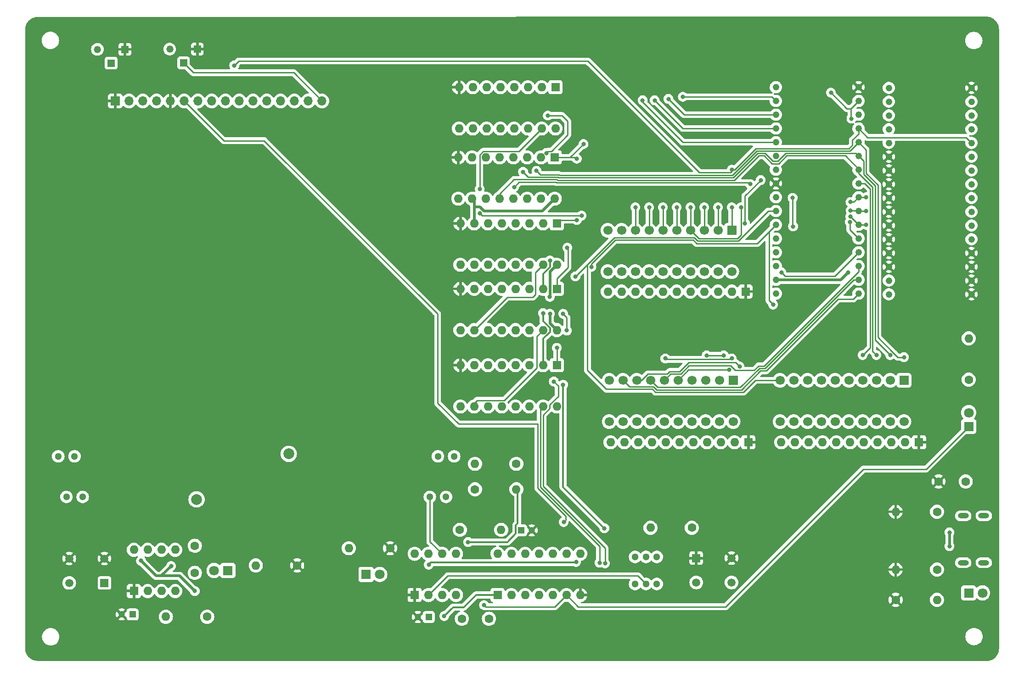
<source format=gbl>
%TF.GenerationSoftware,KiCad,Pcbnew,7.0.10*%
%TF.CreationDate,2024-03-21T10:58:21-07:00*%
%TF.ProjectId,cpu,6370752e-6b69-4636-9164-5f7063625858,1.1*%
%TF.SameCoordinates,Original*%
%TF.FileFunction,Copper,L2,Bot*%
%TF.FilePolarity,Positive*%
%FSLAX46Y46*%
G04 Gerber Fmt 4.6, Leading zero omitted, Abs format (unit mm)*
G04 Created by KiCad (PCBNEW 7.0.10) date 2024-03-21 10:58:21*
%MOMM*%
%LPD*%
G01*
G04 APERTURE LIST*
%TA.AperFunction,ComponentPad*%
%ADD10C,1.600000*%
%TD*%
%TA.AperFunction,ComponentPad*%
%ADD11C,1.300000*%
%TD*%
%TA.AperFunction,ComponentPad*%
%ADD12R,1.600000X1.600000*%
%TD*%
%TA.AperFunction,ComponentPad*%
%ADD13O,1.600000X1.600000*%
%TD*%
%TA.AperFunction,ComponentPad*%
%ADD14C,1.320800*%
%TD*%
%TA.AperFunction,ComponentPad*%
%ADD15R,1.320800X1.320800*%
%TD*%
%TA.AperFunction,ComponentPad*%
%ADD16C,1.244600*%
%TD*%
%TA.AperFunction,ComponentPad*%
%ADD17O,2.000000X1.000000*%
%TD*%
%TA.AperFunction,ComponentPad*%
%ADD18R,1.700000X1.700000*%
%TD*%
%TA.AperFunction,ComponentPad*%
%ADD19C,1.700000*%
%TD*%
%TA.AperFunction,ComponentPad*%
%ADD20R,1.800000X1.800000*%
%TD*%
%TA.AperFunction,ComponentPad*%
%ADD21C,1.800000*%
%TD*%
%TA.AperFunction,ComponentPad*%
%ADD22R,1.200000X1.200000*%
%TD*%
%TA.AperFunction,ComponentPad*%
%ADD23C,1.200000*%
%TD*%
%TA.AperFunction,ComponentPad*%
%ADD24R,1.508000X1.508000*%
%TD*%
%TA.AperFunction,ComponentPad*%
%ADD25C,1.508000*%
%TD*%
%TA.AperFunction,ComponentPad*%
%ADD26O,1.700000X1.700000*%
%TD*%
%TA.AperFunction,ComponentPad*%
%ADD27C,2.000000*%
%TD*%
%TA.AperFunction,ViaPad*%
%ADD28C,0.800000*%
%TD*%
%TA.AperFunction,Conductor*%
%ADD29C,0.500000*%
%TD*%
%TA.AperFunction,Conductor*%
%ADD30C,0.300000*%
%TD*%
%TA.AperFunction,Conductor*%
%ADD31C,0.250000*%
%TD*%
G04 APERTURE END LIST*
D10*
%TO.P,C6,1*%
%TO.N,+5V*%
X215347000Y-111508000D03*
%TO.P,C6,2*%
%TO.N,GND*%
X210347000Y-111508000D03*
%TD*%
D11*
%TO.P,SW1,1,NC_1*%
%TO.N,unconnected-(SW1-NC_1-Pad1)*%
X154390000Y-130430000D03*
%TO.P,SW1,2,COM_1*%
%TO.N,Net-(SW1-COM_1)*%
X156390000Y-130430000D03*
%TO.P,SW1,3,NO_1*%
%TO.N,Net-(SW1-NO_1)*%
X158390000Y-130430000D03*
%TO.P,SW1,4,NC_2*%
%TO.N,unconnected-(SW1-NC_2-Pad4)*%
X154390000Y-125430000D03*
%TO.P,SW1,5,COM_2*%
%TO.N,unconnected-(SW1-COM_2-Pad5)*%
X156390000Y-125430000D03*
%TO.P,SW1,6,NO_2*%
%TO.N,unconnected-(SW1-NO_2-Pad6)*%
X158390000Y-125430000D03*
%TD*%
D12*
%TO.P,U8,1,~{MR}*%
%TO.N,/Clock/~{RST}*%
X139954000Y-90043000D03*
D13*
%TO.P,U8,2,CP*%
%TO.N,/Clock/CLK*%
X137414000Y-90043000D03*
%TO.P,U8,3,D0*%
%TO.N,unconnected-(U8-D0-Pad3)*%
X134874000Y-90043000D03*
%TO.P,U8,4,D1*%
%TO.N,unconnected-(U8-D1-Pad4)*%
X132334000Y-90043000D03*
%TO.P,U8,5,D2*%
%TO.N,unconnected-(U8-D2-Pad5)*%
X129794000Y-90043000D03*
%TO.P,U8,6,D3*%
%TO.N,unconnected-(U8-D3-Pad6)*%
X127254000Y-90043000D03*
%TO.P,U8,7,CEP*%
%TO.N,+5V*%
X124714000Y-90043000D03*
%TO.P,U8,8,GND*%
%TO.N,GND*%
X122174000Y-90043000D03*
%TO.P,U8,9,~{PE}*%
%TO.N,+5V*%
X122174000Y-97663000D03*
%TO.P,U8,10,CET*%
%TO.N,Net-(U7-TC)*%
X124714000Y-97663000D03*
%TO.P,U8,11,Q3*%
%TO.N,Net-(U8-Q3)*%
X127254000Y-97663000D03*
%TO.P,U8,12,Q2*%
%TO.N,/Counter & Bar Graph/OUT_18*%
X129794000Y-97663000D03*
%TO.P,U8,13,Q1*%
%TO.N,/Counter & Bar Graph/OUT_17*%
X132334000Y-97663000D03*
%TO.P,U8,14,Q0*%
%TO.N,/Counter & Bar Graph/OUT_16*%
X134874000Y-97663000D03*
%TO.P,U8,15,TC*%
%TO.N,/Clock/HALT*%
X137414000Y-97663000D03*
%TO.P,U8,16,VCC*%
%TO.N,+5V*%
X139954000Y-97663000D03*
%TD*%
D10*
%TO.P,R5,1*%
%TO.N,Net-(U3-DIS)*%
X132486400Y-108254800D03*
D13*
%TO.P,R5,2*%
%TO.N,Net-(R5-Pad2)*%
X124866400Y-108254800D03*
%TD*%
D12*
%TO.P,U6,1,~{MR}*%
%TO.N,/Clock/~{RST}*%
X139954000Y-63881000D03*
D13*
%TO.P,U6,2,CP*%
%TO.N,/Clock/CLK*%
X137414000Y-63881000D03*
%TO.P,U6,3,D0*%
%TO.N,unconnected-(U6-D0-Pad3)*%
X134874000Y-63881000D03*
%TO.P,U6,4,D1*%
%TO.N,unconnected-(U6-D1-Pad4)*%
X132334000Y-63881000D03*
%TO.P,U6,5,D2*%
%TO.N,unconnected-(U6-D2-Pad5)*%
X129794000Y-63881000D03*
%TO.P,U6,6,D3*%
%TO.N,unconnected-(U6-D3-Pad6)*%
X127254000Y-63881000D03*
%TO.P,U6,7,CEP*%
%TO.N,+5V*%
X124714000Y-63881000D03*
%TO.P,U6,8,GND*%
%TO.N,GND*%
X122174000Y-63881000D03*
%TO.P,U6,9,~{PE}*%
%TO.N,+5V*%
X122174000Y-71501000D03*
%TO.P,U6,10,CET*%
%TO.N,Net-(U4-TC)*%
X124714000Y-71501000D03*
%TO.P,U6,11,Q3*%
%TO.N,/Counter & Bar Graph/OUT_11*%
X127254000Y-71501000D03*
%TO.P,U6,12,Q2*%
%TO.N,/Counter & Bar Graph/OUT_10*%
X129794000Y-71501000D03*
%TO.P,U6,13,Q1*%
%TO.N,/Counter & Bar Graph/OUT_09*%
X132334000Y-71501000D03*
%TO.P,U6,14,Q0*%
%TO.N,/Counter & Bar Graph/OUT_08*%
X134874000Y-71501000D03*
%TO.P,U6,15,TC*%
%TO.N,Net-(U6-TC)*%
X137414000Y-71501000D03*
%TO.P,U6,16,VCC*%
%TO.N,+5V*%
X139954000Y-71501000D03*
%TD*%
D10*
%TO.P,R11,1*%
%TO.N,Net-(J2-CC1)*%
X210053000Y-127764000D03*
D13*
%TO.P,R11,2*%
%TO.N,GND*%
X202433000Y-127764000D03*
%TD*%
D10*
%TO.P,R3,1*%
%TO.N,+5V*%
X164840000Y-120050000D03*
D13*
%TO.P,R3,2*%
%TO.N,Net-(SW1-NO_1)*%
X157220000Y-120050000D03*
%TD*%
D14*
%TO.P,RV2,1,1*%
%TO.N,unconnected-(RV2-Pad1)*%
X55245000Y-31750000D03*
D15*
%TO.P,RV2,2,2*%
%TO.N,/LCD Display & Logic/V0*%
X57785000Y-34290000D03*
%TO.P,RV2,3,3*%
%TO.N,GND*%
X60325000Y-31750000D03*
%TD*%
D10*
%TO.P,R8,1*%
%TO.N,+5V*%
X122080000Y-120430000D03*
D13*
%TO.P,R8,2*%
%TO.N,Net-(C5-Pad1)*%
X129700000Y-120430000D03*
%TD*%
D16*
%TO.P,U10,1,A18*%
%TO.N,GND*%
X216408000Y-76962000D03*
%TO.P,U10,2,A16*%
X216408000Y-74422000D03*
%TO.P,U10,3,A15*%
X216408000Y-71882000D03*
%TO.P,U10,4,A12*%
X216408000Y-69342000D03*
%TO.P,U10,5,A7*%
%TO.N,/LCD Display & Logic/D7*%
X216408000Y-66802000D03*
%TO.P,U10,6,A6*%
%TO.N,/LCD Display & Logic/D6*%
X216408000Y-64262000D03*
%TO.P,U10,7,A5*%
%TO.N,/LCD Display & Logic/D5*%
X216408000Y-61722000D03*
%TO.P,U10,8,A4*%
%TO.N,/LCD Display & Logic/D4*%
X216408000Y-59182000D03*
%TO.P,U10,9,A3*%
%TO.N,/LCD Display & Logic/D3*%
X216408000Y-56642000D03*
%TO.P,U10,10,A2*%
%TO.N,/LCD Display & Logic/D2*%
X216408000Y-54102000D03*
%TO.P,U10,11,A1*%
%TO.N,/LCD Display & Logic/D1*%
X216408000Y-51562000D03*
%TO.P,U10,12,A0*%
%TO.N,/LCD Display & Logic/D0*%
X216408000Y-49022000D03*
%TO.P,U10,13,DQ0*%
%TO.N,/LCD Display & Logic/RS*%
X216408000Y-46482000D03*
%TO.P,U10,14,DQ1*%
%TO.N,unconnected-(U10-DQ1-Pad14)*%
X216408000Y-43942000D03*
%TO.P,U10,15,DQ2*%
%TO.N,unconnected-(U10-DQ2-Pad15)*%
X216408000Y-41402000D03*
%TO.P,U10,16,VSS*%
%TO.N,GND*%
X216408000Y-38862000D03*
%TO.P,U10,17,DQ3*%
%TO.N,unconnected-(U10-DQ3-Pad17)*%
X201168000Y-38862000D03*
%TO.P,U10,18,DQ4*%
%TO.N,unconnected-(U10-DQ4-Pad18)*%
X201168000Y-41402000D03*
%TO.P,U10,19,DQ5*%
%TO.N,unconnected-(U10-DQ5-Pad19)*%
X201168000Y-43942000D03*
%TO.P,U10,20,DQ6*%
%TO.N,unconnected-(U10-DQ6-Pad20)*%
X201168000Y-46482000D03*
%TO.P,U10,21,DQ7*%
%TO.N,unconnected-(U10-DQ7-Pad21)*%
X201168000Y-49022000D03*
%TO.P,U10,22,\u002ACE*%
%TO.N,GND*%
X201168000Y-51562000D03*
%TO.P,U10,23,A10*%
X201168000Y-54102000D03*
%TO.P,U10,24,\u002AOE*%
X201168000Y-56642000D03*
%TO.P,U10,25,A11*%
X201168000Y-59182000D03*
%TO.P,U10,26,A9*%
X201168000Y-61722000D03*
%TO.P,U10,27,A8*%
X201168000Y-64262000D03*
%TO.P,U10,28,A13*%
X201168000Y-66802000D03*
%TO.P,U10,29,A14*%
X201168000Y-69342000D03*
%TO.P,U10,30,A17*%
X201168000Y-71882000D03*
%TO.P,U10,31,\u002AWE*%
%TO.N,+5V*%
X201168000Y-74422000D03*
%TO.P,U10,32,VDD*%
X201168000Y-76962000D03*
%TD*%
D17*
%TO.P,J2,S1,SHIELD*%
%TO.N,unconnected-(J2-SHIELD-PadS1)*%
X214884000Y-126492000D03*
%TO.P,J2,S2,SHIELD__1*%
%TO.N,unconnected-(J2-SHIELD__1-PadS2)*%
X214884000Y-117852000D03*
%TO.P,J2,S3,SHIELD__2*%
%TO.N,unconnected-(J2-SHIELD__2-PadS3)*%
X218684000Y-126492000D03*
%TO.P,J2,S4,SHIELD__3*%
%TO.N,unconnected-(J2-SHIELD__3-PadS4)*%
X218684000Y-117852000D03*
%TD*%
D10*
%TO.P,R2,1*%
%TO.N,GND*%
X92075000Y-127000000D03*
D13*
%TO.P,R2,2*%
%TO.N,Net-(D1-K)*%
X84455000Y-127000000D03*
%TD*%
D12*
%TO.P,RN3,1,common*%
%TO.N,GND*%
X174752000Y-76454000D03*
D13*
%TO.P,RN3,2,R1*%
%TO.N,Net-(RN3-R1)*%
X172212000Y-76454000D03*
%TO.P,RN3,3,R2*%
%TO.N,Net-(RN3-R2)*%
X169672000Y-76454000D03*
%TO.P,RN3,4,R3*%
%TO.N,Net-(RN3-R3)*%
X167132000Y-76454000D03*
%TO.P,RN3,5,R4*%
%TO.N,Net-(RN3-R4)*%
X164592000Y-76454000D03*
%TO.P,RN3,6,R5*%
%TO.N,Net-(RN3-R5)*%
X162052000Y-76454000D03*
%TO.P,RN3,7,R6*%
%TO.N,Net-(RN3-R6)*%
X159512000Y-76454000D03*
%TO.P,RN3,8,R7*%
%TO.N,Net-(RN3-R7)*%
X156972000Y-76454000D03*
%TO.P,RN3,9,R8*%
%TO.N,Net-(RN3-R8)*%
X154432000Y-76454000D03*
%TO.P,RN3,10,R9*%
%TO.N,unconnected-(RN3-R9-Pad10)*%
X151892000Y-76454000D03*
%TO.P,RN3,11,R10*%
%TO.N,Net-(RN3-R10)*%
X149352000Y-76454000D03*
%TD*%
D12*
%TO.P,U2,1*%
%TO.N,Net-(D1-A)*%
X129032000Y-132461000D03*
D13*
%TO.P,U2,2*%
%TO.N,+5V*%
X131572000Y-132461000D03*
%TO.P,U2,3*%
%TO.N,/Clock/~{RST}*%
X134112000Y-132461000D03*
%TO.P,U2,4*%
%TO.N,/Clock/HALT*%
X136652000Y-132461000D03*
%TO.P,U2,5*%
%TO.N,/Clock/~{RST}*%
X139192000Y-132461000D03*
%TO.P,U2,6*%
%TO.N,Net-(D2-K)*%
X141732000Y-132461000D03*
%TO.P,U2,7,GND*%
%TO.N,GND*%
X144272000Y-132461000D03*
%TO.P,U2,8*%
%TO.N,/Clock/CLK*%
X144272000Y-124841000D03*
%TO.P,U2,9*%
%TO.N,/Clock/~{CLK}*%
X141732000Y-124841000D03*
%TO.P,U2,10*%
%TO.N,+5V*%
X139192000Y-124841000D03*
%TO.P,U2,11*%
%TO.N,/Clock/~{CLK}*%
X136652000Y-124841000D03*
%TO.P,U2,12*%
%TO.N,Net-(U3-Q)*%
X134112000Y-124841000D03*
%TO.P,U2,13*%
%TO.N,Net-(C5-Pad1)*%
X131572000Y-124841000D03*
%TO.P,U2,14,VCC*%
%TO.N,+5V*%
X129032000Y-124841000D03*
%TD*%
D18*
%TO.P,D4,1*%
%TO.N,/Counter & Bar Graph/OUT_10*%
X172466000Y-92837000D03*
D19*
%TO.P,D4,2*%
%TO.N,/Counter & Bar Graph/OUT_11*%
X169926000Y-92837000D03*
%TO.P,D4,3*%
%TO.N,/Counter & Bar Graph/OUT_12*%
X167386000Y-92837000D03*
%TO.P,D4,4*%
%TO.N,/Counter & Bar Graph/OUT_13*%
X164846000Y-92837000D03*
%TO.P,D4,5*%
%TO.N,/Counter & Bar Graph/OUT_14*%
X162306000Y-92837000D03*
%TO.P,D4,6*%
%TO.N,/Counter & Bar Graph/OUT_15*%
X159766000Y-92837000D03*
%TO.P,D4,7*%
%TO.N,/Counter & Bar Graph/OUT_16*%
X157226000Y-92837000D03*
%TO.P,D4,8*%
%TO.N,/Counter & Bar Graph/OUT_17*%
X154686000Y-92837000D03*
%TO.P,D4,9*%
%TO.N,/Counter & Bar Graph/OUT_18*%
X152146000Y-92837000D03*
%TO.P,D4,10*%
%TO.N,Net-(U8-Q3)*%
X149606000Y-92837000D03*
%TO.P,D4,11*%
%TO.N,Net-(RN1-R10)*%
X149606000Y-100457000D03*
%TO.P,D4,12*%
%TO.N,Net-(RN1-R9)*%
X152146000Y-100457000D03*
%TO.P,D4,13*%
%TO.N,Net-(RN1-R8)*%
X154686000Y-100457000D03*
%TO.P,D4,14*%
%TO.N,Net-(RN1-R7)*%
X157226000Y-100457000D03*
%TO.P,D4,15*%
%TO.N,Net-(RN1-R6)*%
X159766000Y-100457000D03*
%TO.P,D4,16*%
%TO.N,Net-(RN1-R5)*%
X162306000Y-100457000D03*
%TO.P,D4,17*%
%TO.N,Net-(RN1-R4)*%
X164846000Y-100457000D03*
%TO.P,D4,18*%
%TO.N,Net-(RN1-R3)*%
X167386000Y-100457000D03*
%TO.P,D4,19*%
%TO.N,Net-(RN1-R2)*%
X169926000Y-100457000D03*
%TO.P,D4,20*%
%TO.N,Net-(RN1-R1)*%
X172466000Y-100457000D03*
%TD*%
D20*
%TO.P,D1,1,K*%
%TO.N,Net-(D1-K)*%
X79300000Y-127935000D03*
D21*
%TO.P,D1,2,A*%
%TO.N,Net-(D1-A)*%
X76760000Y-127935000D03*
%TD*%
D12*
%TO.P,U4,1,~{MR}*%
%TO.N,/Clock/~{RST}*%
X139700000Y-38735000D03*
D13*
%TO.P,U4,2,CP*%
%TO.N,/Clock/CLK*%
X137160000Y-38735000D03*
%TO.P,U4,3,D0*%
%TO.N,unconnected-(U4-D0-Pad3)*%
X134620000Y-38735000D03*
%TO.P,U4,4,D1*%
%TO.N,unconnected-(U4-D1-Pad4)*%
X132080000Y-38735000D03*
%TO.P,U4,5,D2*%
%TO.N,unconnected-(U4-D2-Pad5)*%
X129540000Y-38735000D03*
%TO.P,U4,6,D3*%
%TO.N,unconnected-(U4-D3-Pad6)*%
X127000000Y-38735000D03*
%TO.P,U4,7,CEP*%
%TO.N,+5V*%
X124460000Y-38735000D03*
%TO.P,U4,8,GND*%
%TO.N,GND*%
X121920000Y-38735000D03*
%TO.P,U4,9,~{PE}*%
%TO.N,+5V*%
X121920000Y-46355000D03*
%TO.P,U4,10,CET*%
%TO.N,Net-(U4-CET)*%
X124460000Y-46355000D03*
%TO.P,U4,11,Q3*%
%TO.N,/Counter & Bar Graph/OUT_07*%
X127000000Y-46355000D03*
%TO.P,U4,12,Q2*%
%TO.N,/Counter & Bar Graph/OUT_06*%
X129540000Y-46355000D03*
%TO.P,U4,13,Q1*%
%TO.N,/Counter & Bar Graph/OUT_05*%
X132080000Y-46355000D03*
%TO.P,U4,14,Q0*%
%TO.N,/Counter & Bar Graph/OUT_04*%
X134620000Y-46355000D03*
%TO.P,U4,15,TC*%
%TO.N,Net-(U4-TC)*%
X137160000Y-46355000D03*
%TO.P,U4,16,VCC*%
%TO.N,+5V*%
X139700000Y-46355000D03*
%TD*%
D20*
%TO.P,D2,1,K*%
%TO.N,Net-(D2-K)*%
X215900000Y-101351000D03*
D21*
%TO.P,D2,2,A*%
%TO.N,Net-(D2-A)*%
X215900000Y-98811000D03*
%TD*%
D12*
%TO.P,U1,1,GND*%
%TO.N,GND*%
X61976000Y-131735000D03*
D13*
%TO.P,U1,2,TR*%
%TO.N,Net-(U1-THR)*%
X64516000Y-131735000D03*
%TO.P,U1,3,Q*%
%TO.N,Net-(D1-A)*%
X67056000Y-131735000D03*
%TO.P,U1,4,R*%
%TO.N,+5V*%
X69596000Y-131735000D03*
%TO.P,U1,5,CV*%
%TO.N,Net-(U1-CV)*%
X69596000Y-124115000D03*
%TO.P,U1,6,THR*%
%TO.N,Net-(U1-THR)*%
X67056000Y-124115000D03*
%TO.P,U1,7,DIS*%
%TO.N,unconnected-(U1-DIS-Pad7)*%
X64516000Y-124115000D03*
%TO.P,U1,8,VCC*%
%TO.N,+5V*%
X61976000Y-124115000D03*
%TD*%
D10*
%TO.P,R7,1*%
%TO.N,Net-(D2-A)*%
X215900000Y-92710000D03*
D13*
%TO.P,R7,2*%
%TO.N,+5V*%
X215900000Y-85090000D03*
%TD*%
D12*
%TO.P,U7,1,~{MR}*%
%TO.N,/Clock/~{RST}*%
X139954000Y-75946000D03*
D13*
%TO.P,U7,2,CP*%
%TO.N,/Clock/CLK*%
X137414000Y-75946000D03*
%TO.P,U7,3,D0*%
%TO.N,unconnected-(U7-D0-Pad3)*%
X134874000Y-75946000D03*
%TO.P,U7,4,D1*%
%TO.N,unconnected-(U7-D1-Pad4)*%
X132334000Y-75946000D03*
%TO.P,U7,5,D2*%
%TO.N,unconnected-(U7-D2-Pad5)*%
X129794000Y-75946000D03*
%TO.P,U7,6,D3*%
%TO.N,unconnected-(U7-D3-Pad6)*%
X127254000Y-75946000D03*
%TO.P,U7,7,CEP*%
%TO.N,+5V*%
X124714000Y-75946000D03*
%TO.P,U7,8,GND*%
%TO.N,GND*%
X122174000Y-75946000D03*
%TO.P,U7,9,~{PE}*%
%TO.N,+5V*%
X122174000Y-83566000D03*
%TO.P,U7,10,CET*%
%TO.N,Net-(U6-TC)*%
X124714000Y-83566000D03*
%TO.P,U7,11,Q3*%
%TO.N,/Counter & Bar Graph/OUT_15*%
X127254000Y-83566000D03*
%TO.P,U7,12,Q2*%
%TO.N,/Counter & Bar Graph/OUT_14*%
X129794000Y-83566000D03*
%TO.P,U7,13,Q1*%
%TO.N,/Counter & Bar Graph/OUT_13*%
X132334000Y-83566000D03*
%TO.P,U7,14,Q0*%
%TO.N,/Counter & Bar Graph/OUT_12*%
X134874000Y-83566000D03*
%TO.P,U7,15,TC*%
%TO.N,Net-(U7-TC)*%
X137414000Y-83566000D03*
%TO.P,U7,16,VCC*%
%TO.N,+5V*%
X139954000Y-83566000D03*
%TD*%
D12*
%TO.P,RN2,1,common*%
%TO.N,GND*%
X206742000Y-104267000D03*
D13*
%TO.P,RN2,2,R1*%
%TO.N,Net-(RN2-R1)*%
X204202000Y-104267000D03*
%TO.P,RN2,3,R2*%
%TO.N,Net-(RN2-R2)*%
X201662000Y-104267000D03*
%TO.P,RN2,4,R3*%
%TO.N,Net-(RN2-R3)*%
X199122000Y-104267000D03*
%TO.P,RN2,5,R4*%
%TO.N,Net-(RN2-R4)*%
X196582000Y-104267000D03*
%TO.P,RN2,6,R5*%
%TO.N,Net-(RN2-R5)*%
X194042000Y-104267000D03*
%TO.P,RN2,7,R6*%
%TO.N,Net-(RN2-R6)*%
X191502000Y-104267000D03*
%TO.P,RN2,8,R7*%
%TO.N,Net-(RN2-R7)*%
X188962000Y-104267000D03*
%TO.P,RN2,9,R8*%
%TO.N,Net-(RN2-R8)*%
X186422000Y-104267000D03*
%TO.P,RN2,10,R9*%
%TO.N,Net-(RN2-R9)*%
X183882000Y-104267000D03*
%TO.P,RN2,11,R10*%
%TO.N,Net-(RN2-R10)*%
X181342000Y-104267000D03*
%TD*%
D22*
%TO.P,C3,1*%
%TO.N,Net-(SW1-COM_1)*%
X116332000Y-136525000D03*
D23*
%TO.P,C3,2*%
%TO.N,GND*%
X114332000Y-136525000D03*
%TD*%
D10*
%TO.P,R1,1*%
%TO.N,+5V*%
X75490000Y-136480000D03*
D13*
%TO.P,R1,2*%
%TO.N,Net-(U1-THR)*%
X67870000Y-136480000D03*
%TD*%
D24*
%TO.P,S1,1*%
%TO.N,Net-(U1-THR)*%
X56550000Y-130230000D03*
D25*
%TO.P,S1,2*%
X50050000Y-130230000D03*
%TO.P,S1,3*%
%TO.N,GND*%
X56550000Y-125730000D03*
%TO.P,S1,4*%
X50050000Y-125730000D03*
%TD*%
D18*
%TO.P,D5,1*%
%TO.N,/Counter & Bar Graph/OUT_00*%
X203962000Y-92837000D03*
D19*
%TO.P,D5,2*%
%TO.N,/Counter & Bar Graph/OUT_01*%
X201422000Y-92837000D03*
%TO.P,D5,3*%
%TO.N,/Counter & Bar Graph/OUT_02*%
X198882000Y-92837000D03*
%TO.P,D5,4*%
%TO.N,/Counter & Bar Graph/OUT_03*%
X196342000Y-92837000D03*
%TO.P,D5,5*%
%TO.N,/Counter & Bar Graph/OUT_04*%
X193802000Y-92837000D03*
%TO.P,D5,6*%
%TO.N,/Counter & Bar Graph/OUT_05*%
X191262000Y-92837000D03*
%TO.P,D5,7*%
%TO.N,/Counter & Bar Graph/OUT_06*%
X188722000Y-92837000D03*
%TO.P,D5,8*%
%TO.N,/Counter & Bar Graph/OUT_07*%
X186182000Y-92837000D03*
%TO.P,D5,9*%
%TO.N,/Counter & Bar Graph/OUT_08*%
X183642000Y-92837000D03*
%TO.P,D5,10*%
%TO.N,/Counter & Bar Graph/OUT_09*%
X181102000Y-92837000D03*
%TO.P,D5,11*%
%TO.N,Net-(RN2-R10)*%
X181102000Y-100457000D03*
%TO.P,D5,12*%
%TO.N,Net-(RN2-R9)*%
X183642000Y-100457000D03*
%TO.P,D5,13*%
%TO.N,Net-(RN2-R8)*%
X186182000Y-100457000D03*
%TO.P,D5,14*%
%TO.N,Net-(RN2-R7)*%
X188722000Y-100457000D03*
%TO.P,D5,15*%
%TO.N,Net-(RN2-R6)*%
X191262000Y-100457000D03*
%TO.P,D5,16*%
%TO.N,Net-(RN2-R5)*%
X193802000Y-100457000D03*
%TO.P,D5,17*%
%TO.N,Net-(RN2-R4)*%
X196342000Y-100457000D03*
%TO.P,D5,18*%
%TO.N,Net-(RN2-R3)*%
X198882000Y-100457000D03*
%TO.P,D5,19*%
%TO.N,Net-(RN2-R2)*%
X201422000Y-100457000D03*
%TO.P,D5,20*%
%TO.N,Net-(RN2-R1)*%
X203962000Y-100457000D03*
%TD*%
D10*
%TO.P,C2,1*%
%TO.N,Net-(U1-CV)*%
X73210000Y-123380000D03*
%TO.P,C2,2*%
%TO.N,+5V*%
X73210000Y-128380000D03*
%TD*%
%TO.P,R4,1*%
%TO.N,+5V*%
X124870000Y-112950000D03*
D13*
%TO.P,R4,2*%
%TO.N,Net-(U3-DIS)*%
X132490000Y-112950000D03*
%TD*%
D10*
%TO.P,R9,1*%
%TO.N,GND*%
X109220000Y-123825000D03*
D13*
%TO.P,R9,2*%
%TO.N,Net-(D3-K)*%
X101600000Y-123825000D03*
%TD*%
D18*
%TO.P,J1,1,Pin_1*%
%TO.N,GND*%
X58547000Y-41275000D03*
D26*
%TO.P,J1,2,Pin_2*%
%TO.N,+5V*%
X61087000Y-41275000D03*
%TO.P,J1,3,Pin_3*%
%TO.N,/LCD Display & Logic/V0*%
X63627000Y-41275000D03*
%TO.P,J1,4,Pin_4*%
%TO.N,/LCD Display & Logic/RS*%
X66167000Y-41275000D03*
%TO.P,J1,5,Pin_5*%
%TO.N,GND*%
X68707000Y-41275000D03*
%TO.P,J1,6,Pin_6*%
%TO.N,/Clock/~{CLK}*%
X71247000Y-41275000D03*
%TO.P,J1,7,Pin_7*%
%TO.N,/LCD Display & Logic/D0*%
X73787000Y-41275000D03*
%TO.P,J1,8,Pin_8*%
%TO.N,/LCD Display & Logic/D1*%
X76327000Y-41275000D03*
%TO.P,J1,9,Pin_9*%
%TO.N,/LCD Display & Logic/D2*%
X78867000Y-41275000D03*
%TO.P,J1,10,Pin_10*%
%TO.N,/LCD Display & Logic/D3*%
X81407000Y-41275000D03*
%TO.P,J1,11,Pin_11*%
%TO.N,/LCD Display & Logic/D4*%
X83947000Y-41275000D03*
%TO.P,J1,12,Pin_12*%
%TO.N,/LCD Display & Logic/D5*%
X86487000Y-41275000D03*
%TO.P,J1,13,Pin_13*%
%TO.N,/LCD Display & Logic/D6*%
X89027000Y-41275000D03*
%TO.P,J1,14,Pin_14*%
%TO.N,/LCD Display & Logic/D7*%
X91567000Y-41275000D03*
%TO.P,J1,15,Pin_15*%
%TO.N,+5V*%
X94107000Y-41275000D03*
%TO.P,J1,16,Pin_16*%
%TO.N,/LCD Display & Logic/BLK*%
X96647000Y-41275000D03*
%TD*%
D20*
%TO.P,D3,1,K*%
%TO.N,Net-(D3-K)*%
X104775000Y-128661000D03*
D21*
%TO.P,D3,2,A*%
%TO.N,/Clock/CLK*%
X107315000Y-128661000D03*
%TD*%
D14*
%TO.P,RV3,1,1*%
%TO.N,unconnected-(RV3-Pad1)*%
X68580000Y-31714616D03*
D15*
%TO.P,RV3,2,2*%
%TO.N,/LCD Display & Logic/BLK*%
X71120000Y-34254616D03*
%TO.P,RV3,3,3*%
%TO.N,GND*%
X73660000Y-31714616D03*
%TD*%
D10*
%TO.P,C4,1*%
%TO.N,Net-(U3-CV)*%
X122440000Y-136840000D03*
%TO.P,C4,2*%
%TO.N,+5V*%
X127440000Y-136840000D03*
%TD*%
D12*
%TO.P,RN1,1,common*%
%TO.N,GND*%
X175260000Y-104267000D03*
D13*
%TO.P,RN1,2,R1*%
%TO.N,Net-(RN1-R1)*%
X172720000Y-104267000D03*
%TO.P,RN1,3,R2*%
%TO.N,Net-(RN1-R2)*%
X170180000Y-104267000D03*
%TO.P,RN1,4,R3*%
%TO.N,Net-(RN1-R3)*%
X167640000Y-104267000D03*
%TO.P,RN1,5,R4*%
%TO.N,Net-(RN1-R4)*%
X165100000Y-104267000D03*
%TO.P,RN1,6,R5*%
%TO.N,Net-(RN1-R5)*%
X162560000Y-104267000D03*
%TO.P,RN1,7,R6*%
%TO.N,Net-(RN1-R6)*%
X160020000Y-104267000D03*
%TO.P,RN1,8,R7*%
%TO.N,Net-(RN1-R7)*%
X157480000Y-104267000D03*
%TO.P,RN1,9,R8*%
%TO.N,Net-(RN1-R8)*%
X154940000Y-104267000D03*
%TO.P,RN1,10,R9*%
%TO.N,Net-(RN1-R9)*%
X152400000Y-104267000D03*
%TO.P,RN1,11,R10*%
%TO.N,Net-(RN1-R10)*%
X149860000Y-104267000D03*
%TD*%
D22*
%TO.P,C5,1*%
%TO.N,Net-(C5-Pad1)*%
X133355000Y-120533000D03*
D23*
%TO.P,C5,2*%
%TO.N,GND*%
X135355000Y-120533000D03*
%TD*%
D12*
%TO.P,U3,1,GND*%
%TO.N,GND*%
X113745000Y-132471000D03*
D13*
%TO.P,U3,2,TR*%
%TO.N,Net-(SW1-COM_1)*%
X116285000Y-132471000D03*
%TO.P,U3,3,Q*%
%TO.N,Net-(U3-Q)*%
X118825000Y-132471000D03*
%TO.P,U3,4,R*%
%TO.N,Net-(D2-K)*%
X121365000Y-132471000D03*
%TO.P,U3,5,CV*%
%TO.N,Net-(U3-CV)*%
X121365000Y-124851000D03*
%TO.P,U3,6,THR*%
%TO.N,Net-(SW1-COM_1)*%
X118825000Y-124851000D03*
%TO.P,U3,7,DIS*%
%TO.N,Net-(U3-DIS)*%
X116285000Y-124851000D03*
%TO.P,U3,8,VCC*%
%TO.N,+5V*%
X113745000Y-124851000D03*
%TD*%
D18*
%TO.P,D6,1*%
%TO.N,/LCD Display & Logic/D0*%
X172212000Y-65151000D03*
D19*
%TO.P,D6,2*%
%TO.N,/LCD Display & Logic/D1*%
X169672000Y-65151000D03*
%TO.P,D6,3*%
%TO.N,/LCD Display & Logic/D2*%
X167132000Y-65151000D03*
%TO.P,D6,4*%
%TO.N,/LCD Display & Logic/D3*%
X164592000Y-65151000D03*
%TO.P,D6,5*%
%TO.N,/LCD Display & Logic/D4*%
X162052000Y-65151000D03*
%TO.P,D6,6*%
%TO.N,/LCD Display & Logic/D5*%
X159512000Y-65151000D03*
%TO.P,D6,7*%
%TO.N,/LCD Display & Logic/D6*%
X156972000Y-65151000D03*
%TO.P,D6,8*%
%TO.N,/LCD Display & Logic/D7*%
X154432000Y-65151000D03*
%TO.P,D6,9*%
%TO.N,unconnected-(D6-Pad9)*%
X151892000Y-65151000D03*
%TO.P,D6,10*%
%TO.N,/LCD Display & Logic/RS*%
X149352000Y-65151000D03*
%TO.P,D6,11*%
%TO.N,Net-(RN3-R10)*%
X149352000Y-72771000D03*
%TO.P,D6,12*%
%TO.N,unconnected-(D6-Pad12)*%
X151892000Y-72771000D03*
%TO.P,D6,13*%
%TO.N,Net-(RN3-R8)*%
X154432000Y-72771000D03*
%TO.P,D6,14*%
%TO.N,Net-(RN3-R7)*%
X156972000Y-72771000D03*
%TO.P,D6,15*%
%TO.N,Net-(RN3-R6)*%
X159512000Y-72771000D03*
%TO.P,D6,16*%
%TO.N,Net-(RN3-R5)*%
X162052000Y-72771000D03*
%TO.P,D6,17*%
%TO.N,Net-(RN3-R4)*%
X164592000Y-72771000D03*
%TO.P,D6,18*%
%TO.N,Net-(RN3-R3)*%
X167132000Y-72771000D03*
%TO.P,D6,19*%
%TO.N,Net-(RN3-R2)*%
X169672000Y-72771000D03*
%TO.P,D6,20*%
%TO.N,Net-(RN3-R1)*%
X172212000Y-72771000D03*
%TD*%
D10*
%TO.P,R6,1*%
%TO.N,GND*%
X202433000Y-133352000D03*
D13*
%TO.P,R6,2*%
%TO.N,Net-(D7-K)*%
X210053000Y-133352000D03*
%TD*%
D20*
%TO.P,D7,1,K*%
%TO.N,Net-(D7-K)*%
X215900000Y-132080000D03*
D21*
%TO.P,D7,2,A*%
%TO.N,+5V*%
X218440000Y-132080000D03*
%TD*%
D24*
%TO.P,S2,1*%
%TO.N,GND*%
X165670000Y-125650000D03*
D25*
%TO.P,S2,2*%
X172170000Y-125650000D03*
%TO.P,S2,3*%
%TO.N,Net-(SW1-NO_1)*%
X165670000Y-130150000D03*
%TO.P,S2,4*%
X172170000Y-130150000D03*
%TD*%
D16*
%TO.P,U9,1,A18*%
%TO.N,/Counter & Bar Graph/OUT_18*%
X195580000Y-76835000D03*
%TO.P,U9,2,A16*%
%TO.N,/Counter & Bar Graph/OUT_16*%
X195580000Y-74295000D03*
%TO.P,U9,3,A15*%
%TO.N,/Counter & Bar Graph/OUT_15*%
X195580000Y-71755000D03*
%TO.P,U9,4,A12*%
%TO.N,/Counter & Bar Graph/OUT_12*%
X195580000Y-69215000D03*
%TO.P,U9,5,A7*%
%TO.N,/Counter & Bar Graph/OUT_07*%
X195580000Y-66675000D03*
%TO.P,U9,6,A6*%
%TO.N,/Counter & Bar Graph/OUT_06*%
X195580000Y-64135000D03*
%TO.P,U9,7,A5*%
%TO.N,/Counter & Bar Graph/OUT_05*%
X195580000Y-61595000D03*
%TO.P,U9,8,A4*%
%TO.N,/Counter & Bar Graph/OUT_04*%
X195580000Y-59055000D03*
%TO.P,U9,9,A3*%
%TO.N,/Counter & Bar Graph/OUT_03*%
X195580000Y-56515000D03*
%TO.P,U9,10,A2*%
%TO.N,/Counter & Bar Graph/OUT_02*%
X195580000Y-53975000D03*
%TO.P,U9,11,A1*%
%TO.N,/Counter & Bar Graph/OUT_01*%
X195580000Y-51435000D03*
%TO.P,U9,12,A0*%
%TO.N,/Counter & Bar Graph/OUT_00*%
X195580000Y-48895000D03*
%TO.P,U9,13,DQ0*%
%TO.N,/LCD Display & Logic/D0*%
X195580000Y-46355000D03*
%TO.P,U9,14,DQ1*%
%TO.N,/LCD Display & Logic/D1*%
X195580000Y-43815000D03*
%TO.P,U9,15,DQ2*%
%TO.N,/LCD Display & Logic/D2*%
X195580000Y-41275000D03*
%TO.P,U9,16,VSS*%
%TO.N,GND*%
X195580000Y-38735000D03*
%TO.P,U9,17,DQ3*%
%TO.N,/LCD Display & Logic/D3*%
X180340000Y-38735000D03*
%TO.P,U9,18,DQ4*%
%TO.N,/LCD Display & Logic/D4*%
X180340000Y-41275000D03*
%TO.P,U9,19,DQ5*%
%TO.N,/LCD Display & Logic/D5*%
X180340000Y-43815000D03*
%TO.P,U9,20,DQ6*%
%TO.N,/LCD Display & Logic/D6*%
X180340000Y-46355000D03*
%TO.P,U9,21,DQ7*%
%TO.N,/LCD Display & Logic/D7*%
X180340000Y-48895000D03*
%TO.P,U9,22,\u002ACE*%
%TO.N,GND*%
X180340000Y-51435000D03*
%TO.P,U9,23,A10*%
%TO.N,/Counter & Bar Graph/OUT_10*%
X180340000Y-53975000D03*
%TO.P,U9,24,\u002AOE*%
%TO.N,GND*%
X180340000Y-56515000D03*
%TO.P,U9,25,A11*%
%TO.N,/Counter & Bar Graph/OUT_11*%
X180340000Y-59055000D03*
%TO.P,U9,26,A9*%
%TO.N,/Counter & Bar Graph/OUT_09*%
X180340000Y-61595000D03*
%TO.P,U9,27,A8*%
%TO.N,/Counter & Bar Graph/OUT_08*%
X180340000Y-64135000D03*
%TO.P,U9,28,A13*%
%TO.N,/Counter & Bar Graph/OUT_13*%
X180340000Y-66675000D03*
%TO.P,U9,29,A14*%
%TO.N,/Counter & Bar Graph/OUT_14*%
X180340000Y-69215000D03*
%TO.P,U9,30,A17*%
%TO.N,/Counter & Bar Graph/OUT_17*%
X180340000Y-71755000D03*
%TO.P,U9,31,\u002AWE*%
%TO.N,+5V*%
X180340000Y-74295000D03*
%TO.P,U9,32,VDD*%
X180340000Y-76835000D03*
%TD*%
D11*
%TO.P,RV1,1,1*%
%TO.N,unconnected-(RV1-Pad1)*%
X121031000Y-106863000D03*
%TO.P,RV1,2,2*%
%TO.N,unconnected-(RV1-Pad2)*%
X118031000Y-106863000D03*
%TO.P,RV1,3,3*%
%TO.N,unconnected-(RV1-Pad3)*%
X48031000Y-106863000D03*
X51031000Y-106863000D03*
%TO.P,RV1,4,4*%
%TO.N,Net-(R5-Pad2)*%
X119531000Y-114363000D03*
%TO.P,RV1,5,5*%
%TO.N,Net-(SW1-COM_1)*%
X116531000Y-114363000D03*
%TO.P,RV1,6,6*%
%TO.N,unconnected-(RV1-Pad6)*%
X49531000Y-114363000D03*
X52531000Y-114363000D03*
D27*
%TO.P,RV1,MH*%
%TO.N,N/C*%
X73531000Y-114813000D03*
X90531000Y-106413000D03*
%TD*%
D10*
%TO.P,R10,1*%
%TO.N,Net-(J2-CC2)*%
X210053000Y-117096000D03*
D13*
%TO.P,R10,2*%
%TO.N,GND*%
X202433000Y-117096000D03*
%TD*%
D22*
%TO.P,C1,1*%
%TO.N,Net-(U1-THR)*%
X61722000Y-136053000D03*
D23*
%TO.P,C1,2*%
%TO.N,GND*%
X59722000Y-136053000D03*
%TD*%
D12*
%TO.P,U5,1,~{MR}*%
%TO.N,/Clock/~{RST}*%
X139573000Y-51689000D03*
D13*
%TO.P,U5,2,CP*%
%TO.N,/Clock/CLK*%
X137033000Y-51689000D03*
%TO.P,U5,3,D0*%
%TO.N,unconnected-(U5-D0-Pad3)*%
X134493000Y-51689000D03*
%TO.P,U5,4,D1*%
%TO.N,unconnected-(U5-D1-Pad4)*%
X131953000Y-51689000D03*
%TO.P,U5,5,D2*%
%TO.N,unconnected-(U5-D2-Pad5)*%
X129413000Y-51689000D03*
%TO.P,U5,6,D3*%
%TO.N,unconnected-(U5-D3-Pad6)*%
X126873000Y-51689000D03*
%TO.P,U5,7,CEP*%
%TO.N,+5V*%
X124333000Y-51689000D03*
%TO.P,U5,8,GND*%
%TO.N,GND*%
X121793000Y-51689000D03*
%TO.P,U5,9,~{PE}*%
%TO.N,+5V*%
X121793000Y-59309000D03*
%TO.P,U5,10,CET*%
X124333000Y-59309000D03*
%TO.P,U5,11,Q3*%
%TO.N,/Counter & Bar Graph/OUT_03*%
X126873000Y-59309000D03*
%TO.P,U5,12,Q2*%
%TO.N,/Counter & Bar Graph/OUT_02*%
X129413000Y-59309000D03*
%TO.P,U5,13,Q1*%
%TO.N,/Counter & Bar Graph/OUT_01*%
X131953000Y-59309000D03*
%TO.P,U5,14,Q0*%
%TO.N,/Counter & Bar Graph/OUT_00*%
X134493000Y-59309000D03*
%TO.P,U5,15,TC*%
%TO.N,Net-(U4-CET)*%
X137033000Y-59309000D03*
%TO.P,U5,16,VCC*%
%TO.N,+5V*%
X139573000Y-59309000D03*
%TD*%
D28*
%TO.N,GND*%
X172466000Y-82931000D03*
X216408000Y-119380000D03*
X118618000Y-50673000D03*
X216408000Y-124968000D03*
X177165000Y-88519000D03*
X182880000Y-48895000D03*
X68690000Y-43690000D03*
X184912000Y-48768000D03*
X59742000Y-129957000D03*
%TO.N,+5V*%
X73204000Y-131735000D03*
X193675000Y-72898000D03*
X63298000Y-126147000D03*
X138658600Y-77444600D03*
X68834000Y-127127000D03*
X138684000Y-80562200D03*
X212344000Y-120904000D03*
X212344000Y-123444000D03*
%TO.N,Net-(D1-A)*%
X119190000Y-136350000D03*
%TO.N,Net-(D2-K)*%
X126540000Y-134330000D03*
%TO.N,/Clock/CLK*%
X141104000Y-93657600D03*
X138010000Y-50890000D03*
X137414000Y-80441800D03*
X148717000Y-120142000D03*
X116332000Y-126873000D03*
X138684000Y-70739000D03*
X143510000Y-126365000D03*
X138285000Y-43967400D03*
%TO.N,Net-(U3-DIS)*%
X123600000Y-122682000D03*
%TO.N,/Clock/~{RST}*%
X143637000Y-51943000D03*
X141892959Y-68359959D03*
X141122538Y-80562366D03*
X139395200Y-93052200D03*
X144881899Y-49228101D03*
X148844000Y-126619000D03*
X139954000Y-86843000D03*
X141804245Y-83646155D03*
X143637000Y-63246000D03*
%TO.N,/LCD Display & Logic/D0*%
X172212000Y-53975000D03*
X80474500Y-34714500D03*
X172212000Y-60917300D03*
%TO.N,/LCD Display & Logic/D1*%
X169672000Y-60917300D03*
%TO.N,/LCD Display & Logic/D2*%
X167132000Y-60917300D03*
X190495347Y-39755653D03*
X194280743Y-44539012D03*
%TO.N,/LCD Display & Logic/D3*%
X173900000Y-60917300D03*
X164592000Y-60917300D03*
%TO.N,/LCD Display & Logic/D4*%
X162052000Y-60917300D03*
X163195000Y-40513000D03*
%TO.N,/LCD Display & Logic/D5*%
X159512000Y-60917300D03*
X160528000Y-40894000D03*
%TO.N,/LCD Display & Logic/D6*%
X156972000Y-60917300D03*
X157988000Y-41148000D03*
%TO.N,/LCD Display & Logic/D7*%
X154432000Y-60909200D03*
X155780000Y-41150000D03*
%TO.N,/Clock/HALT*%
X147828000Y-126492000D03*
%TO.N,Net-(U4-TC)*%
X125730000Y-57531000D03*
%TO.N,/LCD Display & Logic/RS*%
X144526000Y-62445000D03*
X125730000Y-61984500D03*
%TO.N,/Clock/~{CLK}*%
X141224000Y-118999000D03*
%TO.N,/Counter & Bar Graph/OUT_10*%
X177546000Y-55880000D03*
X174625000Y-63844000D03*
%TO.N,/Counter & Bar Graph/OUT_11*%
X183434659Y-59160741D03*
X183515000Y-64439800D03*
X170720000Y-88235000D03*
X167601777Y-88235000D03*
%TO.N,/Counter & Bar Graph/OUT_12*%
X181356000Y-72898000D03*
%TO.N,/Counter & Bar Graph/OUT_13*%
X159960000Y-88810000D03*
X172210000Y-88810000D03*
%TO.N,/Counter & Bar Graph/OUT_14*%
X171704000Y-90895000D03*
%TO.N,/Counter & Bar Graph/OUT_17*%
X173650000Y-90283200D03*
%TO.N,/Counter & Bar Graph/OUT_00*%
X136202847Y-54170153D03*
X203962000Y-88569800D03*
%TO.N,/Counter & Bar Graph/OUT_01*%
X201422000Y-88188800D03*
X133731000Y-54356000D03*
%TO.N,/Counter & Bar Graph/OUT_02*%
X198882000Y-88188800D03*
%TO.N,/Counter & Bar Graph/OUT_03*%
X196342000Y-88188800D03*
X175620998Y-56616000D03*
X132080000Y-57150000D03*
%TO.N,/Counter & Bar Graph/OUT_04*%
X196977000Y-59055000D03*
X194106800Y-59922700D03*
%TO.N,/Counter & Bar Graph/OUT_05*%
X196977000Y-61595000D03*
X194132200Y-61493400D03*
%TO.N,/Counter & Bar Graph/OUT_06*%
X194056000Y-62611000D03*
X197003000Y-64135000D03*
%TO.N,/Counter & Bar Graph/OUT_07*%
X193970599Y-63607349D03*
%TO.N,/Counter & Bar Graph/OUT_08*%
X146330500Y-71882000D03*
X179832000Y-78867000D03*
%TO.N,/Counter & Bar Graph/OUT_09*%
X143383000Y-73660000D03*
%TD*%
D29*
%TO.N,GND*%
X172466000Y-83820000D02*
X177165000Y-88519000D01*
X172466000Y-82931000D02*
X172466000Y-83820000D01*
%TO.N,+5V*%
X63298000Y-126147000D02*
X66092000Y-128941000D01*
X70410000Y-128941000D02*
X73204000Y-131735000D01*
X138684000Y-80562200D02*
X138684000Y-82296000D01*
X124714000Y-59690000D02*
X124333000Y-59309000D01*
X139573000Y-59309000D02*
X137287000Y-61595000D01*
X139954000Y-71501000D02*
X138684000Y-72771000D01*
X192278000Y-74295000D02*
X193675000Y-72898000D01*
X66548000Y-128941000D02*
X69648000Y-128941000D01*
X138684000Y-82296000D02*
X139954000Y-83566000D01*
X69648000Y-128941000D02*
X70410000Y-128941000D01*
X212344000Y-123444000D02*
X212344000Y-120904000D01*
X180340000Y-74295000D02*
X192278000Y-74295000D01*
X124714000Y-63881000D02*
X124714000Y-59690000D01*
X68834000Y-127127000D02*
X67020000Y-128941000D01*
X139700000Y-71247000D02*
X139954000Y-71501000D01*
X67020000Y-128941000D02*
X66548000Y-128941000D01*
X126542582Y-61595000D02*
X125780582Y-60833000D01*
X138684000Y-77419200D02*
X138658600Y-77444600D01*
X66092000Y-128941000D02*
X66548000Y-128941000D01*
X138684000Y-72771000D02*
X138684000Y-77419200D01*
X137287000Y-61595000D02*
X126542582Y-61595000D01*
X125780582Y-60833000D02*
X124714000Y-60833000D01*
D30*
%TO.N,Net-(D1-A)*%
X120830000Y-134710000D02*
X122800000Y-134710000D01*
X119190000Y-136350000D02*
X120830000Y-134710000D01*
X125049000Y-132461000D02*
X129032000Y-132461000D01*
X122800000Y-134710000D02*
X125049000Y-132461000D01*
D31*
%TO.N,Net-(D2-K)*%
X208031000Y-109220000D02*
X215900000Y-101351000D01*
X196469000Y-109220000D02*
X208031000Y-109220000D01*
X126830000Y-134620000D02*
X139573000Y-134620000D01*
X141732000Y-132461000D02*
X143891000Y-134620000D01*
X139573000Y-134620000D02*
X141732000Y-132461000D01*
X143891000Y-134620000D02*
X171069000Y-134620000D01*
X171069000Y-134620000D02*
X196469000Y-109220000D01*
X126540000Y-134330000D02*
X126830000Y-134620000D01*
D30*
%TO.N,/Clock/CLK*%
X138684000Y-83922346D02*
X138684000Y-83209654D01*
X116332000Y-126873000D02*
X116738400Y-126466600D01*
D31*
X141950000Y-47560000D02*
X141950000Y-45020000D01*
D30*
X116738400Y-126466600D02*
X143408400Y-126466600D01*
X137414000Y-85166200D02*
X137864200Y-84716000D01*
X137414000Y-75946000D02*
X137414000Y-73192472D01*
X137414000Y-81939654D02*
X137414000Y-80441800D01*
D31*
X138336000Y-50564000D02*
X138946000Y-50564000D01*
D30*
X138684000Y-83209654D02*
X137414000Y-81939654D01*
X138684000Y-71922472D02*
X138684000Y-70739000D01*
X137414000Y-73192472D02*
X138684000Y-71922472D01*
D31*
X141950000Y-45020000D02*
X140897400Y-43967400D01*
D30*
X137890346Y-84716000D02*
X138684000Y-83922346D01*
X141104000Y-112529000D02*
X148717000Y-120142000D01*
D31*
X140897400Y-43967400D02*
X138285000Y-43967400D01*
D30*
X137414000Y-90043000D02*
X137414000Y-85166200D01*
X143408400Y-126466600D02*
X143510000Y-126365000D01*
D31*
X138010000Y-50890000D02*
X138336000Y-50564000D01*
X138946000Y-50564000D02*
X141950000Y-47560000D01*
D30*
X141104000Y-93657600D02*
X141104000Y-112529000D01*
X137864200Y-84716000D02*
X137890346Y-84716000D01*
%TO.N,Net-(U3-DIS)*%
X132740400Y-112830400D02*
X132730000Y-112820000D01*
X123600000Y-122682000D02*
X130810000Y-122682000D01*
X130810000Y-122682000D02*
X132405000Y-121087000D01*
X132405000Y-121087000D02*
X132405000Y-119583000D01*
X132405000Y-119583000D02*
X132740400Y-119247600D01*
X132740400Y-119247600D02*
X132740400Y-112830400D01*
D31*
%TO.N,/Clock/~{RST}*%
X141986000Y-68453000D02*
X141892959Y-68359959D01*
X143637000Y-63246000D02*
X140589000Y-63246000D01*
X148844000Y-123823604D02*
X148844000Y-126619000D01*
X138658600Y-98009391D02*
X137414000Y-99253991D01*
X140208000Y-38735000D02*
X139700000Y-38735000D01*
X141804245Y-81244073D02*
X141122538Y-80562366D01*
X143637000Y-51943000D02*
X143383000Y-51689000D01*
X139954000Y-90043000D02*
X139954000Y-87122000D01*
X142468600Y-51641400D02*
X142468600Y-51689000D01*
X142468600Y-51689000D02*
X139573000Y-51689000D01*
X137414000Y-99253991D02*
X137414000Y-112393604D01*
X140462000Y-63881000D02*
X139954000Y-63881000D01*
X141986000Y-72009000D02*
X141986000Y-68453000D01*
X137414000Y-112393604D02*
X148844000Y-123823604D01*
X144881899Y-49228101D02*
X142468600Y-51641400D01*
X140233400Y-95783400D02*
X138658600Y-97358200D01*
X139954000Y-74041000D02*
X141986000Y-72009000D01*
X139954000Y-87122000D02*
X139954000Y-86843000D01*
X139954000Y-75946000D02*
X139954000Y-74041000D01*
X141804245Y-83646155D02*
X141804245Y-81244073D01*
X140233400Y-93890400D02*
X140233400Y-95783400D01*
X143383000Y-51689000D02*
X139573000Y-51689000D01*
X138658600Y-97358200D02*
X138658600Y-98009391D01*
X139395200Y-93052200D02*
X140233400Y-93890400D01*
X140589000Y-63246000D02*
X139954000Y-63881000D01*
%TO.N,Net-(U7-TC)*%
X136289000Y-90508991D02*
X136289000Y-84691000D01*
X136289000Y-84691000D02*
X137414000Y-83566000D01*
X124714000Y-97663000D02*
X124714000Y-97046000D01*
X130259991Y-96538000D02*
X136289000Y-90508991D01*
X125222000Y-96538000D02*
X130259991Y-96538000D01*
X124714000Y-97046000D02*
X125222000Y-96538000D01*
%TO.N,/LCD Display & Logic/D0*%
X194470000Y-48450000D02*
X195580000Y-47340000D01*
X172212000Y-60917300D02*
X172212000Y-65151000D01*
X172720000Y-53975000D02*
X176657000Y-50038000D01*
X172212000Y-53975000D02*
X172720000Y-53975000D01*
X166243000Y-54483000D02*
X171958000Y-54483000D01*
X80474500Y-34714500D02*
X81280000Y-33909000D01*
X215417400Y-48031400D02*
X216408000Y-49022000D01*
X145669000Y-33909000D02*
X166243000Y-54483000D01*
X193800604Y-50038000D02*
X194470000Y-49368604D01*
X195580000Y-46355000D02*
X197256400Y-48031400D01*
X176657000Y-50038000D02*
X193800604Y-50038000D01*
X194470000Y-49368604D02*
X194470000Y-48450000D01*
X195580000Y-47340000D02*
X195580000Y-46355000D01*
X171958000Y-54483000D02*
X172212000Y-54229000D01*
X81280000Y-33909000D02*
X145669000Y-33909000D01*
X197256400Y-48031400D02*
X215417400Y-48031400D01*
X172212000Y-54229000D02*
X172212000Y-53975000D01*
%TO.N,/LCD Display & Logic/D1*%
X169672000Y-60917300D02*
X169672000Y-65151000D01*
X216408000Y-51562000D02*
X216027000Y-51562000D01*
%TO.N,/LCD Display & Logic/D2*%
X193411694Y-42672000D02*
X194183000Y-42672000D01*
X194183000Y-44323000D02*
X194183000Y-42672000D01*
X167132000Y-60917300D02*
X167132000Y-65151000D01*
X194183000Y-44323000D02*
X194280743Y-44420743D01*
X194280743Y-44420743D02*
X194280743Y-44539012D01*
X190495347Y-39755653D02*
X193411694Y-42672000D01*
X194183000Y-42672000D02*
X195580000Y-41275000D01*
%TO.N,/LCD Display & Logic/D3*%
X166116000Y-66675000D02*
X164592000Y-65151000D01*
X173228000Y-66675000D02*
X166116000Y-66675000D01*
X173900000Y-66003000D02*
X173228000Y-66675000D01*
X173900000Y-60917300D02*
X173900000Y-66003000D01*
X164592000Y-60917300D02*
X164592000Y-65151000D01*
%TO.N,/LCD Display & Logic/D4*%
X163195000Y-40513000D02*
X179578000Y-40513000D01*
X162052000Y-60917300D02*
X162052000Y-65151000D01*
X179578000Y-40513000D02*
X180340000Y-41275000D01*
%TO.N,/LCD Display & Logic/D5*%
X160528000Y-40894000D02*
X163449000Y-43815000D01*
X159512000Y-60917300D02*
X159512000Y-65151000D01*
X163449000Y-43815000D02*
X180340000Y-43815000D01*
%TO.N,/LCD Display & Logic/D6*%
X157988000Y-41148000D02*
X163195000Y-46355000D01*
X163195000Y-46355000D02*
X180340000Y-46355000D01*
X156972000Y-60917300D02*
X156972000Y-65151000D01*
%TO.N,/LCD Display & Logic/D7*%
X155780000Y-41150000D02*
X155780000Y-41480000D01*
X163195000Y-48895000D02*
X180340000Y-48895000D01*
X155780000Y-41480000D02*
X163195000Y-48895000D01*
X154432000Y-60909200D02*
X154432000Y-65151000D01*
%TO.N,/Clock/HALT*%
X136906000Y-112522000D02*
X136906000Y-98171000D01*
X136906000Y-98171000D02*
X137414000Y-97663000D01*
X147828000Y-123444000D02*
X136906000Y-112522000D01*
X147828000Y-126492000D02*
X147828000Y-123444000D01*
%TO.N,Net-(U4-TC)*%
X126389009Y-50564000D02*
X132951000Y-50564000D01*
X132951000Y-50564000D02*
X137160000Y-46355000D01*
X125730000Y-57531000D02*
X125730000Y-51223009D01*
X125730000Y-51223009D02*
X126389009Y-50564000D01*
%TO.N,Net-(U6-TC)*%
X135999000Y-72916000D02*
X137414000Y-71501000D01*
X130810000Y-77470000D02*
X135509000Y-77470000D01*
X135509000Y-77470000D02*
X135999000Y-76980000D01*
X135999000Y-76980000D02*
X135999000Y-72916000D01*
X124714000Y-83566000D02*
X130810000Y-77470000D01*
%TO.N,/LCD Display & Logic/RS*%
X126190500Y-62445000D02*
X125730000Y-61984500D01*
X144526000Y-62445000D02*
X126190500Y-62445000D01*
%TO.N,/Clock/~{CLK}*%
X86010000Y-48600000D02*
X78572000Y-48600000D01*
X117980000Y-97040000D02*
X117980000Y-80570000D01*
X141579600Y-118668800D02*
X141579600Y-117881400D01*
X121830000Y-100890000D02*
X117980000Y-97040000D01*
X141224000Y-118999000D02*
X141249400Y-118999000D01*
X141579600Y-117881400D02*
X136456000Y-112757800D01*
X78572000Y-48600000D02*
X71247000Y-41275000D01*
X117980000Y-80570000D02*
X86010000Y-48600000D01*
X141249400Y-118999000D02*
X141579600Y-118668800D01*
X136456000Y-112757800D02*
X136456000Y-100896000D01*
X136450000Y-100890000D02*
X121830000Y-100890000D01*
X136456000Y-100896000D02*
X136450000Y-100890000D01*
%TO.N,Net-(SW1-COM_1)*%
X116531000Y-122603396D02*
X118801802Y-124874198D01*
X154865000Y-128905000D02*
X156390000Y-130430000D01*
X116531000Y-114363000D02*
X116531000Y-122603396D01*
X119851000Y-128905000D02*
X154865000Y-128905000D01*
X116285000Y-132471000D02*
X119851000Y-128905000D01*
%TO.N,/LCD Display & Logic/BLK*%
X91435347Y-36063347D02*
X72928731Y-36063347D01*
X96647000Y-41275000D02*
X91435347Y-36063347D01*
X72928731Y-36063347D02*
X71120000Y-34254616D01*
%TO.N,/Counter & Bar Graph/OUT_10*%
X177546000Y-55880000D02*
X174625000Y-58801000D01*
X174625000Y-58801000D02*
X174625000Y-63844000D01*
%TO.N,/Counter & Bar Graph/OUT_11*%
X183434659Y-64359459D02*
X183434659Y-59160741D01*
X170720000Y-88235000D02*
X167601777Y-88235000D01*
%TO.N,/Counter & Bar Graph/OUT_12*%
X181356000Y-72898000D02*
X182048000Y-73590000D01*
X191205000Y-73590000D02*
X195580000Y-69215000D01*
X182048000Y-73590000D02*
X191205000Y-73590000D01*
%TO.N,/Counter & Bar Graph/OUT_13*%
X172060000Y-88960000D02*
X172210000Y-88810000D01*
X159960000Y-88810000D02*
X160110000Y-88960000D01*
X160110000Y-88960000D02*
X172060000Y-88960000D01*
%TO.N,/Counter & Bar Graph/OUT_14*%
X171704000Y-90895000D02*
X171692400Y-90906600D01*
X171692400Y-90906600D02*
X164236400Y-90906600D01*
X164236400Y-90906600D02*
X162306000Y-92837000D01*
%TO.N,/Counter & Bar Graph/OUT_15*%
X164325400Y-90144600D02*
X162808000Y-91662000D01*
X195580000Y-71755000D02*
X195580000Y-72780305D01*
X171978905Y-90144600D02*
X164325400Y-90144600D01*
X160941000Y-91662000D02*
X159766000Y-92837000D01*
X177138204Y-90170000D02*
X176300004Y-91008200D01*
X178190305Y-90170000D02*
X177138204Y-90170000D01*
X195580000Y-72780305D02*
X178190305Y-90170000D01*
X162808000Y-91662000D02*
X160941000Y-91662000D01*
X172842505Y-91008200D02*
X171978905Y-90144600D01*
X176300004Y-91008200D02*
X172842505Y-91008200D01*
%TO.N,/Counter & Bar Graph/OUT_16*%
X173812200Y-94132400D02*
X158521400Y-94132400D01*
X194701701Y-74295000D02*
X178376701Y-90620000D01*
X177324600Y-90620000D02*
X173812200Y-94132400D01*
X178376701Y-90620000D02*
X177324600Y-90620000D01*
X158521400Y-94132400D02*
X157226000Y-92837000D01*
X195580000Y-74295000D02*
X194701701Y-74295000D01*
%TO.N,/Counter & Bar Graph/OUT_17*%
X155760000Y-92641299D02*
X155760000Y-92650000D01*
X173650000Y-90283200D02*
X172901800Y-89535000D01*
X160304604Y-91662000D02*
X156739299Y-91662000D01*
X162578000Y-91212000D02*
X160754604Y-91212000D01*
X155760000Y-92650000D02*
X155573000Y-92837000D01*
X172901800Y-89535000D02*
X164255000Y-89535000D01*
X156739299Y-91662000D02*
X155760000Y-92641299D01*
X160754604Y-91212000D02*
X160304604Y-91662000D01*
X164255000Y-89535000D02*
X162578000Y-91212000D01*
X155573000Y-92837000D02*
X154686000Y-92837000D01*
%TO.N,/Counter & Bar Graph/OUT_18*%
X158335004Y-94582400D02*
X157783404Y-94030800D01*
X195580000Y-76835000D02*
X194564000Y-77851000D01*
X173998596Y-94582400D02*
X158335004Y-94582400D01*
X194564000Y-77851000D02*
X191782097Y-77851000D01*
X153339800Y-94030800D02*
X152146000Y-92837000D01*
X157783404Y-94030800D02*
X153339800Y-94030800D01*
X177510996Y-91070000D02*
X173998596Y-94582400D01*
X178563097Y-91070000D02*
X177510996Y-91070000D01*
X191782097Y-77851000D02*
X178563097Y-91070000D01*
%TO.N,/Counter & Bar Graph/OUT_00*%
X196977300Y-50292300D02*
X195580000Y-48895000D01*
X203962000Y-88569800D02*
X202819000Y-88569800D01*
X140462000Y-54991000D02*
X172340396Y-54991000D01*
X202147000Y-87888495D02*
X201722305Y-87463800D01*
X140341000Y-54870000D02*
X140462000Y-54991000D01*
X201722305Y-87463800D02*
X201713000Y-87463800D01*
X199136000Y-84886800D02*
X199136000Y-56776000D01*
X176843396Y-50488000D02*
X193987000Y-50488000D01*
X193987000Y-50488000D02*
X195580000Y-48895000D01*
X199136000Y-56776000D02*
X196977300Y-54617300D01*
X136902694Y-54870000D02*
X140341000Y-54870000D01*
X202147000Y-87897800D02*
X202147000Y-87888495D01*
X202819000Y-88569800D02*
X202147000Y-87897800D01*
X196977300Y-54617300D02*
X196977300Y-50292300D01*
X136202847Y-54170153D02*
X136902694Y-54870000D01*
X172340396Y-54991000D02*
X176843396Y-50488000D01*
X201713000Y-87463800D02*
X199136000Y-84886800D01*
%TO.N,/Counter & Bar Graph/OUT_01*%
X180732385Y-52382300D02*
X182176685Y-50938000D01*
X178319000Y-50938000D02*
X179763300Y-52382300D01*
X179763300Y-52382300D02*
X180732385Y-52382300D01*
X134695000Y-55320000D02*
X140154604Y-55320000D01*
X198628000Y-85394800D02*
X198628000Y-56928000D01*
X172526792Y-55441000D02*
X177029792Y-50938000D01*
X140275604Y-55441000D02*
X172526792Y-55441000D01*
X177029792Y-50938000D02*
X178319000Y-50938000D01*
X140154604Y-55320000D02*
X140275604Y-55441000D01*
X196527300Y-54827300D02*
X196527300Y-52382300D01*
X195083000Y-50938000D02*
X195580000Y-51435000D01*
X182176685Y-50938000D02*
X195083000Y-50938000D01*
X201422000Y-88188800D02*
X198628000Y-85394800D01*
X196527300Y-52382300D02*
X195580000Y-51435000D01*
X198628000Y-56928000D02*
X196527300Y-54827300D01*
X133731000Y-54356000D02*
X134695000Y-55320000D01*
%TO.N,/Counter & Bar Graph/OUT_02*%
X132063000Y-55770000D02*
X129413000Y-58420000D01*
X195580000Y-54630000D02*
X195580000Y-53975000D01*
X198178000Y-87484800D02*
X198178000Y-57228000D01*
X177216188Y-51388000D02*
X172713188Y-55891000D01*
X198178000Y-57228000D02*
X195580000Y-54630000D01*
X172713188Y-55891000D02*
X140089208Y-55891000D01*
X139968208Y-55770000D02*
X132063000Y-55770000D01*
X180918781Y-52832300D02*
X179576904Y-52832300D01*
X140089208Y-55891000D02*
X139968208Y-55770000D01*
X195580000Y-53975000D02*
X195580000Y-53848000D01*
X129413000Y-59309000D02*
X129413000Y-59055000D01*
X195580000Y-53848000D02*
X193120000Y-51388000D01*
X182363081Y-51388000D02*
X180918781Y-52832300D01*
X129413000Y-58420000D02*
X129413000Y-59309000D01*
X179576904Y-52832300D02*
X178132604Y-51388000D01*
X193120000Y-51388000D02*
X182363081Y-51388000D01*
X198882000Y-88188800D02*
X198178000Y-87484800D01*
X178132604Y-51388000D02*
X177216188Y-51388000D01*
%TO.N,/Counter & Bar Graph/OUT_03*%
X132980000Y-56250000D02*
X139811812Y-56250000D01*
X197728000Y-57520000D02*
X196723000Y-56515000D01*
X197728000Y-86802800D02*
X197728000Y-57520000D01*
X196723000Y-56515000D02*
X195580000Y-56515000D01*
X132080000Y-57150000D02*
X132980000Y-56250000D01*
X196342000Y-88188800D02*
X197728000Y-86802800D01*
X175345998Y-56341000D02*
X175620998Y-56616000D01*
X139811812Y-56250000D02*
X139902812Y-56341000D01*
X139902812Y-56341000D02*
X175345998Y-56341000D01*
%TO.N,/Counter & Bar Graph/OUT_04*%
X194106800Y-59922700D02*
X194712300Y-59922700D01*
X194712300Y-59922700D02*
X195580000Y-59055000D01*
X195580000Y-59055000D02*
X196977000Y-59055000D01*
%TO.N,/Counter & Bar Graph/OUT_05*%
X195580000Y-61595000D02*
X196977000Y-61595000D01*
X194132200Y-61493400D02*
X195478400Y-61493400D01*
X195478400Y-61493400D02*
X195580000Y-61595000D01*
%TO.N,/Counter & Bar Graph/OUT_06*%
X195580000Y-64135000D02*
X197003000Y-64135000D01*
X194056000Y-62611000D02*
X195580000Y-64135000D01*
%TO.N,/Counter & Bar Graph/OUT_07*%
X193970599Y-63607349D02*
X193970599Y-65065599D01*
X193970599Y-65065599D02*
X195580000Y-66675000D01*
%TO.N,/Counter & Bar Graph/OUT_08*%
X150729396Y-66950000D02*
X146330500Y-71348896D01*
X176900000Y-67575000D02*
X165743208Y-67575000D01*
X179197000Y-65278000D02*
X180340000Y-64135000D01*
X179070000Y-65405000D02*
X179197000Y-65278000D01*
X179070000Y-78105000D02*
X179070000Y-65405000D01*
X146330500Y-71348896D02*
X146330500Y-71882000D01*
X179832000Y-78867000D02*
X179070000Y-78105000D01*
X179197000Y-65278000D02*
X176900000Y-67575000D01*
X165118208Y-66950000D02*
X150729396Y-66950000D01*
X165743208Y-67575000D02*
X165118208Y-66950000D01*
%TO.N,/Counter & Bar Graph/OUT_09*%
X181102000Y-92837000D02*
X176530000Y-92837000D01*
X149090800Y-94480800D02*
X145605500Y-90995500D01*
X145605500Y-90995500D02*
X145605500Y-71437500D01*
X178944396Y-61595000D02*
X173414396Y-67125000D01*
X150543000Y-66500000D02*
X143383000Y-73660000D01*
X158148608Y-95032400D02*
X157597008Y-94480800D01*
X174334600Y-95032400D02*
X158148608Y-95032400D01*
X180340000Y-61595000D02*
X178944396Y-61595000D01*
X173414396Y-67125000D02*
X165929604Y-67125000D01*
X165304604Y-66500000D02*
X150543000Y-66500000D01*
X165929604Y-67125000D02*
X165304604Y-66500000D01*
X157597008Y-94480800D02*
X149090800Y-94480800D01*
X176530000Y-92837000D02*
X174334600Y-95032400D01*
%TD*%
%TA.AperFunction,Conductor*%
%TO.N,GND*%
G36*
X178363834Y-67098269D02*
G01*
X178419767Y-67140141D01*
X178444184Y-67205605D01*
X178444500Y-67214451D01*
X178444500Y-78022255D01*
X178442775Y-78037872D01*
X178443061Y-78037899D01*
X178442326Y-78045665D01*
X178444439Y-78112872D01*
X178444500Y-78116767D01*
X178444500Y-78144357D01*
X178445003Y-78148335D01*
X178445918Y-78159967D01*
X178447290Y-78203624D01*
X178447291Y-78203627D01*
X178452880Y-78222867D01*
X178456824Y-78241911D01*
X178459336Y-78261792D01*
X178475414Y-78302403D01*
X178479197Y-78313452D01*
X178489574Y-78349170D01*
X178491382Y-78355390D01*
X178500849Y-78371399D01*
X178501580Y-78372634D01*
X178510138Y-78390103D01*
X178517514Y-78408732D01*
X178543181Y-78444060D01*
X178549593Y-78453821D01*
X178571828Y-78491417D01*
X178571833Y-78491424D01*
X178585990Y-78505580D01*
X178598628Y-78520376D01*
X178610405Y-78536586D01*
X178610406Y-78536587D01*
X178644057Y-78564425D01*
X178652698Y-78572288D01*
X178893038Y-78812628D01*
X178926523Y-78873951D01*
X178928678Y-78887347D01*
X178936139Y-78958338D01*
X178946326Y-79055256D01*
X178946327Y-79055259D01*
X179004818Y-79235277D01*
X179004821Y-79235284D01*
X179099467Y-79399216D01*
X179226129Y-79539888D01*
X179379265Y-79651148D01*
X179379270Y-79651151D01*
X179552192Y-79728142D01*
X179552197Y-79728144D01*
X179737354Y-79767500D01*
X179737355Y-79767500D01*
X179926644Y-79767500D01*
X179926646Y-79767500D01*
X180111803Y-79728144D01*
X180284730Y-79651151D01*
X180437871Y-79539888D01*
X180564533Y-79399216D01*
X180659179Y-79235284D01*
X180717674Y-79055256D01*
X180737460Y-78867000D01*
X180717674Y-78678744D01*
X180659179Y-78498716D01*
X180564533Y-78334784D01*
X180437871Y-78194112D01*
X180413438Y-78176360D01*
X180370773Y-78121029D01*
X180364795Y-78051416D01*
X180397402Y-77989621D01*
X180458241Y-77955265D01*
X180463481Y-77954166D01*
X180648585Y-77919564D01*
X180842619Y-77844395D01*
X181019537Y-77734852D01*
X181173314Y-77594666D01*
X181298713Y-77428610D01*
X181391465Y-77242340D01*
X181448410Y-77042198D01*
X181467610Y-76835000D01*
X181448410Y-76627802D01*
X181391465Y-76427660D01*
X181362082Y-76368651D01*
X181298716Y-76241395D01*
X181298711Y-76241387D01*
X181211846Y-76126359D01*
X181173314Y-76075334D01*
X181173311Y-76075331D01*
X181173308Y-76075328D01*
X181019537Y-75935148D01*
X181019535Y-75935146D01*
X180842622Y-75825606D01*
X180842616Y-75825603D01*
X180689692Y-75766361D01*
X180648585Y-75750436D01*
X180444043Y-75712200D01*
X180235957Y-75712200D01*
X180031415Y-75750436D01*
X180031410Y-75750437D01*
X179864293Y-75815178D01*
X179794670Y-75821040D01*
X179732930Y-75788330D01*
X179698675Y-75727433D01*
X179695500Y-75699551D01*
X179695500Y-75430448D01*
X179715185Y-75363409D01*
X179767989Y-75317654D01*
X179837147Y-75307710D01*
X179864292Y-75314820D01*
X180031415Y-75379564D01*
X180235957Y-75417800D01*
X180235959Y-75417800D01*
X180444041Y-75417800D01*
X180444043Y-75417800D01*
X180648585Y-75379564D01*
X180842619Y-75304395D01*
X181019537Y-75194852D01*
X181116062Y-75106858D01*
X181147869Y-75077863D01*
X181210673Y-75047246D01*
X181231407Y-75045500D01*
X192130851Y-75045500D01*
X192197890Y-75065185D01*
X192243645Y-75117989D01*
X192253589Y-75187147D01*
X192224564Y-75250703D01*
X192218532Y-75257181D01*
X177967533Y-89508181D01*
X177906210Y-89541666D01*
X177879852Y-89544500D01*
X177220947Y-89544500D01*
X177205326Y-89542775D01*
X177205300Y-89543061D01*
X177197538Y-89542327D01*
X177197537Y-89542327D01*
X177135313Y-89544282D01*
X177130331Y-89544439D01*
X177126436Y-89544500D01*
X177098851Y-89544500D01*
X177094865Y-89545003D01*
X177083237Y-89545918D01*
X177039577Y-89547290D01*
X177020333Y-89552881D01*
X177001283Y-89556825D01*
X176981415Y-89559334D01*
X176981414Y-89559334D01*
X176940803Y-89575413D01*
X176929758Y-89579194D01*
X176887818Y-89591379D01*
X176887814Y-89591381D01*
X176870570Y-89601579D01*
X176853109Y-89610133D01*
X176834478Y-89617510D01*
X176834466Y-89617517D01*
X176799137Y-89643185D01*
X176789377Y-89649596D01*
X176751784Y-89671829D01*
X176737618Y-89685995D01*
X176722828Y-89698627D01*
X176706618Y-89710404D01*
X176706615Y-89710407D01*
X176678777Y-89744058D01*
X176670915Y-89752697D01*
X176077232Y-90346381D01*
X176015909Y-90379866D01*
X175989551Y-90382700D01*
X174677568Y-90382700D01*
X174610529Y-90363015D01*
X174564774Y-90310211D01*
X174554247Y-90271662D01*
X174554040Y-90269692D01*
X174535674Y-90094944D01*
X174477179Y-89914916D01*
X174382533Y-89750984D01*
X174255871Y-89610312D01*
X174250688Y-89606546D01*
X174102734Y-89499051D01*
X174102729Y-89499048D01*
X173929807Y-89422057D01*
X173929802Y-89422055D01*
X173784001Y-89391065D01*
X173744646Y-89382700D01*
X173744645Y-89382700D01*
X173685453Y-89382700D01*
X173618414Y-89363015D01*
X173597772Y-89346381D01*
X173402603Y-89151212D01*
X173392780Y-89138950D01*
X173392559Y-89139134D01*
X173387586Y-89133122D01*
X173338576Y-89087099D01*
X173335777Y-89084386D01*
X173316277Y-89064885D01*
X173316271Y-89064880D01*
X173313086Y-89062409D01*
X173304234Y-89054848D01*
X173272382Y-89024938D01*
X173272380Y-89024936D01*
X173272377Y-89024935D01*
X173254829Y-89015288D01*
X173238563Y-89004604D01*
X173230379Y-88998256D01*
X173222736Y-88992327D01*
X173222735Y-88992326D01*
X173222732Y-88992324D01*
X173185390Y-88976164D01*
X173131683Y-88931473D01*
X173110664Y-88864840D01*
X173111317Y-88849411D01*
X173115460Y-88810000D01*
X173095674Y-88621744D01*
X173037179Y-88441716D01*
X172942533Y-88277784D01*
X172815871Y-88137112D01*
X172815870Y-88137111D01*
X172662734Y-88025851D01*
X172662729Y-88025848D01*
X172489807Y-87948857D01*
X172489802Y-87948855D01*
X172337033Y-87916384D01*
X172304646Y-87909500D01*
X172115354Y-87909500D01*
X172082967Y-87916384D01*
X171930197Y-87948855D01*
X171930192Y-87948857D01*
X171757266Y-88025850D01*
X171756500Y-88026293D01*
X171756001Y-88026413D01*
X171751334Y-88028492D01*
X171750953Y-88027637D01*
X171688597Y-88042756D01*
X171622573Y-88019894D01*
X171579391Y-87964967D01*
X171576584Y-87957215D01*
X171547181Y-87866721D01*
X171547178Y-87866715D01*
X171452533Y-87702784D01*
X171325871Y-87562112D01*
X171325870Y-87562111D01*
X171172734Y-87450851D01*
X171172729Y-87450848D01*
X170999807Y-87373857D01*
X170999802Y-87373855D01*
X170854001Y-87342865D01*
X170814646Y-87334500D01*
X170625354Y-87334500D01*
X170592897Y-87341398D01*
X170440197Y-87373855D01*
X170440192Y-87373857D01*
X170267270Y-87450848D01*
X170267265Y-87450851D01*
X170114130Y-87562110D01*
X170114126Y-87562114D01*
X170108400Y-87568474D01*
X170048913Y-87605121D01*
X170016252Y-87609500D01*
X168305525Y-87609500D01*
X168238486Y-87589815D01*
X168213377Y-87568474D01*
X168207650Y-87562114D01*
X168207646Y-87562110D01*
X168054511Y-87450851D01*
X168054506Y-87450848D01*
X167881584Y-87373857D01*
X167881579Y-87373855D01*
X167735778Y-87342865D01*
X167696423Y-87334500D01*
X167507131Y-87334500D01*
X167474674Y-87341398D01*
X167321974Y-87373855D01*
X167321969Y-87373857D01*
X167149047Y-87450848D01*
X167149042Y-87450851D01*
X166995906Y-87562111D01*
X166869243Y-87702785D01*
X166774598Y-87866715D01*
X166774595Y-87866722D01*
X166716104Y-88046740D01*
X166716103Y-88046744D01*
X166699034Y-88209148D01*
X166697530Y-88223462D01*
X166670945Y-88288076D01*
X166613648Y-88328061D01*
X166574209Y-88334500D01*
X160796870Y-88334500D01*
X160729831Y-88314815D01*
X160698218Y-88281689D01*
X160696355Y-88283044D01*
X160692534Y-88277785D01*
X160565870Y-88137111D01*
X160412734Y-88025851D01*
X160412729Y-88025848D01*
X160239807Y-87948857D01*
X160239802Y-87948855D01*
X160087033Y-87916384D01*
X160054646Y-87909500D01*
X159865354Y-87909500D01*
X159832967Y-87916384D01*
X159680197Y-87948855D01*
X159680192Y-87948857D01*
X159507270Y-88025848D01*
X159507265Y-88025851D01*
X159354129Y-88137111D01*
X159227466Y-88277785D01*
X159132821Y-88441715D01*
X159132818Y-88441722D01*
X159075380Y-88618500D01*
X159074326Y-88621744D01*
X159054540Y-88810000D01*
X159074326Y-88998256D01*
X159074327Y-88998259D01*
X159132818Y-89178277D01*
X159132821Y-89178284D01*
X159227467Y-89342216D01*
X159323496Y-89448867D01*
X159354129Y-89482888D01*
X159507265Y-89594148D01*
X159507270Y-89594151D01*
X159680192Y-89671142D01*
X159680197Y-89671144D01*
X159865354Y-89710500D01*
X159865355Y-89710500D01*
X160054644Y-89710500D01*
X160054646Y-89710500D01*
X160239803Y-89671144D01*
X160360250Y-89617517D01*
X160408082Y-89596221D01*
X160458518Y-89585500D01*
X163020547Y-89585500D01*
X163087586Y-89605185D01*
X163133341Y-89657989D01*
X163143285Y-89727147D01*
X163114260Y-89790703D01*
X163108228Y-89797181D01*
X162355228Y-90550181D01*
X162293905Y-90583666D01*
X162267547Y-90586500D01*
X160837342Y-90586500D01*
X160821725Y-90584776D01*
X160821698Y-90585062D01*
X160813936Y-90584327D01*
X160746749Y-90586439D01*
X160742855Y-90586500D01*
X160715254Y-90586500D01*
X160711566Y-90586965D01*
X160711253Y-90587005D01*
X160699635Y-90587918D01*
X160655977Y-90589290D01*
X160655976Y-90589290D01*
X160636733Y-90594881D01*
X160617683Y-90598825D01*
X160597815Y-90601334D01*
X160597814Y-90601334D01*
X160557203Y-90617413D01*
X160546158Y-90621194D01*
X160504218Y-90633379D01*
X160504214Y-90633381D01*
X160486970Y-90643579D01*
X160469509Y-90652133D01*
X160450878Y-90659510D01*
X160450866Y-90659517D01*
X160415537Y-90685185D01*
X160405777Y-90691596D01*
X160368184Y-90713829D01*
X160354018Y-90727995D01*
X160339228Y-90740627D01*
X160323018Y-90752404D01*
X160323015Y-90752407D01*
X160295177Y-90786058D01*
X160287315Y-90794697D01*
X160081832Y-91000181D01*
X160020509Y-91033666D01*
X159994151Y-91036500D01*
X156822042Y-91036500D01*
X156806421Y-91034775D01*
X156806395Y-91035061D01*
X156798633Y-91034327D01*
X156798632Y-91034327D01*
X156736408Y-91036282D01*
X156731426Y-91036439D01*
X156727531Y-91036500D01*
X156699946Y-91036500D01*
X156695960Y-91037003D01*
X156684332Y-91037918D01*
X156640672Y-91039290D01*
X156621428Y-91044881D01*
X156602378Y-91048825D01*
X156582510Y-91051334D01*
X156582509Y-91051334D01*
X156541898Y-91067413D01*
X156530853Y-91071194D01*
X156488913Y-91083379D01*
X156488909Y-91083381D01*
X156471665Y-91093579D01*
X156454204Y-91102133D01*
X156435573Y-91109510D01*
X156435561Y-91109517D01*
X156400232Y-91135185D01*
X156390472Y-91141596D01*
X156352879Y-91163829D01*
X156338713Y-91177995D01*
X156323923Y-91190627D01*
X156307713Y-91202404D01*
X156307710Y-91202407D01*
X156279872Y-91236058D01*
X156272010Y-91244697D01*
X155725181Y-91791526D01*
X155663858Y-91825011D01*
X155594166Y-91820027D01*
X155562044Y-91801311D01*
X155561836Y-91801610D01*
X155558264Y-91799109D01*
X155557799Y-91798838D01*
X155557404Y-91798507D01*
X155363834Y-91662967D01*
X155363830Y-91662965D01*
X155311206Y-91638426D01*
X155149663Y-91563097D01*
X155149659Y-91563096D01*
X155149655Y-91563094D01*
X154921413Y-91501938D01*
X154921403Y-91501936D01*
X154686001Y-91481341D01*
X154685999Y-91481341D01*
X154450596Y-91501936D01*
X154450586Y-91501938D01*
X154222344Y-91563094D01*
X154222335Y-91563098D01*
X154008171Y-91662964D01*
X154008169Y-91662965D01*
X153814597Y-91798505D01*
X153647505Y-91965597D01*
X153517575Y-92151158D01*
X153462998Y-92194783D01*
X153393500Y-92201977D01*
X153331145Y-92170454D01*
X153314425Y-92151158D01*
X153184494Y-91965597D01*
X153017402Y-91798506D01*
X153017395Y-91798501D01*
X152823834Y-91662967D01*
X152823830Y-91662965D01*
X152771206Y-91638426D01*
X152609663Y-91563097D01*
X152609659Y-91563096D01*
X152609655Y-91563094D01*
X152381413Y-91501938D01*
X152381403Y-91501936D01*
X152146001Y-91481341D01*
X152145999Y-91481341D01*
X151910596Y-91501936D01*
X151910586Y-91501938D01*
X151682344Y-91563094D01*
X151682335Y-91563098D01*
X151468171Y-91662964D01*
X151468169Y-91662965D01*
X151274597Y-91798505D01*
X151107505Y-91965597D01*
X150977575Y-92151158D01*
X150922998Y-92194783D01*
X150853500Y-92201977D01*
X150791145Y-92170454D01*
X150774425Y-92151158D01*
X150644494Y-91965597D01*
X150477402Y-91798506D01*
X150477395Y-91798501D01*
X150283834Y-91662967D01*
X150283830Y-91662965D01*
X150231206Y-91638426D01*
X150069663Y-91563097D01*
X150069659Y-91563096D01*
X150069655Y-91563094D01*
X149841413Y-91501938D01*
X149841403Y-91501936D01*
X149606001Y-91481341D01*
X149605999Y-91481341D01*
X149370596Y-91501936D01*
X149370586Y-91501938D01*
X149142344Y-91563094D01*
X149142335Y-91563098D01*
X148928171Y-91662964D01*
X148928169Y-91662965D01*
X148734597Y-91798505D01*
X148567505Y-91965597D01*
X148431965Y-92159169D01*
X148431964Y-92159171D01*
X148332098Y-92373335D01*
X148332094Y-92373344D01*
X148289594Y-92531960D01*
X148253229Y-92591621D01*
X148190382Y-92622150D01*
X148121007Y-92613855D01*
X148082138Y-92587548D01*
X147239261Y-91744671D01*
X146267319Y-90772728D01*
X146233834Y-90711405D01*
X146231000Y-90685047D01*
X146231000Y-76454001D01*
X148046532Y-76454001D01*
X148066364Y-76680686D01*
X148066366Y-76680697D01*
X148125258Y-76900488D01*
X148125261Y-76900497D01*
X148221431Y-77106732D01*
X148221432Y-77106734D01*
X148351954Y-77293141D01*
X148512858Y-77454045D01*
X148512861Y-77454047D01*
X148699266Y-77584568D01*
X148905504Y-77680739D01*
X149125308Y-77739635D01*
X149287230Y-77753801D01*
X149351998Y-77759468D01*
X149352000Y-77759468D01*
X149352002Y-77759468D01*
X149414511Y-77753999D01*
X149578692Y-77739635D01*
X149798496Y-77680739D01*
X150004734Y-77584568D01*
X150191139Y-77454047D01*
X150352047Y-77293139D01*
X150482568Y-77106734D01*
X150509618Y-77048724D01*
X150555790Y-76996285D01*
X150622983Y-76977133D01*
X150689865Y-76997348D01*
X150734381Y-77048724D01*
X150737372Y-77055137D01*
X150761429Y-77106728D01*
X150761432Y-77106734D01*
X150891954Y-77293141D01*
X151052858Y-77454045D01*
X151052861Y-77454047D01*
X151239266Y-77584568D01*
X151445504Y-77680739D01*
X151665308Y-77739635D01*
X151827230Y-77753801D01*
X151891998Y-77759468D01*
X151892000Y-77759468D01*
X151892002Y-77759468D01*
X151954511Y-77753999D01*
X152118692Y-77739635D01*
X152338496Y-77680739D01*
X152544734Y-77584568D01*
X152731139Y-77454047D01*
X152892047Y-77293139D01*
X153022568Y-77106734D01*
X153049618Y-77048724D01*
X153095790Y-76996285D01*
X153162983Y-76977133D01*
X153229865Y-76997348D01*
X153274381Y-77048724D01*
X153277372Y-77055137D01*
X153301429Y-77106728D01*
X153301432Y-77106734D01*
X153431954Y-77293141D01*
X153592858Y-77454045D01*
X153592861Y-77454047D01*
X153779266Y-77584568D01*
X153985504Y-77680739D01*
X154205308Y-77739635D01*
X154367230Y-77753801D01*
X154431998Y-77759468D01*
X154432000Y-77759468D01*
X154432002Y-77759468D01*
X154494511Y-77753999D01*
X154658692Y-77739635D01*
X154878496Y-77680739D01*
X155084734Y-77584568D01*
X155271139Y-77454047D01*
X155432047Y-77293139D01*
X155562568Y-77106734D01*
X155589618Y-77048724D01*
X155635790Y-76996285D01*
X155702983Y-76977133D01*
X155769865Y-76997348D01*
X155814381Y-77048724D01*
X155817372Y-77055137D01*
X155841429Y-77106728D01*
X155841432Y-77106734D01*
X155971954Y-77293141D01*
X156132858Y-77454045D01*
X156132861Y-77454047D01*
X156319266Y-77584568D01*
X156525504Y-77680739D01*
X156745308Y-77739635D01*
X156907230Y-77753801D01*
X156971998Y-77759468D01*
X156972000Y-77759468D01*
X156972002Y-77759468D01*
X157034511Y-77753999D01*
X157198692Y-77739635D01*
X157418496Y-77680739D01*
X157624734Y-77584568D01*
X157811139Y-77454047D01*
X157972047Y-77293139D01*
X158102568Y-77106734D01*
X158129618Y-77048724D01*
X158175790Y-76996285D01*
X158242983Y-76977133D01*
X158309865Y-76997348D01*
X158354381Y-77048724D01*
X158357372Y-77055137D01*
X158381429Y-77106728D01*
X158381432Y-77106734D01*
X158511954Y-77293141D01*
X158672858Y-77454045D01*
X158672861Y-77454047D01*
X158859266Y-77584568D01*
X159065504Y-77680739D01*
X159285308Y-77739635D01*
X159447230Y-77753801D01*
X159511998Y-77759468D01*
X159512000Y-77759468D01*
X159512002Y-77759468D01*
X159574511Y-77753999D01*
X159738692Y-77739635D01*
X159958496Y-77680739D01*
X160164734Y-77584568D01*
X160351139Y-77454047D01*
X160512047Y-77293139D01*
X160642568Y-77106734D01*
X160669618Y-77048724D01*
X160715790Y-76996285D01*
X160782983Y-76977133D01*
X160849865Y-76997348D01*
X160894381Y-77048724D01*
X160897372Y-77055137D01*
X160921429Y-77106728D01*
X160921432Y-77106734D01*
X161051954Y-77293141D01*
X161212858Y-77454045D01*
X161212861Y-77454047D01*
X161399266Y-77584568D01*
X161605504Y-77680739D01*
X161825308Y-77739635D01*
X161987230Y-77753801D01*
X162051998Y-77759468D01*
X162052000Y-77759468D01*
X162052002Y-77759468D01*
X162114511Y-77753999D01*
X162278692Y-77739635D01*
X162498496Y-77680739D01*
X162704734Y-77584568D01*
X162891139Y-77454047D01*
X163052047Y-77293139D01*
X163182568Y-77106734D01*
X163209618Y-77048724D01*
X163255790Y-76996285D01*
X163322983Y-76977133D01*
X163389865Y-76997348D01*
X163434381Y-77048724D01*
X163437372Y-77055137D01*
X163461429Y-77106728D01*
X163461432Y-77106734D01*
X163591954Y-77293141D01*
X163752858Y-77454045D01*
X163752861Y-77454047D01*
X163939266Y-77584568D01*
X164145504Y-77680739D01*
X164365308Y-77739635D01*
X164527230Y-77753801D01*
X164591998Y-77759468D01*
X164592000Y-77759468D01*
X164592002Y-77759468D01*
X164654511Y-77753999D01*
X164818692Y-77739635D01*
X165038496Y-77680739D01*
X165244734Y-77584568D01*
X165431139Y-77454047D01*
X165592047Y-77293139D01*
X165722568Y-77106734D01*
X165749618Y-77048724D01*
X165795790Y-76996285D01*
X165862983Y-76977133D01*
X165929865Y-76997348D01*
X165974381Y-77048724D01*
X165977372Y-77055137D01*
X166001429Y-77106728D01*
X166001432Y-77106734D01*
X166131954Y-77293141D01*
X166292858Y-77454045D01*
X166292861Y-77454047D01*
X166479266Y-77584568D01*
X166685504Y-77680739D01*
X166905308Y-77739635D01*
X167067230Y-77753801D01*
X167131998Y-77759468D01*
X167132000Y-77759468D01*
X167132002Y-77759468D01*
X167194511Y-77753999D01*
X167358692Y-77739635D01*
X167578496Y-77680739D01*
X167784734Y-77584568D01*
X167971139Y-77454047D01*
X168132047Y-77293139D01*
X168262568Y-77106734D01*
X168289618Y-77048724D01*
X168335790Y-76996285D01*
X168402983Y-76977133D01*
X168469865Y-76997348D01*
X168514381Y-77048724D01*
X168517372Y-77055137D01*
X168541429Y-77106728D01*
X168541432Y-77106734D01*
X168671954Y-77293141D01*
X168832858Y-77454045D01*
X168832861Y-77454047D01*
X169019266Y-77584568D01*
X169225504Y-77680739D01*
X169445308Y-77739635D01*
X169607230Y-77753801D01*
X169671998Y-77759468D01*
X169672000Y-77759468D01*
X169672002Y-77759468D01*
X169734511Y-77753999D01*
X169898692Y-77739635D01*
X170118496Y-77680739D01*
X170324734Y-77584568D01*
X170511139Y-77454047D01*
X170672047Y-77293139D01*
X170802568Y-77106734D01*
X170829618Y-77048724D01*
X170875790Y-76996285D01*
X170942983Y-76977133D01*
X171009865Y-76997348D01*
X171054381Y-77048724D01*
X171057372Y-77055137D01*
X171081429Y-77106728D01*
X171081432Y-77106734D01*
X171211954Y-77293141D01*
X171372858Y-77454045D01*
X171372861Y-77454047D01*
X171559266Y-77584568D01*
X171765504Y-77680739D01*
X171985308Y-77739635D01*
X172147230Y-77753801D01*
X172211998Y-77759468D01*
X172212000Y-77759468D01*
X172212002Y-77759468D01*
X172274511Y-77753999D01*
X172438692Y-77739635D01*
X172658496Y-77680739D01*
X172864734Y-77584568D01*
X173051139Y-77454047D01*
X173212047Y-77293139D01*
X173229710Y-77267912D01*
X173284285Y-77224289D01*
X173353783Y-77217094D01*
X173416138Y-77248615D01*
X173451553Y-77308844D01*
X173454574Y-77325778D01*
X173458401Y-77361373D01*
X173458403Y-77361379D01*
X173508645Y-77496086D01*
X173508649Y-77496093D01*
X173594809Y-77611187D01*
X173594812Y-77611190D01*
X173709906Y-77697350D01*
X173709913Y-77697354D01*
X173844620Y-77747596D01*
X173844627Y-77747598D01*
X173904155Y-77753999D01*
X173904172Y-77754000D01*
X174502000Y-77754000D01*
X174502000Y-76769686D01*
X174513955Y-76781641D01*
X174626852Y-76839165D01*
X174720519Y-76854000D01*
X174783481Y-76854000D01*
X174877148Y-76839165D01*
X174990045Y-76781641D01*
X175002000Y-76769686D01*
X175002000Y-77754000D01*
X175599828Y-77754000D01*
X175599844Y-77753999D01*
X175659372Y-77747598D01*
X175659379Y-77747596D01*
X175794086Y-77697354D01*
X175794093Y-77697350D01*
X175909187Y-77611190D01*
X175909190Y-77611187D01*
X175995350Y-77496093D01*
X175995354Y-77496086D01*
X176045596Y-77361379D01*
X176045598Y-77361372D01*
X176051999Y-77301844D01*
X176052000Y-77301827D01*
X176052000Y-76704000D01*
X175067686Y-76704000D01*
X175079641Y-76692045D01*
X175137165Y-76579148D01*
X175156986Y-76454000D01*
X175137165Y-76328852D01*
X175079641Y-76215955D01*
X175067686Y-76204000D01*
X176052000Y-76204000D01*
X176052000Y-75606172D01*
X176051999Y-75606155D01*
X176045598Y-75546627D01*
X176045596Y-75546620D01*
X175995354Y-75411913D01*
X175995350Y-75411906D01*
X175909190Y-75296812D01*
X175909187Y-75296809D01*
X175794093Y-75210649D01*
X175794086Y-75210645D01*
X175659379Y-75160403D01*
X175659372Y-75160401D01*
X175599844Y-75154000D01*
X175002000Y-75154000D01*
X175002000Y-76138314D01*
X174990045Y-76126359D01*
X174877148Y-76068835D01*
X174783481Y-76054000D01*
X174720519Y-76054000D01*
X174626852Y-76068835D01*
X174513955Y-76126359D01*
X174502000Y-76138314D01*
X174502000Y-75154000D01*
X173904155Y-75154000D01*
X173844627Y-75160401D01*
X173844620Y-75160403D01*
X173709913Y-75210645D01*
X173709906Y-75210649D01*
X173594812Y-75296809D01*
X173594809Y-75296812D01*
X173508649Y-75411906D01*
X173508645Y-75411913D01*
X173458403Y-75546620D01*
X173458401Y-75546626D01*
X173454574Y-75582221D01*
X173427835Y-75646772D01*
X173370441Y-75686618D01*
X173300616Y-75689110D01*
X173240528Y-75653456D01*
X173229710Y-75640086D01*
X173212045Y-75614858D01*
X173051141Y-75453954D01*
X172864734Y-75323432D01*
X172864732Y-75323431D01*
X172658497Y-75227261D01*
X172658488Y-75227258D01*
X172438697Y-75168366D01*
X172438693Y-75168365D01*
X172438692Y-75168365D01*
X172438691Y-75168364D01*
X172438686Y-75168364D01*
X172212002Y-75148532D01*
X172211998Y-75148532D01*
X171985313Y-75168364D01*
X171985302Y-75168366D01*
X171765511Y-75227258D01*
X171765502Y-75227261D01*
X171559267Y-75323431D01*
X171559265Y-75323432D01*
X171372858Y-75453954D01*
X171211954Y-75614858D01*
X171081432Y-75801265D01*
X171081431Y-75801267D01*
X171054382Y-75859275D01*
X171008209Y-75911714D01*
X170941016Y-75930866D01*
X170874135Y-75910650D01*
X170829618Y-75859275D01*
X170813918Y-75825606D01*
X170802568Y-75801266D01*
X170672047Y-75614861D01*
X170672045Y-75614858D01*
X170511141Y-75453954D01*
X170324734Y-75323432D01*
X170324732Y-75323431D01*
X170118497Y-75227261D01*
X170118488Y-75227258D01*
X169898697Y-75168366D01*
X169898693Y-75168365D01*
X169898692Y-75168365D01*
X169898691Y-75168364D01*
X169898686Y-75168364D01*
X169672002Y-75148532D01*
X169671998Y-75148532D01*
X169445313Y-75168364D01*
X169445302Y-75168366D01*
X169225511Y-75227258D01*
X169225502Y-75227261D01*
X169019267Y-75323431D01*
X169019265Y-75323432D01*
X168832858Y-75453954D01*
X168671954Y-75614858D01*
X168541432Y-75801265D01*
X168541431Y-75801267D01*
X168514382Y-75859275D01*
X168468209Y-75911714D01*
X168401016Y-75930866D01*
X168334135Y-75910650D01*
X168289618Y-75859275D01*
X168273918Y-75825606D01*
X168262568Y-75801266D01*
X168132047Y-75614861D01*
X168132045Y-75614858D01*
X167971141Y-75453954D01*
X167784734Y-75323432D01*
X167784732Y-75323431D01*
X167578497Y-75227261D01*
X167578488Y-75227258D01*
X167358697Y-75168366D01*
X167358693Y-75168365D01*
X167358692Y-75168365D01*
X167358691Y-75168364D01*
X167358686Y-75168364D01*
X167132002Y-75148532D01*
X167131998Y-75148532D01*
X166905313Y-75168364D01*
X166905302Y-75168366D01*
X166685511Y-75227258D01*
X166685502Y-75227261D01*
X166479267Y-75323431D01*
X166479265Y-75323432D01*
X166292858Y-75453954D01*
X166131954Y-75614858D01*
X166001432Y-75801265D01*
X166001431Y-75801267D01*
X165974382Y-75859275D01*
X165928209Y-75911714D01*
X165861016Y-75930866D01*
X165794135Y-75910650D01*
X165749618Y-75859275D01*
X165733918Y-75825606D01*
X165722568Y-75801266D01*
X165592047Y-75614861D01*
X165592045Y-75614858D01*
X165431141Y-75453954D01*
X165244734Y-75323432D01*
X165244732Y-75323431D01*
X165038497Y-75227261D01*
X165038488Y-75227258D01*
X164818697Y-75168366D01*
X164818693Y-75168365D01*
X164818692Y-75168365D01*
X164818691Y-75168364D01*
X164818686Y-75168364D01*
X164592002Y-75148532D01*
X164591998Y-75148532D01*
X164365313Y-75168364D01*
X164365302Y-75168366D01*
X164145511Y-75227258D01*
X164145502Y-75227261D01*
X163939267Y-75323431D01*
X163939265Y-75323432D01*
X163752858Y-75453954D01*
X163591954Y-75614858D01*
X163461432Y-75801265D01*
X163461431Y-75801267D01*
X163434382Y-75859275D01*
X163388209Y-75911714D01*
X163321016Y-75930866D01*
X163254135Y-75910650D01*
X163209618Y-75859275D01*
X163193918Y-75825606D01*
X163182568Y-75801266D01*
X163052047Y-75614861D01*
X163052045Y-75614858D01*
X162891141Y-75453954D01*
X162704734Y-75323432D01*
X162704732Y-75323431D01*
X162498497Y-75227261D01*
X162498488Y-75227258D01*
X162278697Y-75168366D01*
X162278693Y-75168365D01*
X162278692Y-75168365D01*
X162278691Y-75168364D01*
X162278686Y-75168364D01*
X162052002Y-75148532D01*
X162051998Y-75148532D01*
X161825313Y-75168364D01*
X161825302Y-75168366D01*
X161605511Y-75227258D01*
X161605502Y-75227261D01*
X161399267Y-75323431D01*
X161399265Y-75323432D01*
X161212858Y-75453954D01*
X161051954Y-75614858D01*
X160921432Y-75801265D01*
X160921431Y-75801267D01*
X160894382Y-75859275D01*
X160848209Y-75911714D01*
X160781016Y-75930866D01*
X160714135Y-75910650D01*
X160669618Y-75859275D01*
X160653918Y-75825606D01*
X160642568Y-75801266D01*
X160512047Y-75614861D01*
X160512045Y-75614858D01*
X160351141Y-75453954D01*
X160164734Y-75323432D01*
X160164732Y-75323431D01*
X159958497Y-75227261D01*
X159958488Y-75227258D01*
X159738697Y-75168366D01*
X159738693Y-75168365D01*
X159738692Y-75168365D01*
X159738691Y-75168364D01*
X159738686Y-75168364D01*
X159512002Y-75148532D01*
X159511998Y-75148532D01*
X159285313Y-75168364D01*
X159285302Y-75168366D01*
X159065511Y-75227258D01*
X159065502Y-75227261D01*
X158859267Y-75323431D01*
X158859265Y-75323432D01*
X158672858Y-75453954D01*
X158511954Y-75614858D01*
X158381432Y-75801265D01*
X158381431Y-75801267D01*
X158354382Y-75859275D01*
X158308209Y-75911714D01*
X158241016Y-75930866D01*
X158174135Y-75910650D01*
X158129618Y-75859275D01*
X158113918Y-75825606D01*
X158102568Y-75801266D01*
X157972047Y-75614861D01*
X157972045Y-75614858D01*
X157811141Y-75453954D01*
X157624734Y-75323432D01*
X157624732Y-75323431D01*
X157418497Y-75227261D01*
X157418488Y-75227258D01*
X157198697Y-75168366D01*
X157198693Y-75168365D01*
X157198692Y-75168365D01*
X157198691Y-75168364D01*
X157198686Y-75168364D01*
X156972002Y-75148532D01*
X156971998Y-75148532D01*
X156745313Y-75168364D01*
X156745302Y-75168366D01*
X156525511Y-75227258D01*
X156525502Y-75227261D01*
X156319267Y-75323431D01*
X156319265Y-75323432D01*
X156132858Y-75453954D01*
X155971954Y-75614858D01*
X155841432Y-75801265D01*
X155841431Y-75801267D01*
X155814382Y-75859275D01*
X155768209Y-75911714D01*
X155701016Y-75930866D01*
X155634135Y-75910650D01*
X155589618Y-75859275D01*
X155573918Y-75825606D01*
X155562568Y-75801266D01*
X155432047Y-75614861D01*
X155432045Y-75614858D01*
X155271141Y-75453954D01*
X155084734Y-75323432D01*
X155084732Y-75323431D01*
X154878497Y-75227261D01*
X154878488Y-75227258D01*
X154658697Y-75168366D01*
X154658693Y-75168365D01*
X154658692Y-75168365D01*
X154658691Y-75168364D01*
X154658686Y-75168364D01*
X154432002Y-75148532D01*
X154431998Y-75148532D01*
X154205313Y-75168364D01*
X154205302Y-75168366D01*
X153985511Y-75227258D01*
X153985502Y-75227261D01*
X153779267Y-75323431D01*
X153779265Y-75323432D01*
X153592858Y-75453954D01*
X153431954Y-75614858D01*
X153301432Y-75801265D01*
X153301431Y-75801267D01*
X153274382Y-75859275D01*
X153228209Y-75911714D01*
X153161016Y-75930866D01*
X153094135Y-75910650D01*
X153049618Y-75859275D01*
X153033918Y-75825606D01*
X153022568Y-75801266D01*
X152892047Y-75614861D01*
X152892045Y-75614858D01*
X152731141Y-75453954D01*
X152544734Y-75323432D01*
X152544732Y-75323431D01*
X152338497Y-75227261D01*
X152338488Y-75227258D01*
X152118697Y-75168366D01*
X152118693Y-75168365D01*
X152118692Y-75168365D01*
X152118691Y-75168364D01*
X152118686Y-75168364D01*
X151892002Y-75148532D01*
X151891998Y-75148532D01*
X151665313Y-75168364D01*
X151665302Y-75168366D01*
X151445511Y-75227258D01*
X151445502Y-75227261D01*
X151239267Y-75323431D01*
X151239265Y-75323432D01*
X151052858Y-75453954D01*
X150891954Y-75614858D01*
X150761432Y-75801265D01*
X150761431Y-75801267D01*
X150734382Y-75859275D01*
X150688209Y-75911714D01*
X150621016Y-75930866D01*
X150554135Y-75910650D01*
X150509618Y-75859275D01*
X150493918Y-75825606D01*
X150482568Y-75801266D01*
X150352047Y-75614861D01*
X150352045Y-75614858D01*
X150191141Y-75453954D01*
X150004734Y-75323432D01*
X150004732Y-75323431D01*
X149798497Y-75227261D01*
X149798488Y-75227258D01*
X149578697Y-75168366D01*
X149578693Y-75168365D01*
X149578692Y-75168365D01*
X149578691Y-75168364D01*
X149578686Y-75168364D01*
X149352002Y-75148532D01*
X149351998Y-75148532D01*
X149125313Y-75168364D01*
X149125302Y-75168366D01*
X148905511Y-75227258D01*
X148905502Y-75227261D01*
X148699267Y-75323431D01*
X148699265Y-75323432D01*
X148512858Y-75453954D01*
X148351954Y-75614858D01*
X148221432Y-75801265D01*
X148221431Y-75801267D01*
X148125261Y-76007502D01*
X148125258Y-76007511D01*
X148066366Y-76227302D01*
X148066364Y-76227313D01*
X148046532Y-76453998D01*
X148046532Y-76454001D01*
X146231000Y-76454001D01*
X146231000Y-72906500D01*
X146250685Y-72839461D01*
X146303489Y-72793706D01*
X146355000Y-72782500D01*
X146425144Y-72782500D01*
X146425146Y-72782500D01*
X146479250Y-72771000D01*
X147996341Y-72771000D01*
X148016936Y-73006403D01*
X148016938Y-73006413D01*
X148078094Y-73234655D01*
X148078096Y-73234659D01*
X148078097Y-73234663D01*
X148161282Y-73413053D01*
X148177965Y-73448830D01*
X148177967Y-73448834D01*
X148252456Y-73555214D01*
X148313505Y-73642401D01*
X148480599Y-73809495D01*
X148535960Y-73848259D01*
X148674165Y-73945032D01*
X148674167Y-73945033D01*
X148674170Y-73945035D01*
X148888337Y-74044903D01*
X149116592Y-74106063D01*
X149304918Y-74122539D01*
X149351999Y-74126659D01*
X149352000Y-74126659D01*
X149352001Y-74126659D01*
X149391234Y-74123226D01*
X149587408Y-74106063D01*
X149815663Y-74044903D01*
X150029830Y-73945035D01*
X150223401Y-73809495D01*
X150390495Y-73642401D01*
X150520425Y-73456842D01*
X150575002Y-73413217D01*
X150644500Y-73406023D01*
X150706855Y-73437546D01*
X150723575Y-73456842D01*
X150853500Y-73642395D01*
X150853505Y-73642401D01*
X151020599Y-73809495D01*
X151075960Y-73848259D01*
X151214165Y-73945032D01*
X151214167Y-73945033D01*
X151214170Y-73945035D01*
X151428337Y-74044903D01*
X151656592Y-74106063D01*
X151844918Y-74122539D01*
X151891999Y-74126659D01*
X151892000Y-74126659D01*
X151892001Y-74126659D01*
X151931234Y-74123226D01*
X152127408Y-74106063D01*
X152355663Y-74044903D01*
X152569830Y-73945035D01*
X152763401Y-73809495D01*
X152930495Y-73642401D01*
X153060425Y-73456842D01*
X153115002Y-73413217D01*
X153184500Y-73406023D01*
X153246855Y-73437546D01*
X153263575Y-73456842D01*
X153393500Y-73642395D01*
X153393505Y-73642401D01*
X153560599Y-73809495D01*
X153615960Y-73848259D01*
X153754165Y-73945032D01*
X153754167Y-73945033D01*
X153754170Y-73945035D01*
X153968337Y-74044903D01*
X154196592Y-74106063D01*
X154384918Y-74122539D01*
X154431999Y-74126659D01*
X154432000Y-74126659D01*
X154432001Y-74126659D01*
X154471234Y-74123226D01*
X154667408Y-74106063D01*
X154895663Y-74044903D01*
X155109830Y-73945035D01*
X155303401Y-73809495D01*
X155470495Y-73642401D01*
X155600425Y-73456842D01*
X155655002Y-73413217D01*
X155724500Y-73406023D01*
X155786855Y-73437546D01*
X155803575Y-73456842D01*
X155933500Y-73642395D01*
X155933505Y-73642401D01*
X156100599Y-73809495D01*
X156155960Y-73848259D01*
X156294165Y-73945032D01*
X156294167Y-73945033D01*
X156294170Y-73945035D01*
X156508337Y-74044903D01*
X156736592Y-74106063D01*
X156924918Y-74122539D01*
X156971999Y-74126659D01*
X156972000Y-74126659D01*
X156972001Y-74126659D01*
X157011234Y-74123226D01*
X157207408Y-74106063D01*
X157435663Y-74044903D01*
X157649830Y-73945035D01*
X157843401Y-73809495D01*
X158010495Y-73642401D01*
X158140425Y-73456842D01*
X158195002Y-73413217D01*
X158264500Y-73406023D01*
X158326855Y-73437546D01*
X158343575Y-73456842D01*
X158473500Y-73642395D01*
X158473505Y-73642401D01*
X158640599Y-73809495D01*
X158695960Y-73848259D01*
X158834165Y-73945032D01*
X158834167Y-73945033D01*
X158834170Y-73945035D01*
X159048337Y-74044903D01*
X159276592Y-74106063D01*
X159464918Y-74122539D01*
X159511999Y-74126659D01*
X159512000Y-74126659D01*
X159512001Y-74126659D01*
X159551234Y-74123226D01*
X159747408Y-74106063D01*
X159975663Y-74044903D01*
X160189830Y-73945035D01*
X160383401Y-73809495D01*
X160550495Y-73642401D01*
X160680425Y-73456842D01*
X160735002Y-73413217D01*
X160804500Y-73406023D01*
X160866855Y-73437546D01*
X160883575Y-73456842D01*
X161013500Y-73642395D01*
X161013505Y-73642401D01*
X161180599Y-73809495D01*
X161235960Y-73848259D01*
X161374165Y-73945032D01*
X161374167Y-73945033D01*
X161374170Y-73945035D01*
X161588337Y-74044903D01*
X161816592Y-74106063D01*
X162004918Y-74122539D01*
X162051999Y-74126659D01*
X162052000Y-74126659D01*
X162052001Y-74126659D01*
X162091234Y-74123226D01*
X162287408Y-74106063D01*
X162515663Y-74044903D01*
X162729830Y-73945035D01*
X162923401Y-73809495D01*
X163090495Y-73642401D01*
X163220425Y-73456842D01*
X163275002Y-73413217D01*
X163344500Y-73406023D01*
X163406855Y-73437546D01*
X163423575Y-73456842D01*
X163553500Y-73642395D01*
X163553505Y-73642401D01*
X163720599Y-73809495D01*
X163775960Y-73848259D01*
X163914165Y-73945032D01*
X163914167Y-73945033D01*
X163914170Y-73945035D01*
X164128337Y-74044903D01*
X164356592Y-74106063D01*
X164544918Y-74122539D01*
X164591999Y-74126659D01*
X164592000Y-74126659D01*
X164592001Y-74126659D01*
X164631234Y-74123226D01*
X164827408Y-74106063D01*
X165055663Y-74044903D01*
X165269830Y-73945035D01*
X165463401Y-73809495D01*
X165630495Y-73642401D01*
X165760425Y-73456842D01*
X165815002Y-73413217D01*
X165884500Y-73406023D01*
X165946855Y-73437546D01*
X165963575Y-73456842D01*
X166093500Y-73642395D01*
X166093505Y-73642401D01*
X166260599Y-73809495D01*
X166315960Y-73848259D01*
X166454165Y-73945032D01*
X166454167Y-73945033D01*
X166454170Y-73945035D01*
X166668337Y-74044903D01*
X166896592Y-74106063D01*
X167084918Y-74122539D01*
X167131999Y-74126659D01*
X167132000Y-74126659D01*
X167132001Y-74126659D01*
X167171234Y-74123226D01*
X167367408Y-74106063D01*
X167595663Y-74044903D01*
X167809830Y-73945035D01*
X168003401Y-73809495D01*
X168170495Y-73642401D01*
X168300425Y-73456842D01*
X168355002Y-73413217D01*
X168424500Y-73406023D01*
X168486855Y-73437546D01*
X168503575Y-73456842D01*
X168633500Y-73642395D01*
X168633505Y-73642401D01*
X168800599Y-73809495D01*
X168855960Y-73848259D01*
X168994165Y-73945032D01*
X168994167Y-73945033D01*
X168994170Y-73945035D01*
X169208337Y-74044903D01*
X169436592Y-74106063D01*
X169624918Y-74122539D01*
X169671999Y-74126659D01*
X169672000Y-74126659D01*
X169672001Y-74126659D01*
X169711234Y-74123226D01*
X169907408Y-74106063D01*
X170135663Y-74044903D01*
X170349830Y-73945035D01*
X170543401Y-73809495D01*
X170710495Y-73642401D01*
X170840425Y-73456842D01*
X170895002Y-73413217D01*
X170964500Y-73406023D01*
X171026855Y-73437546D01*
X171043575Y-73456842D01*
X171173500Y-73642395D01*
X171173505Y-73642401D01*
X171340599Y-73809495D01*
X171395960Y-73848259D01*
X171534165Y-73945032D01*
X171534167Y-73945033D01*
X171534170Y-73945035D01*
X171748337Y-74044903D01*
X171976592Y-74106063D01*
X172164918Y-74122539D01*
X172211999Y-74126659D01*
X172212000Y-74126659D01*
X172212001Y-74126659D01*
X172251234Y-74123226D01*
X172447408Y-74106063D01*
X172675663Y-74044903D01*
X172889830Y-73945035D01*
X173083401Y-73809495D01*
X173250495Y-73642401D01*
X173386035Y-73448830D01*
X173485903Y-73234663D01*
X173547063Y-73006408D01*
X173567659Y-72771000D01*
X173566506Y-72757827D01*
X173562299Y-72709740D01*
X173547063Y-72535592D01*
X173485903Y-72307337D01*
X173386035Y-72093171D01*
X173382426Y-72088016D01*
X173250494Y-71899597D01*
X173083402Y-71732506D01*
X173083395Y-71732501D01*
X172889834Y-71596967D01*
X172889830Y-71596965D01*
X172784408Y-71547806D01*
X172675663Y-71497097D01*
X172675659Y-71497096D01*
X172675655Y-71497094D01*
X172447413Y-71435938D01*
X172447403Y-71435936D01*
X172212001Y-71415341D01*
X172211999Y-71415341D01*
X171976596Y-71435936D01*
X171976586Y-71435938D01*
X171748344Y-71497094D01*
X171748335Y-71497098D01*
X171534171Y-71596964D01*
X171534169Y-71596965D01*
X171340597Y-71732505D01*
X171173505Y-71899597D01*
X171043575Y-72085158D01*
X170988998Y-72128783D01*
X170919500Y-72135977D01*
X170857145Y-72104454D01*
X170840425Y-72085158D01*
X170710494Y-71899597D01*
X170543402Y-71732506D01*
X170543395Y-71732501D01*
X170349834Y-71596967D01*
X170349830Y-71596965D01*
X170244408Y-71547806D01*
X170135663Y-71497097D01*
X170135659Y-71497096D01*
X170135655Y-71497094D01*
X169907413Y-71435938D01*
X169907403Y-71435936D01*
X169672001Y-71415341D01*
X169671999Y-71415341D01*
X169436596Y-71435936D01*
X169436586Y-71435938D01*
X169208344Y-71497094D01*
X169208335Y-71497098D01*
X168994171Y-71596964D01*
X168994169Y-71596965D01*
X168800597Y-71732505D01*
X168633505Y-71899597D01*
X168503575Y-72085158D01*
X168448998Y-72128783D01*
X168379500Y-72135977D01*
X168317145Y-72104454D01*
X168300425Y-72085158D01*
X168170494Y-71899597D01*
X168003402Y-71732506D01*
X168003395Y-71732501D01*
X167809834Y-71596967D01*
X167809830Y-71596965D01*
X167704408Y-71547806D01*
X167595663Y-71497097D01*
X167595659Y-71497096D01*
X167595655Y-71497094D01*
X167367413Y-71435938D01*
X167367403Y-71435936D01*
X167132001Y-71415341D01*
X167131999Y-71415341D01*
X166896596Y-71435936D01*
X166896586Y-71435938D01*
X166668344Y-71497094D01*
X166668335Y-71497098D01*
X166454171Y-71596964D01*
X166454169Y-71596965D01*
X166260597Y-71732505D01*
X166093505Y-71899597D01*
X165963575Y-72085158D01*
X165908998Y-72128783D01*
X165839500Y-72135977D01*
X165777145Y-72104454D01*
X165760425Y-72085158D01*
X165630494Y-71899597D01*
X165463402Y-71732506D01*
X165463395Y-71732501D01*
X165269834Y-71596967D01*
X165269830Y-71596965D01*
X165164408Y-71547806D01*
X165055663Y-71497097D01*
X165055659Y-71497096D01*
X165055655Y-71497094D01*
X164827413Y-71435938D01*
X164827403Y-71435936D01*
X164592001Y-71415341D01*
X164591999Y-71415341D01*
X164356596Y-71435936D01*
X164356586Y-71435938D01*
X164128344Y-71497094D01*
X164128335Y-71497098D01*
X163914171Y-71596964D01*
X163914169Y-71596965D01*
X163720597Y-71732505D01*
X163553505Y-71899597D01*
X163423575Y-72085158D01*
X163368998Y-72128783D01*
X163299500Y-72135977D01*
X163237145Y-72104454D01*
X163220425Y-72085158D01*
X163090494Y-71899597D01*
X162923402Y-71732506D01*
X162923395Y-71732501D01*
X162729834Y-71596967D01*
X162729830Y-71596965D01*
X162624408Y-71547806D01*
X162515663Y-71497097D01*
X162515659Y-71497096D01*
X162515655Y-71497094D01*
X162287413Y-71435938D01*
X162287403Y-71435936D01*
X162052001Y-71415341D01*
X162051999Y-71415341D01*
X161816596Y-71435936D01*
X161816586Y-71435938D01*
X161588344Y-71497094D01*
X161588335Y-71497098D01*
X161374171Y-71596964D01*
X161374169Y-71596965D01*
X161180597Y-71732505D01*
X161013505Y-71899597D01*
X160883575Y-72085158D01*
X160828998Y-72128783D01*
X160759500Y-72135977D01*
X160697145Y-72104454D01*
X160680425Y-72085158D01*
X160550494Y-71899597D01*
X160383402Y-71732506D01*
X160383395Y-71732501D01*
X160189834Y-71596967D01*
X160189830Y-71596965D01*
X160084408Y-71547806D01*
X159975663Y-71497097D01*
X159975659Y-71497096D01*
X159975655Y-71497094D01*
X159747413Y-71435938D01*
X159747403Y-71435936D01*
X159512001Y-71415341D01*
X159511999Y-71415341D01*
X159276596Y-71435936D01*
X159276586Y-71435938D01*
X159048344Y-71497094D01*
X159048335Y-71497098D01*
X158834171Y-71596964D01*
X158834169Y-71596965D01*
X158640597Y-71732505D01*
X158473505Y-71899597D01*
X158343575Y-72085158D01*
X158288998Y-72128783D01*
X158219500Y-72135977D01*
X158157145Y-72104454D01*
X158140425Y-72085158D01*
X158010494Y-71899597D01*
X157843402Y-71732506D01*
X157843395Y-71732501D01*
X157649834Y-71596967D01*
X157649830Y-71596965D01*
X157544408Y-71547806D01*
X157435663Y-71497097D01*
X157435659Y-71497096D01*
X157435655Y-71497094D01*
X157207413Y-71435938D01*
X157207403Y-71435936D01*
X156972001Y-71415341D01*
X156971999Y-71415341D01*
X156736596Y-71435936D01*
X156736586Y-71435938D01*
X156508344Y-71497094D01*
X156508335Y-71497098D01*
X156294171Y-71596964D01*
X156294169Y-71596965D01*
X156100597Y-71732505D01*
X155933505Y-71899597D01*
X155803575Y-72085158D01*
X155748998Y-72128783D01*
X155679500Y-72135977D01*
X155617145Y-72104454D01*
X155600425Y-72085158D01*
X155470494Y-71899597D01*
X155303402Y-71732506D01*
X155303395Y-71732501D01*
X155109834Y-71596967D01*
X155109830Y-71596965D01*
X155004408Y-71547806D01*
X154895663Y-71497097D01*
X154895659Y-71497096D01*
X154895655Y-71497094D01*
X154667413Y-71435938D01*
X154667403Y-71435936D01*
X154432001Y-71415341D01*
X154431999Y-71415341D01*
X154196596Y-71435936D01*
X154196586Y-71435938D01*
X153968344Y-71497094D01*
X153968335Y-71497098D01*
X153754171Y-71596964D01*
X153754169Y-71596965D01*
X153560597Y-71732505D01*
X153393505Y-71899597D01*
X153263575Y-72085158D01*
X153208998Y-72128783D01*
X153139500Y-72135977D01*
X153077145Y-72104454D01*
X153060425Y-72085158D01*
X152930494Y-71899597D01*
X152763402Y-71732506D01*
X152763395Y-71732501D01*
X152569834Y-71596967D01*
X152569830Y-71596965D01*
X152464408Y-71547806D01*
X152355663Y-71497097D01*
X152355659Y-71497096D01*
X152355655Y-71497094D01*
X152127413Y-71435938D01*
X152127403Y-71435936D01*
X151892001Y-71415341D01*
X151891999Y-71415341D01*
X151656596Y-71435936D01*
X151656586Y-71435938D01*
X151428344Y-71497094D01*
X151428335Y-71497098D01*
X151214171Y-71596964D01*
X151214169Y-71596965D01*
X151020597Y-71732505D01*
X150853505Y-71899597D01*
X150723575Y-72085158D01*
X150668998Y-72128783D01*
X150599500Y-72135977D01*
X150537145Y-72104454D01*
X150520425Y-72085158D01*
X150390494Y-71899597D01*
X150223402Y-71732506D01*
X150223395Y-71732501D01*
X150029834Y-71596967D01*
X150029830Y-71596965D01*
X149924408Y-71547806D01*
X149815663Y-71497097D01*
X149815659Y-71497096D01*
X149815655Y-71497094D01*
X149587413Y-71435938D01*
X149587403Y-71435936D01*
X149352001Y-71415341D01*
X149351999Y-71415341D01*
X149116596Y-71435936D01*
X149116586Y-71435938D01*
X148888344Y-71497094D01*
X148888335Y-71497098D01*
X148674171Y-71596964D01*
X148674169Y-71596965D01*
X148480597Y-71732505D01*
X148313505Y-71899597D01*
X148177965Y-72093169D01*
X148177964Y-72093171D01*
X148078098Y-72307335D01*
X148078094Y-72307344D01*
X148016938Y-72535586D01*
X148016936Y-72535596D01*
X147996341Y-72770999D01*
X147996341Y-72771000D01*
X146479250Y-72771000D01*
X146610303Y-72743144D01*
X146783230Y-72666151D01*
X146936371Y-72554888D01*
X147063033Y-72414216D01*
X147157679Y-72250284D01*
X147216174Y-72070256D01*
X147235960Y-71882000D01*
X147216174Y-71693744D01*
X147168752Y-71547796D01*
X147155671Y-71507535D01*
X147157855Y-71506825D01*
X147149967Y-71448004D01*
X147179593Y-71384727D01*
X147184834Y-71379150D01*
X150952168Y-67611819D01*
X151013491Y-67578334D01*
X151039849Y-67575500D01*
X164807756Y-67575500D01*
X164874795Y-67595185D01*
X164895437Y-67611819D01*
X165242405Y-67958788D01*
X165252230Y-67971051D01*
X165252451Y-67970869D01*
X165257419Y-67976874D01*
X165257421Y-67976876D01*
X165257422Y-67976877D01*
X165273844Y-67992298D01*
X165306430Y-68022899D01*
X165309229Y-68025612D01*
X165328730Y-68045114D01*
X165328734Y-68045117D01*
X165328737Y-68045120D01*
X165331910Y-68047581D01*
X165340782Y-68055159D01*
X165372626Y-68085062D01*
X165390184Y-68094714D01*
X165406443Y-68105395D01*
X165422272Y-68117673D01*
X165462363Y-68135021D01*
X165472834Y-68140151D01*
X165495388Y-68152550D01*
X165511110Y-68161194D01*
X165511112Y-68161195D01*
X165511116Y-68161197D01*
X165530524Y-68166180D01*
X165548927Y-68172481D01*
X165567309Y-68180436D01*
X165567310Y-68180436D01*
X165567312Y-68180437D01*
X165610458Y-68187270D01*
X165621880Y-68189636D01*
X165664189Y-68200500D01*
X165684224Y-68200500D01*
X165703622Y-68202026D01*
X165723402Y-68205159D01*
X165723403Y-68205160D01*
X165723403Y-68205159D01*
X165723404Y-68205160D01*
X165766883Y-68201050D01*
X165778552Y-68200500D01*
X176817257Y-68200500D01*
X176832877Y-68202224D01*
X176832904Y-68201939D01*
X176840660Y-68202671D01*
X176840667Y-68202673D01*
X176907873Y-68200561D01*
X176911768Y-68200500D01*
X176939346Y-68200500D01*
X176939350Y-68200500D01*
X176943324Y-68199997D01*
X176954963Y-68199080D01*
X176998627Y-68197709D01*
X177017869Y-68192117D01*
X177036912Y-68188174D01*
X177056792Y-68185664D01*
X177097401Y-68169585D01*
X177108444Y-68165803D01*
X177150390Y-68153618D01*
X177167629Y-68143422D01*
X177185103Y-68134862D01*
X177203727Y-68127488D01*
X177203727Y-68127487D01*
X177203732Y-68127486D01*
X177239083Y-68101800D01*
X177248814Y-68095408D01*
X177286420Y-68073170D01*
X177300589Y-68058999D01*
X177315379Y-68046368D01*
X177331587Y-68034594D01*
X177359438Y-68000926D01*
X177367279Y-67992309D01*
X178232820Y-67126769D01*
X178294142Y-67093285D01*
X178363834Y-67098269D01*
G37*
%TD.AperFunction*%
%TA.AperFunction,Conductor*%
G36*
X219154951Y-25705526D02*
G01*
X219249765Y-25711262D01*
X219250311Y-25711296D01*
X219433497Y-25723303D01*
X219447724Y-25725067D01*
X219572383Y-25747912D01*
X219574027Y-25748226D01*
X219722935Y-25777846D01*
X219735619Y-25781074D01*
X219862448Y-25820596D01*
X219865319Y-25821530D01*
X220003183Y-25868328D01*
X220014205Y-25872668D01*
X220137580Y-25928195D01*
X220141500Y-25930042D01*
X220269882Y-25993354D01*
X220279118Y-25998410D01*
X220395956Y-26069042D01*
X220400625Y-26072011D01*
X220518690Y-26150900D01*
X220526252Y-26156376D01*
X220528552Y-26158178D01*
X220634130Y-26240894D01*
X220639415Y-26245276D01*
X220745771Y-26338547D01*
X220751693Y-26344094D01*
X220848704Y-26441105D01*
X220854251Y-26447027D01*
X220947522Y-26553383D01*
X220951904Y-26558668D01*
X221036416Y-26666538D01*
X221041906Y-26674118D01*
X221059254Y-26700082D01*
X221120764Y-26792137D01*
X221123771Y-26796866D01*
X221194379Y-26913666D01*
X221199454Y-26922933D01*
X221250679Y-27026807D01*
X221262741Y-27051267D01*
X221264603Y-27055218D01*
X221320130Y-27178593D01*
X221324474Y-27189627D01*
X221371252Y-27327432D01*
X221372218Y-27330400D01*
X221411722Y-27457174D01*
X221414954Y-27469872D01*
X221444550Y-27618659D01*
X221444902Y-27620499D01*
X221467730Y-27745067D01*
X221469495Y-27759309D01*
X221481499Y-27942447D01*
X221481539Y-27943069D01*
X221487274Y-28037864D01*
X221487500Y-28045352D01*
X221487500Y-142337847D01*
X221487274Y-142345335D01*
X221481539Y-142440129D01*
X221481499Y-142440751D01*
X221469495Y-142623889D01*
X221467730Y-142638131D01*
X221444902Y-142762699D01*
X221444550Y-142764539D01*
X221414954Y-142913326D01*
X221411722Y-142926024D01*
X221372218Y-143052798D01*
X221371252Y-143055766D01*
X221324474Y-143193571D01*
X221320130Y-143204605D01*
X221264603Y-143327980D01*
X221262741Y-143331931D01*
X221199469Y-143460237D01*
X221194373Y-143469544D01*
X221123779Y-143586320D01*
X221120764Y-143591061D01*
X221041908Y-143709077D01*
X221036416Y-143716660D01*
X220951904Y-143824530D01*
X220947522Y-143829815D01*
X220854251Y-143936171D01*
X220848704Y-143942093D01*
X220751693Y-144039104D01*
X220745771Y-144044651D01*
X220639415Y-144137922D01*
X220634130Y-144142304D01*
X220526260Y-144226816D01*
X220518677Y-144232308D01*
X220400661Y-144311164D01*
X220395920Y-144314179D01*
X220279144Y-144384773D01*
X220269845Y-144389864D01*
X220240770Y-144404203D01*
X220141531Y-144453141D01*
X220137580Y-144455003D01*
X220014205Y-144510530D01*
X220003171Y-144514874D01*
X219865366Y-144561652D01*
X219862398Y-144562618D01*
X219735624Y-144602122D01*
X219722926Y-144605354D01*
X219574139Y-144634950D01*
X219572299Y-144635302D01*
X219447722Y-144658132D01*
X219433480Y-144659898D01*
X219250665Y-144671880D01*
X219250042Y-144671919D01*
X219154954Y-144677671D01*
X219147431Y-144677897D01*
X44250531Y-144627100D01*
X44243080Y-144626874D01*
X44148270Y-144621139D01*
X44147647Y-144621099D01*
X43964509Y-144609095D01*
X43950267Y-144607330D01*
X43825699Y-144584502D01*
X43823859Y-144584150D01*
X43675072Y-144554554D01*
X43662374Y-144551322D01*
X43535600Y-144511818D01*
X43532632Y-144510852D01*
X43394827Y-144464074D01*
X43383793Y-144459730D01*
X43260418Y-144404203D01*
X43256467Y-144402341D01*
X43220842Y-144384773D01*
X43128133Y-144339054D01*
X43118866Y-144333979D01*
X43002066Y-144263371D01*
X42997351Y-144260373D01*
X42879318Y-144181506D01*
X42871738Y-144176016D01*
X42763868Y-144091504D01*
X42758583Y-144087122D01*
X42652227Y-143993851D01*
X42646305Y-143988304D01*
X42549294Y-143891293D01*
X42543747Y-143885371D01*
X42450476Y-143779015D01*
X42446094Y-143773730D01*
X42361582Y-143665860D01*
X42356100Y-143658290D01*
X42277211Y-143540225D01*
X42274242Y-143535556D01*
X42203610Y-143418718D01*
X42198554Y-143409482D01*
X42135242Y-143281100D01*
X42133395Y-143277180D01*
X42077868Y-143153805D01*
X42073528Y-143142783D01*
X42026730Y-143004919D01*
X42025796Y-143002048D01*
X41986274Y-142875219D01*
X41983046Y-142862535D01*
X41953426Y-142713627D01*
X41953112Y-142711983D01*
X41930267Y-142587324D01*
X41928503Y-142573097D01*
X41916496Y-142389911D01*
X41916459Y-142389317D01*
X41910726Y-142294536D01*
X41910500Y-142287049D01*
X41910500Y-140180000D01*
X45034551Y-140180000D01*
X45054317Y-140431151D01*
X45113126Y-140676110D01*
X45209533Y-140908859D01*
X45341160Y-141123653D01*
X45341161Y-141123656D01*
X45341164Y-141123659D01*
X45504776Y-141315224D01*
X45637799Y-141428836D01*
X45696343Y-141478838D01*
X45696346Y-141478839D01*
X45911140Y-141610466D01*
X46143889Y-141706873D01*
X46388852Y-141765683D01*
X46577118Y-141780500D01*
X46577126Y-141780500D01*
X46702874Y-141780500D01*
X46702882Y-141780500D01*
X46891148Y-141765683D01*
X47136111Y-141706873D01*
X47368859Y-141610466D01*
X47583659Y-141478836D01*
X47775224Y-141315224D01*
X47938836Y-141123659D01*
X48070466Y-140908859D01*
X48166873Y-140676111D01*
X48225683Y-140431148D01*
X48245449Y-140180000D01*
X48241514Y-140130000D01*
X215284551Y-140130000D01*
X215304317Y-140381151D01*
X215363126Y-140626110D01*
X215459533Y-140858859D01*
X215591160Y-141073653D01*
X215591161Y-141073656D01*
X215591164Y-141073659D01*
X215754776Y-141265224D01*
X215903066Y-141391875D01*
X215946343Y-141428838D01*
X215946346Y-141428839D01*
X216161140Y-141560466D01*
X216281852Y-141610466D01*
X216393889Y-141656873D01*
X216638852Y-141715683D01*
X216827118Y-141730500D01*
X216827126Y-141730500D01*
X216952874Y-141730500D01*
X216952882Y-141730500D01*
X217141148Y-141715683D01*
X217386111Y-141656873D01*
X217618859Y-141560466D01*
X217833659Y-141428836D01*
X218025224Y-141265224D01*
X218188836Y-141073659D01*
X218320466Y-140858859D01*
X218416873Y-140626111D01*
X218475683Y-140381148D01*
X218495449Y-140130000D01*
X218475683Y-139878852D01*
X218416873Y-139633889D01*
X218341177Y-139451141D01*
X218320466Y-139401140D01*
X218188839Y-139186346D01*
X218188838Y-139186343D01*
X218151875Y-139143066D01*
X218025224Y-138994776D01*
X217898571Y-138886604D01*
X217833656Y-138831161D01*
X217833653Y-138831160D01*
X217618859Y-138699533D01*
X217386110Y-138603126D01*
X217141151Y-138544317D01*
X216952887Y-138529500D01*
X216952882Y-138529500D01*
X216827118Y-138529500D01*
X216827112Y-138529500D01*
X216638848Y-138544317D01*
X216393889Y-138603126D01*
X216161140Y-138699533D01*
X215946346Y-138831160D01*
X215946343Y-138831161D01*
X215754776Y-138994776D01*
X215591161Y-139186343D01*
X215591160Y-139186346D01*
X215459533Y-139401140D01*
X215363126Y-139633889D01*
X215304317Y-139878848D01*
X215284551Y-140130000D01*
X48241514Y-140130000D01*
X48225683Y-139928852D01*
X48166873Y-139683889D01*
X48070466Y-139451141D01*
X48070466Y-139451140D01*
X47938839Y-139236346D01*
X47938838Y-139236343D01*
X47896132Y-139186341D01*
X47775224Y-139044776D01*
X47648571Y-138936604D01*
X47583656Y-138881161D01*
X47583653Y-138881160D01*
X47368859Y-138749533D01*
X47136110Y-138653126D01*
X46891151Y-138594317D01*
X46702887Y-138579500D01*
X46702882Y-138579500D01*
X46577118Y-138579500D01*
X46577112Y-138579500D01*
X46388848Y-138594317D01*
X46143889Y-138653126D01*
X45911140Y-138749533D01*
X45696346Y-138881160D01*
X45696343Y-138881161D01*
X45504776Y-139044776D01*
X45341161Y-139236343D01*
X45341160Y-139236346D01*
X45209533Y-139451140D01*
X45113126Y-139683889D01*
X45054317Y-139928848D01*
X45034551Y-140180000D01*
X41910500Y-140180000D01*
X41910500Y-136987240D01*
X59141311Y-136987240D01*
X59229585Y-137041897D01*
X59419678Y-137115539D01*
X59620072Y-137153000D01*
X59823928Y-137153000D01*
X60024322Y-137115539D01*
X60214412Y-137041899D01*
X60214416Y-137041897D01*
X60302686Y-136987241D01*
X60302686Y-136987240D01*
X59722001Y-136406553D01*
X59722000Y-136406553D01*
X59141311Y-136987240D01*
X41910500Y-136987240D01*
X41910500Y-136053000D01*
X58617287Y-136053000D01*
X58636096Y-136255989D01*
X58636097Y-136255992D01*
X58691883Y-136452063D01*
X58691886Y-136452069D01*
X58782751Y-136634551D01*
X58784533Y-136636911D01*
X59368446Y-136053000D01*
X59340286Y-136024840D01*
X59418105Y-136024840D01*
X59428454Y-136136521D01*
X59478448Y-136236922D01*
X59561334Y-136312484D01*
X59665920Y-136353000D01*
X59749802Y-136353000D01*
X59832250Y-136337588D01*
X59927610Y-136278543D01*
X59995201Y-136189038D01*
X60025895Y-136081160D01*
X60023286Y-136053000D01*
X60075553Y-136053000D01*
X60585181Y-136562628D01*
X60618666Y-136623951D01*
X60621500Y-136650307D01*
X60621500Y-136700869D01*
X60621501Y-136700876D01*
X60627908Y-136760483D01*
X60678202Y-136895328D01*
X60678206Y-136895335D01*
X60764452Y-137010544D01*
X60764455Y-137010547D01*
X60879664Y-137096793D01*
X60879671Y-137096797D01*
X61014517Y-137147091D01*
X61014516Y-137147091D01*
X61021444Y-137147835D01*
X61074127Y-137153500D01*
X62369872Y-137153499D01*
X62429483Y-137147091D01*
X62564331Y-137096796D01*
X62679546Y-137010546D01*
X62765796Y-136895331D01*
X62816091Y-136760483D01*
X62822500Y-136700873D01*
X62822500Y-136480001D01*
X66564532Y-136480001D01*
X66584364Y-136706686D01*
X66584366Y-136706697D01*
X66643258Y-136926488D01*
X66643261Y-136926497D01*
X66739431Y-137132732D01*
X66739432Y-137132734D01*
X66869954Y-137319141D01*
X67030858Y-137480045D01*
X67030861Y-137480047D01*
X67217266Y-137610568D01*
X67423504Y-137706739D01*
X67643308Y-137765635D01*
X67805230Y-137779801D01*
X67869998Y-137785468D01*
X67870000Y-137785468D01*
X67870002Y-137785468D01*
X67926673Y-137780509D01*
X68096692Y-137765635D01*
X68316496Y-137706739D01*
X68522734Y-137610568D01*
X68709139Y-137480047D01*
X68870047Y-137319139D01*
X69000568Y-137132734D01*
X69096739Y-136926496D01*
X69155635Y-136706692D01*
X69175468Y-136480001D01*
X74184532Y-136480001D01*
X74204364Y-136706686D01*
X74204366Y-136706697D01*
X74263258Y-136926488D01*
X74263261Y-136926497D01*
X74359431Y-137132732D01*
X74359432Y-137132734D01*
X74489954Y-137319141D01*
X74650858Y-137480045D01*
X74650861Y-137480047D01*
X74837266Y-137610568D01*
X75043504Y-137706739D01*
X75263308Y-137765635D01*
X75425230Y-137779801D01*
X75489998Y-137785468D01*
X75490000Y-137785468D01*
X75490002Y-137785468D01*
X75546673Y-137780509D01*
X75716692Y-137765635D01*
X75936496Y-137706739D01*
X76142734Y-137610568D01*
X76329139Y-137480047D01*
X76349946Y-137459240D01*
X113751311Y-137459240D01*
X113839585Y-137513897D01*
X114029678Y-137587539D01*
X114230072Y-137625000D01*
X114433928Y-137625000D01*
X114634322Y-137587539D01*
X114824412Y-137513899D01*
X114824416Y-137513897D01*
X114912686Y-137459241D01*
X114912686Y-137459240D01*
X114332001Y-136878553D01*
X114332000Y-136878553D01*
X113751311Y-137459240D01*
X76349946Y-137459240D01*
X76490047Y-137319139D01*
X76620568Y-137132734D01*
X76716739Y-136926496D01*
X76775635Y-136706692D01*
X76791531Y-136525000D01*
X113227287Y-136525000D01*
X113246096Y-136727989D01*
X113246097Y-136727992D01*
X113301883Y-136924063D01*
X113301886Y-136924069D01*
X113392751Y-137106551D01*
X113394533Y-137108911D01*
X113978446Y-136525000D01*
X113950286Y-136496840D01*
X114028105Y-136496840D01*
X114038454Y-136608521D01*
X114088448Y-136708922D01*
X114171334Y-136784484D01*
X114275920Y-136825000D01*
X114359802Y-136825000D01*
X114442250Y-136809588D01*
X114537610Y-136750543D01*
X114605201Y-136661038D01*
X114635895Y-136553160D01*
X114633286Y-136525000D01*
X114685553Y-136525000D01*
X115195181Y-137034628D01*
X115228666Y-137095951D01*
X115231500Y-137122307D01*
X115231500Y-137172869D01*
X115231501Y-137172876D01*
X115237908Y-137232483D01*
X115288202Y-137367328D01*
X115288206Y-137367335D01*
X115374452Y-137482544D01*
X115374455Y-137482547D01*
X115489664Y-137568793D01*
X115489671Y-137568797D01*
X115624517Y-137619091D01*
X115624516Y-137619091D01*
X115631444Y-137619835D01*
X115684127Y-137625500D01*
X116979872Y-137625499D01*
X117039483Y-137619091D01*
X117174331Y-137568796D01*
X117289546Y-137482546D01*
X117375796Y-137367331D01*
X117426091Y-137232483D01*
X117432500Y-137172873D01*
X117432499Y-136350000D01*
X118284540Y-136350000D01*
X118304326Y-136538256D01*
X118304327Y-136538259D01*
X118362818Y-136718277D01*
X118362821Y-136718284D01*
X118457467Y-136882216D01*
X118552032Y-136987241D01*
X118584129Y-137022888D01*
X118737265Y-137134148D01*
X118737270Y-137134151D01*
X118910192Y-137211142D01*
X118910197Y-137211144D01*
X119095354Y-137250500D01*
X119095355Y-137250500D01*
X119284644Y-137250500D01*
X119284646Y-137250500D01*
X119469803Y-137211144D01*
X119642730Y-137134151D01*
X119795871Y-137022888D01*
X119922533Y-136882216D01*
X120017179Y-136718284D01*
X120075674Y-136538256D01*
X120089168Y-136409855D01*
X120115752Y-136345242D01*
X120124799Y-136335145D01*
X121063127Y-135396819D01*
X121124450Y-135363334D01*
X121150808Y-135360500D01*
X121994946Y-135360500D01*
X122061985Y-135380185D01*
X122107740Y-135432989D01*
X122117684Y-135502147D01*
X122088659Y-135565703D01*
X122029881Y-135603477D01*
X122027039Y-135604275D01*
X121993511Y-135613258D01*
X121993502Y-135613261D01*
X121787267Y-135709431D01*
X121787265Y-135709432D01*
X121600858Y-135839954D01*
X121439954Y-136000858D01*
X121309432Y-136187265D01*
X121309431Y-136187267D01*
X121213261Y-136393502D01*
X121213258Y-136393511D01*
X121154366Y-136613302D01*
X121154364Y-136613313D01*
X121134532Y-136839998D01*
X121134532Y-136840001D01*
X121154364Y-137066686D01*
X121154366Y-137066697D01*
X121213258Y-137286488D01*
X121213261Y-137286497D01*
X121309431Y-137492732D01*
X121309432Y-137492734D01*
X121439954Y-137679141D01*
X121600858Y-137840045D01*
X121600861Y-137840047D01*
X121787266Y-137970568D01*
X121993504Y-138066739D01*
X122213308Y-138125635D01*
X122375230Y-138139801D01*
X122439998Y-138145468D01*
X122440000Y-138145468D01*
X122440002Y-138145468D01*
X122496673Y-138140509D01*
X122666692Y-138125635D01*
X122886496Y-138066739D01*
X123092734Y-137970568D01*
X123279139Y-137840047D01*
X123440047Y-137679139D01*
X123570568Y-137492734D01*
X123666739Y-137286496D01*
X123725635Y-137066692D01*
X123745468Y-136840001D01*
X126134532Y-136840001D01*
X126154364Y-137066686D01*
X126154366Y-137066697D01*
X126213258Y-137286488D01*
X126213261Y-137286497D01*
X126309431Y-137492732D01*
X126309432Y-137492734D01*
X126439954Y-137679141D01*
X126600858Y-137840045D01*
X126600861Y-137840047D01*
X126787266Y-137970568D01*
X126993504Y-138066739D01*
X127213308Y-138125635D01*
X127375230Y-138139801D01*
X127439998Y-138145468D01*
X127440000Y-138145468D01*
X127440002Y-138145468D01*
X127496673Y-138140509D01*
X127666692Y-138125635D01*
X127886496Y-138066739D01*
X128092734Y-137970568D01*
X128279139Y-137840047D01*
X128440047Y-137679139D01*
X128570568Y-137492734D01*
X128666739Y-137286496D01*
X128725635Y-137066692D01*
X128745468Y-136840000D01*
X128725635Y-136613308D01*
X128671121Y-136409857D01*
X128666741Y-136393511D01*
X128666738Y-136393502D01*
X128654001Y-136366187D01*
X128570568Y-136187266D01*
X128440047Y-136000861D01*
X128440045Y-136000858D01*
X128279141Y-135839954D01*
X128092734Y-135709432D01*
X128092732Y-135709431D01*
X127886497Y-135613261D01*
X127886488Y-135613258D01*
X127666697Y-135554366D01*
X127666693Y-135554365D01*
X127666692Y-135554365D01*
X127666691Y-135554364D01*
X127666686Y-135554364D01*
X127440002Y-135534532D01*
X127439998Y-135534532D01*
X127213313Y-135554364D01*
X127213302Y-135554366D01*
X126993511Y-135613258D01*
X126993502Y-135613261D01*
X126787267Y-135709431D01*
X126787265Y-135709432D01*
X126600858Y-135839954D01*
X126439954Y-136000858D01*
X126309432Y-136187265D01*
X126309431Y-136187267D01*
X126213261Y-136393502D01*
X126213258Y-136393511D01*
X126154366Y-136613302D01*
X126154364Y-136613313D01*
X126134532Y-136839998D01*
X126134532Y-136840001D01*
X123745468Y-136840001D01*
X123745468Y-136840000D01*
X123725635Y-136613308D01*
X123671121Y-136409857D01*
X123666741Y-136393511D01*
X123666738Y-136393502D01*
X123654001Y-136366187D01*
X123570568Y-136187266D01*
X123440047Y-136000861D01*
X123440045Y-136000858D01*
X123279141Y-135839954D01*
X123092734Y-135709432D01*
X123092732Y-135709431D01*
X122886497Y-135613261D01*
X122886488Y-135613258D01*
X122845306Y-135602224D01*
X122785645Y-135565859D01*
X122755116Y-135503012D01*
X122763411Y-135433637D01*
X122807896Y-135379759D01*
X122873505Y-135358510D01*
X122902569Y-135357597D01*
X122922956Y-135351673D01*
X122941996Y-135347731D01*
X122963058Y-135345071D01*
X123005520Y-135328258D01*
X123016557Y-135324480D01*
X123060398Y-135311744D01*
X123078665Y-135300939D01*
X123096136Y-135292380D01*
X123115871Y-135284568D01*
X123152816Y-135257725D01*
X123162558Y-135251326D01*
X123201865Y-135228081D01*
X123216870Y-135213075D01*
X123231668Y-135200436D01*
X123248837Y-135187963D01*
X123277946Y-135152774D01*
X123285790Y-135144154D01*
X125282127Y-133147819D01*
X125343450Y-133114334D01*
X125369808Y-133111500D01*
X127607501Y-133111500D01*
X127674540Y-133131185D01*
X127720295Y-133183989D01*
X127731501Y-133235500D01*
X127731501Y-133308876D01*
X127737908Y-133368483D01*
X127788202Y-133503328D01*
X127788206Y-133503335D01*
X127874452Y-133618544D01*
X127874455Y-133618547D01*
X127989664Y-133704793D01*
X127989671Y-133704797D01*
X128122444Y-133754318D01*
X128178378Y-133796189D01*
X128202795Y-133861653D01*
X128187944Y-133929926D01*
X128138539Y-133979332D01*
X128079111Y-133994500D01*
X127457699Y-133994500D01*
X127390660Y-133974815D01*
X127350312Y-133932500D01*
X127290564Y-133829015D01*
X127272533Y-133797784D01*
X127145871Y-133657112D01*
X127145870Y-133657111D01*
X126992734Y-133545851D01*
X126992729Y-133545848D01*
X126819807Y-133468857D01*
X126819802Y-133468855D01*
X126674001Y-133437865D01*
X126634646Y-133429500D01*
X126445354Y-133429500D01*
X126412897Y-133436398D01*
X126260197Y-133468855D01*
X126260192Y-133468857D01*
X126087270Y-133545848D01*
X126087265Y-133545851D01*
X125934129Y-133657111D01*
X125807466Y-133797785D01*
X125712821Y-133961715D01*
X125712818Y-133961722D01*
X125654327Y-134141740D01*
X125654326Y-134141744D01*
X125634540Y-134330000D01*
X125654326Y-134518256D01*
X125654327Y-134518259D01*
X125712818Y-134698277D01*
X125712821Y-134698284D01*
X125807467Y-134862216D01*
X125888760Y-134952501D01*
X125934129Y-135002888D01*
X126087265Y-135114148D01*
X126087270Y-135114151D01*
X126260192Y-135191142D01*
X126260197Y-135191144D01*
X126445354Y-135230500D01*
X126445355Y-135230500D01*
X126634640Y-135230500D01*
X126634646Y-135230500D01*
X126634651Y-135230498D01*
X126641109Y-135229820D01*
X126641172Y-135230428D01*
X126679292Y-135229427D01*
X126697269Y-135232274D01*
X126708656Y-135234632D01*
X126750981Y-135245500D01*
X126771016Y-135245500D01*
X126790413Y-135247026D01*
X126810196Y-135250160D01*
X126853675Y-135246050D01*
X126865344Y-135245500D01*
X139490257Y-135245500D01*
X139505877Y-135247224D01*
X139505904Y-135246939D01*
X139513660Y-135247671D01*
X139513667Y-135247673D01*
X139580873Y-135245561D01*
X139584768Y-135245500D01*
X139612346Y-135245500D01*
X139612350Y-135245500D01*
X139616324Y-135244997D01*
X139627963Y-135244080D01*
X139671627Y-135242709D01*
X139690869Y-135237117D01*
X139709912Y-135233174D01*
X139729792Y-135230664D01*
X139770401Y-135214585D01*
X139781444Y-135210803D01*
X139823390Y-135198618D01*
X139840629Y-135188422D01*
X139858103Y-135179862D01*
X139876727Y-135172488D01*
X139876727Y-135172487D01*
X139876732Y-135172486D01*
X139912083Y-135146800D01*
X139921814Y-135140408D01*
X139959420Y-135118170D01*
X139973589Y-135103999D01*
X139988379Y-135091368D01*
X140004587Y-135079594D01*
X140032438Y-135045926D01*
X140040279Y-135037309D01*
X141317179Y-133760410D01*
X141378500Y-133726927D01*
X141436947Y-133728317D01*
X141505308Y-133746635D01*
X141662780Y-133760412D01*
X141731998Y-133766468D01*
X141732000Y-133766468D01*
X141732002Y-133766468D01*
X141788796Y-133761499D01*
X141958692Y-133746635D01*
X142027048Y-133728319D01*
X142096897Y-133729982D01*
X142146822Y-133760413D01*
X143390197Y-135003788D01*
X143400022Y-135016051D01*
X143400243Y-135015869D01*
X143405211Y-135021874D01*
X143405213Y-135021876D01*
X143405214Y-135021877D01*
X143450181Y-135064104D01*
X143454222Y-135067899D01*
X143457021Y-135070612D01*
X143476522Y-135090114D01*
X143476526Y-135090117D01*
X143476529Y-135090120D01*
X143479702Y-135092581D01*
X143488574Y-135100159D01*
X143520418Y-135130062D01*
X143537976Y-135139714D01*
X143554235Y-135150395D01*
X143570064Y-135162673D01*
X143610155Y-135180021D01*
X143620626Y-135185151D01*
X143631527Y-135191144D01*
X143658902Y-135206194D01*
X143658904Y-135206195D01*
X143658908Y-135206197D01*
X143678316Y-135211180D01*
X143696719Y-135217481D01*
X143715101Y-135225436D01*
X143715102Y-135225436D01*
X143715104Y-135225437D01*
X143758250Y-135232270D01*
X143769672Y-135234636D01*
X143811981Y-135245500D01*
X143832016Y-135245500D01*
X143851414Y-135247026D01*
X143871194Y-135250159D01*
X143871195Y-135250160D01*
X143871195Y-135250159D01*
X143871196Y-135250160D01*
X143914675Y-135246050D01*
X143926344Y-135245500D01*
X170986257Y-135245500D01*
X171001877Y-135247224D01*
X171001904Y-135246939D01*
X171009660Y-135247671D01*
X171009667Y-135247673D01*
X171076873Y-135245561D01*
X171080768Y-135245500D01*
X171108346Y-135245500D01*
X171108350Y-135245500D01*
X171112324Y-135244997D01*
X171123963Y-135244080D01*
X171167627Y-135242709D01*
X171186869Y-135237117D01*
X171205912Y-135233174D01*
X171225792Y-135230664D01*
X171266401Y-135214585D01*
X171277444Y-135210803D01*
X171319390Y-135198618D01*
X171336629Y-135188422D01*
X171354103Y-135179862D01*
X171372727Y-135172488D01*
X171372727Y-135172487D01*
X171372732Y-135172486D01*
X171408083Y-135146800D01*
X171417814Y-135140408D01*
X171455420Y-135118170D01*
X171469589Y-135103999D01*
X171484379Y-135091368D01*
X171500587Y-135079594D01*
X171528438Y-135045926D01*
X171536279Y-135037309D01*
X173221586Y-133352002D01*
X201128034Y-133352002D01*
X201147858Y-133578599D01*
X201147860Y-133578610D01*
X201206730Y-133798317D01*
X201206735Y-133798331D01*
X201302863Y-134004478D01*
X201353974Y-134077472D01*
X202035046Y-133396400D01*
X202047835Y-133477148D01*
X202105359Y-133590045D01*
X202194955Y-133679641D01*
X202307852Y-133737165D01*
X202388599Y-133749953D01*
X201707526Y-134431025D01*
X201780513Y-134482132D01*
X201780521Y-134482136D01*
X201986668Y-134578264D01*
X201986682Y-134578269D01*
X202206389Y-134637139D01*
X202206400Y-134637141D01*
X202432998Y-134656966D01*
X202433002Y-134656966D01*
X202659599Y-134637141D01*
X202659610Y-134637139D01*
X202879317Y-134578269D01*
X202879331Y-134578264D01*
X203085478Y-134482136D01*
X203158471Y-134431024D01*
X202477400Y-133749953D01*
X202558148Y-133737165D01*
X202671045Y-133679641D01*
X202760641Y-133590045D01*
X202818165Y-133477148D01*
X202830953Y-133396400D01*
X203512024Y-134077471D01*
X203563136Y-134004478D01*
X203659264Y-133798331D01*
X203659269Y-133798317D01*
X203718139Y-133578610D01*
X203718141Y-133578599D01*
X203737966Y-133352002D01*
X203737966Y-133352001D01*
X208747532Y-133352001D01*
X208767364Y-133578686D01*
X208767366Y-133578697D01*
X208826258Y-133798488D01*
X208826261Y-133798497D01*
X208922431Y-134004732D01*
X208922432Y-134004734D01*
X209052954Y-134191141D01*
X209213858Y-134352045D01*
X209213861Y-134352047D01*
X209400266Y-134482568D01*
X209606504Y-134578739D01*
X209826308Y-134637635D01*
X209988230Y-134651801D01*
X210052998Y-134657468D01*
X210053000Y-134657468D01*
X210053002Y-134657468D01*
X210109673Y-134652509D01*
X210279692Y-134637635D01*
X210499496Y-134578739D01*
X210705734Y-134482568D01*
X210892139Y-134352047D01*
X211053047Y-134191139D01*
X211183568Y-134004734D01*
X211279739Y-133798496D01*
X211338635Y-133578692D01*
X211358468Y-133352000D01*
X211357661Y-133342781D01*
X211348528Y-133238382D01*
X211338635Y-133125308D01*
X211312527Y-133027870D01*
X214499500Y-133027870D01*
X214499501Y-133027876D01*
X214505908Y-133087483D01*
X214556202Y-133222328D01*
X214556206Y-133222335D01*
X214642452Y-133337544D01*
X214642455Y-133337547D01*
X214757664Y-133423793D01*
X214757671Y-133423797D01*
X214892517Y-133474091D01*
X214892516Y-133474091D01*
X214899444Y-133474835D01*
X214952127Y-133480500D01*
X216847872Y-133480499D01*
X216907483Y-133474091D01*
X217042331Y-133423796D01*
X217157546Y-133337546D01*
X217243796Y-133222331D01*
X217272455Y-133145493D01*
X217314326Y-133089559D01*
X217379790Y-133065141D01*
X217448063Y-133079992D01*
X217479866Y-133104843D01*
X217485995Y-133111500D01*
X217488215Y-133113912D01*
X217488222Y-133113918D01*
X217671365Y-133256464D01*
X217671371Y-133256468D01*
X217671374Y-133256470D01*
X217875497Y-133366936D01*
X217989487Y-133406068D01*
X218095015Y-133442297D01*
X218095017Y-133442297D01*
X218095019Y-133442298D01*
X218323951Y-133480500D01*
X218323952Y-133480500D01*
X218556048Y-133480500D01*
X218556049Y-133480500D01*
X218784981Y-133442298D01*
X219004503Y-133366936D01*
X219208626Y-133256470D01*
X219235569Y-133235500D01*
X219348221Y-133147819D01*
X219391784Y-133113913D01*
X219548979Y-132943153D01*
X219675924Y-132748849D01*
X219769157Y-132536300D01*
X219826134Y-132311305D01*
X219829310Y-132272974D01*
X219845300Y-132080006D01*
X219845300Y-132079993D01*
X219826135Y-131848702D01*
X219826133Y-131848691D01*
X219769157Y-131623699D01*
X219675924Y-131411151D01*
X219548983Y-131216852D01*
X219548980Y-131216849D01*
X219548979Y-131216847D01*
X219391784Y-131046087D01*
X219391779Y-131046083D01*
X219391777Y-131046081D01*
X219208634Y-130903535D01*
X219208628Y-130903531D01*
X219004504Y-130793064D01*
X219004495Y-130793061D01*
X218784984Y-130717702D01*
X218594450Y-130685908D01*
X218556049Y-130679500D01*
X218323951Y-130679500D01*
X218285550Y-130685908D01*
X218095015Y-130717702D01*
X217875504Y-130793061D01*
X217875495Y-130793064D01*
X217671371Y-130903531D01*
X217671365Y-130903535D01*
X217488222Y-131046081D01*
X217488218Y-131046085D01*
X217479866Y-131055158D01*
X217419979Y-131091148D01*
X217350141Y-131089047D01*
X217292525Y-131049522D01*
X217272455Y-131014507D01*
X217243797Y-130937671D01*
X217243793Y-130937664D01*
X217157547Y-130822455D01*
X217157544Y-130822452D01*
X217042335Y-130736206D01*
X217042328Y-130736202D01*
X216907482Y-130685908D01*
X216907483Y-130685908D01*
X216847883Y-130679501D01*
X216847881Y-130679500D01*
X216847873Y-130679500D01*
X216847864Y-130679500D01*
X214952129Y-130679500D01*
X214952123Y-130679501D01*
X214892516Y-130685908D01*
X214757671Y-130736202D01*
X214757664Y-130736206D01*
X214642455Y-130822452D01*
X214642452Y-130822455D01*
X214556206Y-130937664D01*
X214556202Y-130937671D01*
X214505908Y-131072517D01*
X214499501Y-131132116D01*
X214499500Y-131132135D01*
X214499500Y-133027870D01*
X211312527Y-133027870D01*
X211289825Y-132943147D01*
X211279741Y-132905511D01*
X211279738Y-132905502D01*
X211275510Y-132896436D01*
X211183568Y-132699266D01*
X211053047Y-132512861D01*
X211053045Y-132512858D01*
X210892141Y-132351954D01*
X210705734Y-132221432D01*
X210705732Y-132221431D01*
X210499497Y-132125261D01*
X210499488Y-132125258D01*
X210279697Y-132066366D01*
X210279693Y-132066365D01*
X210279692Y-132066365D01*
X210279691Y-132066364D01*
X210279686Y-132066364D01*
X210053002Y-132046532D01*
X210052998Y-132046532D01*
X209826313Y-132066364D01*
X209826302Y-132066366D01*
X209606511Y-132125258D01*
X209606502Y-132125261D01*
X209400267Y-132221431D01*
X209400265Y-132221432D01*
X209213858Y-132351954D01*
X209052954Y-132512858D01*
X208922432Y-132699265D01*
X208922431Y-132699267D01*
X208826261Y-132905502D01*
X208826258Y-132905511D01*
X208767366Y-133125302D01*
X208767364Y-133125313D01*
X208747532Y-133351998D01*
X208747532Y-133352001D01*
X203737966Y-133352001D01*
X203737966Y-133351997D01*
X203718141Y-133125400D01*
X203718139Y-133125389D01*
X203659269Y-132905682D01*
X203659264Y-132905668D01*
X203563136Y-132699521D01*
X203563132Y-132699513D01*
X203512025Y-132626526D01*
X202830953Y-133307598D01*
X202818165Y-133226852D01*
X202760641Y-133113955D01*
X202671045Y-133024359D01*
X202558148Y-132966835D01*
X202477401Y-132954046D01*
X203158472Y-132272974D01*
X203085478Y-132221863D01*
X202879331Y-132125735D01*
X202879317Y-132125730D01*
X202659610Y-132066860D01*
X202659599Y-132066858D01*
X202433002Y-132047034D01*
X202432998Y-132047034D01*
X202206400Y-132066858D01*
X202206389Y-132066860D01*
X201986682Y-132125730D01*
X201986673Y-132125734D01*
X201780516Y-132221866D01*
X201780512Y-132221868D01*
X201707526Y-132272973D01*
X201707526Y-132272974D01*
X202388599Y-132954046D01*
X202307852Y-132966835D01*
X202194955Y-133024359D01*
X202105359Y-133113955D01*
X202047835Y-133226852D01*
X202035046Y-133307598D01*
X201353974Y-132626526D01*
X201353973Y-132626526D01*
X201302868Y-132699512D01*
X201302866Y-132699516D01*
X201206734Y-132905673D01*
X201206730Y-132905682D01*
X201147860Y-133125389D01*
X201147858Y-133125400D01*
X201128034Y-133351997D01*
X201128034Y-133352002D01*
X173221586Y-133352002D01*
X179059590Y-127513999D01*
X201154127Y-127513999D01*
X201154128Y-127514000D01*
X202117314Y-127514000D01*
X202105359Y-127525955D01*
X202047835Y-127638852D01*
X202028014Y-127764000D01*
X202047835Y-127889148D01*
X202105359Y-128002045D01*
X202117314Y-128014000D01*
X201154128Y-128014000D01*
X201206730Y-128210317D01*
X201206734Y-128210326D01*
X201302865Y-128416482D01*
X201433342Y-128602820D01*
X201594179Y-128763657D01*
X201780517Y-128894134D01*
X201986673Y-128990265D01*
X201986682Y-128990269D01*
X202182999Y-129042872D01*
X202183000Y-129042871D01*
X202183000Y-128079686D01*
X202194955Y-128091641D01*
X202307852Y-128149165D01*
X202401519Y-128164000D01*
X202464481Y-128164000D01*
X202558148Y-128149165D01*
X202671045Y-128091641D01*
X202683000Y-128079686D01*
X202683000Y-129042872D01*
X202879317Y-128990269D01*
X202879326Y-128990265D01*
X203085482Y-128894134D01*
X203271820Y-128763657D01*
X203432657Y-128602820D01*
X203563134Y-128416482D01*
X203659265Y-128210326D01*
X203659269Y-128210317D01*
X203711872Y-128014000D01*
X202748686Y-128014000D01*
X202760641Y-128002045D01*
X202818165Y-127889148D01*
X202837986Y-127764001D01*
X208747532Y-127764001D01*
X208767364Y-127990686D01*
X208767366Y-127990697D01*
X208826258Y-128210488D01*
X208826261Y-128210497D01*
X208922431Y-128416732D01*
X208922432Y-128416734D01*
X209052954Y-128603141D01*
X209213858Y-128764045D01*
X209213861Y-128764047D01*
X209400266Y-128894568D01*
X209606504Y-128990739D01*
X209826308Y-129049635D01*
X209988230Y-129063801D01*
X210052998Y-129069468D01*
X210053000Y-129069468D01*
X210053002Y-129069468D01*
X210109673Y-129064509D01*
X210279692Y-129049635D01*
X210499496Y-128990739D01*
X210705734Y-128894568D01*
X210892139Y-128764047D01*
X211053047Y-128603139D01*
X211183568Y-128416734D01*
X211279739Y-128210496D01*
X211338635Y-127990692D01*
X211358468Y-127764000D01*
X211338635Y-127537308D01*
X211279739Y-127317504D01*
X211183568Y-127111266D01*
X211053047Y-126924861D01*
X211053045Y-126924858D01*
X210892141Y-126763954D01*
X210705734Y-126633432D01*
X210705732Y-126633431D01*
X210511667Y-126542936D01*
X213379631Y-126542936D01*
X213410442Y-126744063D01*
X213410445Y-126744075D01*
X213481111Y-126934881D01*
X213481113Y-126934884D01*
X213481114Y-126934887D01*
X213513769Y-126987277D01*
X213588745Y-127107567D01*
X213588749Y-127107572D01*
X213715852Y-127241284D01*
X213728941Y-127255053D01*
X213845198Y-127335970D01*
X213895949Y-127371294D01*
X213895950Y-127371294D01*
X213895951Y-127371295D01*
X214082942Y-127451540D01*
X214282259Y-127492500D01*
X215434743Y-127492500D01*
X215586439Y-127477074D01*
X215780579Y-127416162D01*
X215780580Y-127416161D01*
X215780588Y-127416159D01*
X215958502Y-127317409D01*
X216112895Y-127184866D01*
X216237448Y-127023958D01*
X216327060Y-126841271D01*
X216378063Y-126644285D01*
X216383203Y-126542936D01*
X217179631Y-126542936D01*
X217210442Y-126744063D01*
X217210445Y-126744075D01*
X217281111Y-126934881D01*
X217281113Y-126934884D01*
X217281114Y-126934887D01*
X217313769Y-126987277D01*
X217388745Y-127107567D01*
X217388749Y-127107572D01*
X217515852Y-127241284D01*
X217528941Y-127255053D01*
X217645198Y-127335970D01*
X217695949Y-127371294D01*
X217695950Y-127371294D01*
X217695951Y-127371295D01*
X217882942Y-127451540D01*
X218082259Y-127492500D01*
X219234743Y-127492500D01*
X219386439Y-127477074D01*
X219580579Y-127416162D01*
X219580580Y-127416161D01*
X219580588Y-127416159D01*
X219758502Y-127317409D01*
X219912895Y-127184866D01*
X220037448Y-127023958D01*
X220127060Y-126841271D01*
X220178063Y-126644285D01*
X220188369Y-126441064D01*
X220157556Y-126239929D01*
X220105589Y-126099612D01*
X220086888Y-126049118D01*
X220086887Y-126049117D01*
X220086886Y-126049113D01*
X219979252Y-125876429D01*
X219881633Y-125773735D01*
X219839061Y-125728949D01*
X219839060Y-125728948D01*
X219839059Y-125728947D01*
X219737286Y-125658111D01*
X219672050Y-125612705D01*
X219485056Y-125532459D01*
X219285741Y-125491500D01*
X218133258Y-125491500D01*
X218133257Y-125491500D01*
X217981560Y-125506925D01*
X217787420Y-125567837D01*
X217787405Y-125567844D01*
X217609500Y-125666589D01*
X217609495Y-125666592D01*
X217455106Y-125799132D01*
X217455104Y-125799134D01*
X217330554Y-125960037D01*
X217330553Y-125960040D01*
X217240940Y-126142728D01*
X217189937Y-126339714D01*
X217179631Y-126542936D01*
X216383203Y-126542936D01*
X216388369Y-126441064D01*
X216357556Y-126239929D01*
X216305589Y-126099612D01*
X216286888Y-126049118D01*
X216286887Y-126049117D01*
X216286886Y-126049113D01*
X216179252Y-125876429D01*
X216081633Y-125773735D01*
X216039061Y-125728949D01*
X216039060Y-125728948D01*
X216039059Y-125728947D01*
X215937286Y-125658111D01*
X215872050Y-125612705D01*
X215685056Y-125532459D01*
X215485741Y-125491500D01*
X214333258Y-125491500D01*
X214333257Y-125491500D01*
X214181560Y-125506925D01*
X213987420Y-125567837D01*
X213987405Y-125567844D01*
X213809500Y-125666589D01*
X213809495Y-125666592D01*
X213655106Y-125799132D01*
X213655104Y-125799134D01*
X213530554Y-125960037D01*
X213530553Y-125960040D01*
X213440940Y-126142728D01*
X213389937Y-126339714D01*
X213379631Y-126542936D01*
X210511667Y-126542936D01*
X210499497Y-126537261D01*
X210499488Y-126537258D01*
X210279697Y-126478366D01*
X210279693Y-126478365D01*
X210279692Y-126478365D01*
X210279691Y-126478364D01*
X210279686Y-126478364D01*
X210053002Y-126458532D01*
X210052998Y-126458532D01*
X209826313Y-126478364D01*
X209826302Y-126478366D01*
X209606511Y-126537258D01*
X209606502Y-126537261D01*
X209400267Y-126633431D01*
X209400265Y-126633432D01*
X209213858Y-126763954D01*
X209052954Y-126924858D01*
X208922432Y-127111265D01*
X208922431Y-127111267D01*
X208826261Y-127317502D01*
X208826258Y-127317511D01*
X208767366Y-127537302D01*
X208767364Y-127537313D01*
X208747532Y-127763998D01*
X208747532Y-127764001D01*
X202837986Y-127764001D01*
X202837986Y-127764000D01*
X202818165Y-127638852D01*
X202760641Y-127525955D01*
X202748686Y-127514000D01*
X203711872Y-127514000D01*
X203711872Y-127513999D01*
X203659269Y-127317682D01*
X203659265Y-127317673D01*
X203563134Y-127111517D01*
X203432657Y-126925179D01*
X203271820Y-126764342D01*
X203085482Y-126633865D01*
X202879328Y-126537734D01*
X202683000Y-126485127D01*
X202683000Y-127448314D01*
X202671045Y-127436359D01*
X202558148Y-127378835D01*
X202464481Y-127364000D01*
X202401519Y-127364000D01*
X202307852Y-127378835D01*
X202194955Y-127436359D01*
X202183000Y-127448314D01*
X202183000Y-126485127D01*
X201986671Y-126537734D01*
X201780517Y-126633865D01*
X201594179Y-126764342D01*
X201433342Y-126925179D01*
X201302865Y-127111517D01*
X201206734Y-127317673D01*
X201206730Y-127317682D01*
X201154127Y-127513999D01*
X179059590Y-127513999D01*
X183129589Y-123444000D01*
X211438540Y-123444000D01*
X211458326Y-123632256D01*
X211458327Y-123632259D01*
X211516818Y-123812277D01*
X211516821Y-123812284D01*
X211611467Y-123976216D01*
X211736427Y-124114998D01*
X211738129Y-124116888D01*
X211891265Y-124228148D01*
X211891270Y-124228151D01*
X212064192Y-124305142D01*
X212064197Y-124305144D01*
X212249354Y-124344500D01*
X212249355Y-124344500D01*
X212438644Y-124344500D01*
X212438646Y-124344500D01*
X212623803Y-124305144D01*
X212796730Y-124228151D01*
X212949871Y-124116888D01*
X213076533Y-123976216D01*
X213171179Y-123812284D01*
X213229674Y-123632256D01*
X213249460Y-123444000D01*
X213229674Y-123255744D01*
X213171179Y-123075716D01*
X213147662Y-123034983D01*
X213111113Y-122971677D01*
X213094500Y-122909677D01*
X213094500Y-121438321D01*
X213111113Y-121376321D01*
X213171179Y-121272284D01*
X213229674Y-121092256D01*
X213249460Y-120904000D01*
X213229674Y-120715744D01*
X213171179Y-120535716D01*
X213076533Y-120371784D01*
X212949871Y-120231112D01*
X212911609Y-120203313D01*
X212796734Y-120119851D01*
X212796729Y-120119848D01*
X212623807Y-120042857D01*
X212623802Y-120042855D01*
X212478001Y-120011865D01*
X212438646Y-120003500D01*
X212249354Y-120003500D01*
X212216897Y-120010398D01*
X212064197Y-120042855D01*
X212064192Y-120042857D01*
X211891270Y-120119848D01*
X211891265Y-120119851D01*
X211738129Y-120231111D01*
X211611466Y-120371785D01*
X211516821Y-120535715D01*
X211516818Y-120535722D01*
X211471820Y-120674214D01*
X211458326Y-120715744D01*
X211438540Y-120904000D01*
X211458326Y-121092256D01*
X211458327Y-121092259D01*
X211516818Y-121272277D01*
X211516821Y-121272284D01*
X211576317Y-121375335D01*
X211576887Y-121376321D01*
X211593500Y-121438321D01*
X211593500Y-122909677D01*
X211576887Y-122971677D01*
X211516821Y-123075714D01*
X211466776Y-123229737D01*
X211458326Y-123255744D01*
X211438540Y-123444000D01*
X183129589Y-123444000D01*
X189727591Y-116845999D01*
X201154127Y-116845999D01*
X201154128Y-116846000D01*
X202117314Y-116846000D01*
X202105359Y-116857955D01*
X202047835Y-116970852D01*
X202028014Y-117096000D01*
X202047835Y-117221148D01*
X202105359Y-117334045D01*
X202117314Y-117346000D01*
X201154128Y-117346000D01*
X201206730Y-117542317D01*
X201206734Y-117542326D01*
X201302865Y-117748482D01*
X201433342Y-117934820D01*
X201594179Y-118095657D01*
X201780517Y-118226134D01*
X201986673Y-118322265D01*
X201986682Y-118322269D01*
X202182999Y-118374872D01*
X202183000Y-118374871D01*
X202183000Y-117411686D01*
X202194955Y-117423641D01*
X202307852Y-117481165D01*
X202401519Y-117496000D01*
X202464481Y-117496000D01*
X202558148Y-117481165D01*
X202671045Y-117423641D01*
X202683000Y-117411686D01*
X202683000Y-118374872D01*
X202879317Y-118322269D01*
X202879326Y-118322265D01*
X203085482Y-118226134D01*
X203271820Y-118095657D01*
X203432657Y-117934820D01*
X203563134Y-117748482D01*
X203659265Y-117542326D01*
X203659269Y-117542317D01*
X203711872Y-117346000D01*
X202748686Y-117346000D01*
X202760641Y-117334045D01*
X202818165Y-117221148D01*
X202837986Y-117096001D01*
X208747532Y-117096001D01*
X208767364Y-117322686D01*
X208767366Y-117322697D01*
X208826258Y-117542488D01*
X208826261Y-117542497D01*
X208922431Y-117748732D01*
X208922432Y-117748734D01*
X209052954Y-117935141D01*
X209213858Y-118096045D01*
X209225326Y-118104075D01*
X209400266Y-118226568D01*
X209606504Y-118322739D01*
X209606509Y-118322740D01*
X209606511Y-118322741D01*
X209619092Y-118326112D01*
X209826308Y-118381635D01*
X209988230Y-118395801D01*
X210052998Y-118401468D01*
X210053000Y-118401468D01*
X210053002Y-118401468D01*
X210109673Y-118396509D01*
X210279692Y-118381635D01*
X210499496Y-118322739D01*
X210705734Y-118226568D01*
X210892139Y-118096047D01*
X211053047Y-117935139D01*
X211075596Y-117902936D01*
X213379631Y-117902936D01*
X213410442Y-118104063D01*
X213410445Y-118104075D01*
X213481111Y-118294881D01*
X213481113Y-118294884D01*
X213481114Y-118294887D01*
X213500576Y-118326111D01*
X213588745Y-118467567D01*
X213588747Y-118467569D01*
X213588748Y-118467571D01*
X213728941Y-118615053D01*
X213857344Y-118704424D01*
X213895949Y-118731294D01*
X213895950Y-118731294D01*
X213895951Y-118731295D01*
X214082942Y-118811540D01*
X214282259Y-118852500D01*
X215434743Y-118852500D01*
X215586439Y-118837074D01*
X215780579Y-118776162D01*
X215780580Y-118776161D01*
X215780588Y-118776159D01*
X215958502Y-118677409D01*
X216112895Y-118544866D01*
X216237448Y-118383958D01*
X216327060Y-118201271D01*
X216378063Y-118004285D01*
X216383203Y-117902936D01*
X217179631Y-117902936D01*
X217210442Y-118104063D01*
X217210445Y-118104075D01*
X217281111Y-118294881D01*
X217281113Y-118294884D01*
X217281114Y-118294887D01*
X217300576Y-118326111D01*
X217388745Y-118467567D01*
X217388747Y-118467569D01*
X217388748Y-118467571D01*
X217528941Y-118615053D01*
X217657344Y-118704424D01*
X217695949Y-118731294D01*
X217695950Y-118731294D01*
X217695951Y-118731295D01*
X217882942Y-118811540D01*
X218082259Y-118852500D01*
X219234743Y-118852500D01*
X219386439Y-118837074D01*
X219580579Y-118776162D01*
X219580580Y-118776161D01*
X219580588Y-118776159D01*
X219758502Y-118677409D01*
X219912895Y-118544866D01*
X220037448Y-118383958D01*
X220127060Y-118201271D01*
X220178063Y-118004285D01*
X220188369Y-117801064D01*
X220157556Y-117599929D01*
X220086886Y-117409113D01*
X219979252Y-117236429D01*
X219845764Y-117096001D01*
X219839061Y-117088949D01*
X219839060Y-117088948D01*
X219839059Y-117088947D01*
X219740587Y-117020409D01*
X219672050Y-116972705D01*
X219485056Y-116892459D01*
X219285741Y-116851500D01*
X218133258Y-116851500D01*
X218133257Y-116851500D01*
X217981560Y-116866925D01*
X217787420Y-116927837D01*
X217787405Y-116927844D01*
X217609500Y-117026589D01*
X217609495Y-117026592D01*
X217455106Y-117159132D01*
X217455104Y-117159134D01*
X217330554Y-117320037D01*
X217330553Y-117320040D01*
X217240940Y-117502728D01*
X217189937Y-117699714D01*
X217179631Y-117902936D01*
X216383203Y-117902936D01*
X216388369Y-117801064D01*
X216357556Y-117599929D01*
X216286886Y-117409113D01*
X216179252Y-117236429D01*
X216045764Y-117096001D01*
X216039061Y-117088949D01*
X216039060Y-117088948D01*
X216039059Y-117088947D01*
X215940587Y-117020409D01*
X215872050Y-116972705D01*
X215685056Y-116892459D01*
X215485741Y-116851500D01*
X214333258Y-116851500D01*
X214333257Y-116851500D01*
X214181560Y-116866925D01*
X213987420Y-116927837D01*
X213987405Y-116927844D01*
X213809500Y-117026589D01*
X213809495Y-117026592D01*
X213655106Y-117159132D01*
X213655104Y-117159134D01*
X213530554Y-117320037D01*
X213530553Y-117320040D01*
X213440940Y-117502728D01*
X213389937Y-117699714D01*
X213379631Y-117902936D01*
X211075596Y-117902936D01*
X211183568Y-117748734D01*
X211279739Y-117542496D01*
X211338635Y-117322692D01*
X211358468Y-117096000D01*
X211338635Y-116869308D01*
X211279739Y-116649504D01*
X211183568Y-116443266D01*
X211064047Y-116272571D01*
X211053045Y-116256858D01*
X210892141Y-116095954D01*
X210705734Y-115965432D01*
X210705732Y-115965431D01*
X210499497Y-115869261D01*
X210499488Y-115869258D01*
X210279697Y-115810366D01*
X210279693Y-115810365D01*
X210279692Y-115810365D01*
X210279691Y-115810364D01*
X210279686Y-115810364D01*
X210053002Y-115790532D01*
X210052998Y-115790532D01*
X209826313Y-115810364D01*
X209826302Y-115810366D01*
X209606511Y-115869258D01*
X209606502Y-115869261D01*
X209400267Y-115965431D01*
X209400265Y-115965432D01*
X209213858Y-116095954D01*
X209052954Y-116256858D01*
X208922432Y-116443265D01*
X208922431Y-116443267D01*
X208826261Y-116649502D01*
X208826258Y-116649511D01*
X208767366Y-116869302D01*
X208767364Y-116869313D01*
X208747532Y-117095998D01*
X208747532Y-117096001D01*
X202837986Y-117096001D01*
X202837986Y-117096000D01*
X202818165Y-116970852D01*
X202760641Y-116857955D01*
X202748686Y-116846000D01*
X203711872Y-116846000D01*
X203711872Y-116845999D01*
X203659269Y-116649682D01*
X203659265Y-116649673D01*
X203563134Y-116443517D01*
X203432657Y-116257179D01*
X203271820Y-116096342D01*
X203085482Y-115965865D01*
X202879328Y-115869734D01*
X202683000Y-115817127D01*
X202683000Y-116780314D01*
X202671045Y-116768359D01*
X202558148Y-116710835D01*
X202464481Y-116696000D01*
X202401519Y-116696000D01*
X202307852Y-116710835D01*
X202194955Y-116768359D01*
X202183000Y-116780314D01*
X202183000Y-115817127D01*
X201986671Y-115869734D01*
X201780517Y-115965865D01*
X201594179Y-116096342D01*
X201433342Y-116257179D01*
X201302865Y-116443517D01*
X201206734Y-116649673D01*
X201206730Y-116649682D01*
X201154127Y-116845999D01*
X189727591Y-116845999D01*
X195065589Y-111508002D01*
X209042034Y-111508002D01*
X209061858Y-111734599D01*
X209061860Y-111734610D01*
X209120730Y-111954317D01*
X209120735Y-111954331D01*
X209216863Y-112160478D01*
X209267974Y-112233472D01*
X209949046Y-111552400D01*
X209961835Y-111633148D01*
X210019359Y-111746045D01*
X210108955Y-111835641D01*
X210221852Y-111893165D01*
X210302599Y-111905953D01*
X209621526Y-112587025D01*
X209694513Y-112638132D01*
X209694521Y-112638136D01*
X209900668Y-112734264D01*
X209900682Y-112734269D01*
X210120389Y-112793139D01*
X210120400Y-112793141D01*
X210346998Y-112812966D01*
X210347002Y-112812966D01*
X210573599Y-112793141D01*
X210573610Y-112793139D01*
X210793317Y-112734269D01*
X210793331Y-112734264D01*
X210999478Y-112638136D01*
X211072471Y-112587024D01*
X210391400Y-111905953D01*
X210472148Y-111893165D01*
X210585045Y-111835641D01*
X210674641Y-111746045D01*
X210732165Y-111633148D01*
X210744953Y-111552400D01*
X211426024Y-112233471D01*
X211477136Y-112160478D01*
X211573264Y-111954331D01*
X211573269Y-111954317D01*
X211632139Y-111734610D01*
X211632141Y-111734599D01*
X211651966Y-111508002D01*
X211651966Y-111508001D01*
X214041532Y-111508001D01*
X214061364Y-111734686D01*
X214061366Y-111734697D01*
X214120258Y-111954488D01*
X214120261Y-111954497D01*
X214216431Y-112160732D01*
X214216432Y-112160734D01*
X214346954Y-112347141D01*
X214507858Y-112508045D01*
X214507861Y-112508047D01*
X214694266Y-112638568D01*
X214900504Y-112734739D01*
X215120308Y-112793635D01*
X215280683Y-112807666D01*
X215346998Y-112813468D01*
X215347000Y-112813468D01*
X215347002Y-112813468D01*
X215413317Y-112807666D01*
X215573692Y-112793635D01*
X215793496Y-112734739D01*
X215999734Y-112638568D01*
X216186139Y-112508047D01*
X216347047Y-112347139D01*
X216477568Y-112160734D01*
X216573739Y-111954496D01*
X216632635Y-111734692D01*
X216652468Y-111508000D01*
X216632635Y-111281308D01*
X216573739Y-111061504D01*
X216477568Y-110855266D01*
X216347047Y-110668861D01*
X216347045Y-110668858D01*
X216186141Y-110507954D01*
X215999734Y-110377432D01*
X215999732Y-110377431D01*
X215793497Y-110281261D01*
X215793488Y-110281258D01*
X215573697Y-110222366D01*
X215573693Y-110222365D01*
X215573692Y-110222365D01*
X215573691Y-110222364D01*
X215573686Y-110222364D01*
X215347002Y-110202532D01*
X215346998Y-110202532D01*
X215120313Y-110222364D01*
X215120302Y-110222366D01*
X214900511Y-110281258D01*
X214900502Y-110281261D01*
X214694267Y-110377431D01*
X214694265Y-110377432D01*
X214507858Y-110507954D01*
X214346954Y-110668858D01*
X214216432Y-110855265D01*
X214216431Y-110855267D01*
X214120261Y-111061502D01*
X214120258Y-111061511D01*
X214061366Y-111281302D01*
X214061364Y-111281313D01*
X214041532Y-111507998D01*
X214041532Y-111508001D01*
X211651966Y-111508001D01*
X211651966Y-111507997D01*
X211632141Y-111281400D01*
X211632139Y-111281389D01*
X211573269Y-111061682D01*
X211573264Y-111061668D01*
X211477136Y-110855521D01*
X211477132Y-110855513D01*
X211426025Y-110782526D01*
X210744953Y-111463598D01*
X210732165Y-111382852D01*
X210674641Y-111269955D01*
X210585045Y-111180359D01*
X210472148Y-111122835D01*
X210391401Y-111110046D01*
X211072472Y-110428974D01*
X210999478Y-110377863D01*
X210793331Y-110281735D01*
X210793317Y-110281730D01*
X210573610Y-110222860D01*
X210573599Y-110222858D01*
X210347002Y-110203034D01*
X210346998Y-110203034D01*
X210120400Y-110222858D01*
X210120389Y-110222860D01*
X209900682Y-110281730D01*
X209900673Y-110281734D01*
X209694516Y-110377866D01*
X209694512Y-110377868D01*
X209621526Y-110428973D01*
X209621526Y-110428974D01*
X210302599Y-111110046D01*
X210221852Y-111122835D01*
X210108955Y-111180359D01*
X210019359Y-111269955D01*
X209961835Y-111382852D01*
X209949046Y-111463598D01*
X209267974Y-110782526D01*
X209267973Y-110782526D01*
X209216868Y-110855512D01*
X209216866Y-110855516D01*
X209120734Y-111061673D01*
X209120730Y-111061682D01*
X209061860Y-111281389D01*
X209061858Y-111281400D01*
X209042034Y-111507997D01*
X209042034Y-111508002D01*
X195065589Y-111508002D01*
X196691772Y-109881819D01*
X196753095Y-109848334D01*
X196779453Y-109845500D01*
X207948257Y-109845500D01*
X207963877Y-109847224D01*
X207963904Y-109846939D01*
X207971660Y-109847671D01*
X207971667Y-109847673D01*
X208038873Y-109845561D01*
X208042768Y-109845500D01*
X208070346Y-109845500D01*
X208070350Y-109845500D01*
X208074324Y-109844997D01*
X208085963Y-109844080D01*
X208129627Y-109842709D01*
X208148869Y-109837117D01*
X208167912Y-109833174D01*
X208187792Y-109830664D01*
X208228401Y-109814585D01*
X208239444Y-109810803D01*
X208281390Y-109798618D01*
X208298629Y-109788422D01*
X208316103Y-109779862D01*
X208334727Y-109772488D01*
X208334727Y-109772487D01*
X208334732Y-109772486D01*
X208370083Y-109746800D01*
X208379814Y-109740408D01*
X208417420Y-109718170D01*
X208431589Y-109703999D01*
X208446379Y-109691368D01*
X208462587Y-109679594D01*
X208490438Y-109645926D01*
X208498279Y-109637309D01*
X215347771Y-102787818D01*
X215409094Y-102754333D01*
X215435452Y-102751499D01*
X216847871Y-102751499D01*
X216847872Y-102751499D01*
X216907483Y-102745091D01*
X217042331Y-102694796D01*
X217157546Y-102608546D01*
X217243796Y-102493331D01*
X217294091Y-102358483D01*
X217300500Y-102298873D01*
X217300499Y-100403128D01*
X217294091Y-100343517D01*
X217251073Y-100228181D01*
X217243797Y-100208671D01*
X217243793Y-100208664D01*
X217157547Y-100093455D01*
X217157544Y-100093452D01*
X217042335Y-100007206D01*
X217042328Y-100007202D01*
X216962094Y-99977277D01*
X216906160Y-99935406D01*
X216881743Y-99869941D01*
X216896595Y-99801668D01*
X216914190Y-99777121D01*
X217008979Y-99674153D01*
X217135924Y-99479849D01*
X217229157Y-99267300D01*
X217286134Y-99042305D01*
X217286135Y-99042297D01*
X217305300Y-98811006D01*
X217305300Y-98810993D01*
X217286135Y-98579702D01*
X217286133Y-98579691D01*
X217229157Y-98354699D01*
X217135924Y-98142151D01*
X217008983Y-97947852D01*
X217008980Y-97947849D01*
X217008979Y-97947847D01*
X216851784Y-97777087D01*
X216851779Y-97777083D01*
X216851777Y-97777081D01*
X216668634Y-97634535D01*
X216668628Y-97634531D01*
X216464504Y-97524064D01*
X216464495Y-97524061D01*
X216244984Y-97448702D01*
X216073282Y-97420050D01*
X216016049Y-97410500D01*
X215783951Y-97410500D01*
X215738164Y-97418140D01*
X215555015Y-97448702D01*
X215335504Y-97524061D01*
X215335495Y-97524064D01*
X215131371Y-97634531D01*
X215131365Y-97634535D01*
X214948222Y-97777081D01*
X214948219Y-97777084D01*
X214791016Y-97947852D01*
X214664075Y-98142151D01*
X214570842Y-98354699D01*
X214513866Y-98579691D01*
X214513864Y-98579702D01*
X214494700Y-98810993D01*
X214494700Y-98811006D01*
X214513864Y-99042297D01*
X214513866Y-99042308D01*
X214570842Y-99267300D01*
X214664075Y-99479848D01*
X214791016Y-99674147D01*
X214791019Y-99674151D01*
X214791021Y-99674153D01*
X214885803Y-99777114D01*
X214916724Y-99839767D01*
X214908864Y-99909193D01*
X214864716Y-99963348D01*
X214837906Y-99977277D01*
X214757669Y-100007203D01*
X214757664Y-100007206D01*
X214642455Y-100093452D01*
X214642452Y-100093455D01*
X214556206Y-100208664D01*
X214556202Y-100208671D01*
X214505908Y-100343517D01*
X214499501Y-100403116D01*
X214499501Y-100403123D01*
X214499500Y-100403135D01*
X214499500Y-101815546D01*
X214479815Y-101882585D01*
X214463181Y-101903227D01*
X207808228Y-108558181D01*
X207746905Y-108591666D01*
X207720547Y-108594500D01*
X196551737Y-108594500D01*
X196536120Y-108592776D01*
X196536093Y-108593062D01*
X196528331Y-108592327D01*
X196461144Y-108594439D01*
X196457250Y-108594500D01*
X196429650Y-108594500D01*
X196425962Y-108594965D01*
X196425649Y-108595005D01*
X196414031Y-108595918D01*
X196370372Y-108597290D01*
X196370369Y-108597291D01*
X196351126Y-108602881D01*
X196332083Y-108606825D01*
X196312204Y-108609336D01*
X196312203Y-108609337D01*
X196271593Y-108625415D01*
X196260548Y-108629197D01*
X196218608Y-108641383D01*
X196218604Y-108641385D01*
X196201365Y-108651580D01*
X196183898Y-108660137D01*
X196165269Y-108667512D01*
X196165267Y-108667514D01*
X196129926Y-108693189D01*
X196120168Y-108699599D01*
X196082580Y-108721828D01*
X196068408Y-108736000D01*
X196053623Y-108748628D01*
X196037412Y-108760407D01*
X196009571Y-108794059D01*
X196001711Y-108802696D01*
X170846228Y-133958181D01*
X170784905Y-133991666D01*
X170758547Y-133994500D01*
X144499913Y-133994500D01*
X144432874Y-133974815D01*
X144387119Y-133922011D01*
X144377175Y-133852853D01*
X144406200Y-133789297D01*
X144464978Y-133751523D01*
X144489105Y-133746972D01*
X144498600Y-133746141D01*
X144498610Y-133746139D01*
X144718317Y-133687269D01*
X144718326Y-133687265D01*
X144924482Y-133591134D01*
X145110820Y-133460657D01*
X145271657Y-133299820D01*
X145402134Y-133113482D01*
X145498265Y-132907326D01*
X145498269Y-132907317D01*
X145550872Y-132711000D01*
X144587686Y-132711000D01*
X144599641Y-132699045D01*
X144657165Y-132586148D01*
X144676986Y-132461000D01*
X144657165Y-132335852D01*
X144599641Y-132222955D01*
X144587686Y-132211000D01*
X145550872Y-132211000D01*
X145550872Y-132210999D01*
X145498269Y-132014682D01*
X145498265Y-132014673D01*
X145402134Y-131808517D01*
X145271657Y-131622179D01*
X145110820Y-131461342D01*
X144924482Y-131330865D01*
X144718328Y-131234734D01*
X144522000Y-131182127D01*
X144522000Y-132145314D01*
X144510045Y-132133359D01*
X144397148Y-132075835D01*
X144303481Y-132061000D01*
X144240519Y-132061000D01*
X144146852Y-132075835D01*
X144033955Y-132133359D01*
X144022000Y-132145314D01*
X144022000Y-131182127D01*
X143825671Y-131234734D01*
X143619517Y-131330865D01*
X143433179Y-131461342D01*
X143272342Y-131622179D01*
X143141867Y-131808515D01*
X143114657Y-131866867D01*
X143068484Y-131919306D01*
X143001290Y-131938457D01*
X142934409Y-131918241D01*
X142889893Y-131866865D01*
X142886344Y-131859255D01*
X142862568Y-131808266D01*
X142732047Y-131621861D01*
X142732045Y-131621858D01*
X142571141Y-131460954D01*
X142384734Y-131330432D01*
X142384732Y-131330431D01*
X142178497Y-131234261D01*
X142178488Y-131234258D01*
X141958697Y-131175366D01*
X141958693Y-131175365D01*
X141958692Y-131175365D01*
X141958691Y-131175364D01*
X141958686Y-131175364D01*
X141732002Y-131155532D01*
X141731998Y-131155532D01*
X141505313Y-131175364D01*
X141505302Y-131175366D01*
X141285511Y-131234258D01*
X141285502Y-131234261D01*
X141079267Y-131330431D01*
X141079265Y-131330432D01*
X140892858Y-131460954D01*
X140731954Y-131621858D01*
X140601432Y-131808265D01*
X140601431Y-131808267D01*
X140574382Y-131866275D01*
X140528209Y-131918714D01*
X140461016Y-131937866D01*
X140394135Y-131917650D01*
X140349618Y-131866275D01*
X140346345Y-131859256D01*
X140322568Y-131808266D01*
X140192047Y-131621861D01*
X140192045Y-131621858D01*
X140031141Y-131460954D01*
X139844734Y-131330432D01*
X139844732Y-131330431D01*
X139638497Y-131234261D01*
X139638488Y-131234258D01*
X139418697Y-131175366D01*
X139418693Y-131175365D01*
X139418692Y-131175365D01*
X139418691Y-131175364D01*
X139418686Y-131175364D01*
X139192002Y-131155532D01*
X139191998Y-131155532D01*
X138965313Y-131175364D01*
X138965302Y-131175366D01*
X138745511Y-131234258D01*
X138745502Y-131234261D01*
X138539267Y-131330431D01*
X138539265Y-131330432D01*
X138352858Y-131460954D01*
X138191954Y-131621858D01*
X138061432Y-131808265D01*
X138061431Y-131808267D01*
X138034382Y-131866275D01*
X137988209Y-131918714D01*
X137921016Y-131937866D01*
X137854135Y-131917650D01*
X137809618Y-131866275D01*
X137806345Y-131859256D01*
X137782568Y-131808266D01*
X137652047Y-131621861D01*
X137652045Y-131621858D01*
X137491141Y-131460954D01*
X137304734Y-131330432D01*
X137304732Y-131330431D01*
X137098497Y-131234261D01*
X137098488Y-131234258D01*
X136878697Y-131175366D01*
X136878693Y-131175365D01*
X136878692Y-131175365D01*
X136878691Y-131175364D01*
X136878686Y-131175364D01*
X136652002Y-131155532D01*
X136651998Y-131155532D01*
X136425313Y-131175364D01*
X136425302Y-131175366D01*
X136205511Y-131234258D01*
X136205502Y-131234261D01*
X135999267Y-131330431D01*
X135999265Y-131330432D01*
X135812858Y-131460954D01*
X135651954Y-131621858D01*
X135521432Y-131808265D01*
X135521431Y-131808267D01*
X135494382Y-131866275D01*
X135448209Y-131918714D01*
X135381016Y-131937866D01*
X135314135Y-131917650D01*
X135269618Y-131866275D01*
X135266345Y-131859256D01*
X135242568Y-131808266D01*
X135112047Y-131621861D01*
X135112045Y-131621858D01*
X134951141Y-131460954D01*
X134764734Y-131330432D01*
X134764732Y-131330431D01*
X134558497Y-131234261D01*
X134558488Y-131234258D01*
X134338697Y-131175366D01*
X134338693Y-131175365D01*
X134338692Y-131175365D01*
X134338691Y-131175364D01*
X134338686Y-131175364D01*
X134112002Y-131155532D01*
X134111998Y-131155532D01*
X133885313Y-131175364D01*
X133885302Y-131175366D01*
X133665511Y-131234258D01*
X133665502Y-131234261D01*
X133459267Y-131330431D01*
X133459265Y-131330432D01*
X133272858Y-131460954D01*
X133111954Y-131621858D01*
X132981432Y-131808265D01*
X132981431Y-131808267D01*
X132954382Y-131866275D01*
X132908209Y-131918714D01*
X132841016Y-131937866D01*
X132774135Y-131917650D01*
X132729618Y-131866275D01*
X132726345Y-131859256D01*
X132702568Y-131808266D01*
X132572047Y-131621861D01*
X132572045Y-131621858D01*
X132411141Y-131460954D01*
X132224734Y-131330432D01*
X132224732Y-131330431D01*
X132018497Y-131234261D01*
X132018488Y-131234258D01*
X131798697Y-131175366D01*
X131798693Y-131175365D01*
X131798692Y-131175365D01*
X131798691Y-131175364D01*
X131798686Y-131175364D01*
X131572002Y-131155532D01*
X131571998Y-131155532D01*
X131345313Y-131175364D01*
X131345302Y-131175366D01*
X131125511Y-131234258D01*
X131125502Y-131234261D01*
X130919267Y-131330431D01*
X130919265Y-131330432D01*
X130732858Y-131460954D01*
X130571954Y-131621858D01*
X130554725Y-131646464D01*
X130500147Y-131690088D01*
X130430648Y-131697280D01*
X130368294Y-131665757D01*
X130332882Y-131605526D01*
X130329861Y-131588591D01*
X130328991Y-131580500D01*
X130326091Y-131553517D01*
X130323563Y-131546740D01*
X130275797Y-131418671D01*
X130275793Y-131418664D01*
X130189547Y-131303455D01*
X130189544Y-131303452D01*
X130074335Y-131217206D01*
X130074328Y-131217202D01*
X129939482Y-131166908D01*
X129939483Y-131166908D01*
X129879883Y-131160501D01*
X129879881Y-131160500D01*
X129879873Y-131160500D01*
X129879864Y-131160500D01*
X128184129Y-131160500D01*
X128184123Y-131160501D01*
X128124516Y-131166908D01*
X127989671Y-131217202D01*
X127989664Y-131217206D01*
X127874455Y-131303452D01*
X127874452Y-131303455D01*
X127788206Y-131418664D01*
X127788202Y-131418671D01*
X127737908Y-131553517D01*
X127731501Y-131613116D01*
X127731500Y-131613135D01*
X127731500Y-131686500D01*
X127711815Y-131753539D01*
X127659011Y-131799294D01*
X127607500Y-131810500D01*
X125134504Y-131810500D01*
X125118493Y-131808732D01*
X125118471Y-131808974D01*
X125110704Y-131808240D01*
X125110703Y-131808240D01*
X125040737Y-131810439D01*
X125036842Y-131810500D01*
X125008075Y-131810500D01*
X125008072Y-131810500D01*
X125008057Y-131810501D01*
X125003687Y-131811053D01*
X124992059Y-131811968D01*
X124946434Y-131813402D01*
X124946424Y-131813404D01*
X124926048Y-131819323D01*
X124907008Y-131823266D01*
X124885947Y-131825927D01*
X124885938Y-131825929D01*
X124843491Y-131842735D01*
X124832442Y-131846518D01*
X124788602Y-131859255D01*
X124770332Y-131870060D01*
X124752863Y-131878618D01*
X124733128Y-131886432D01*
X124733126Y-131886433D01*
X124696201Y-131913260D01*
X124686442Y-131919671D01*
X124647132Y-131942920D01*
X124632126Y-131957926D01*
X124617336Y-131970558D01*
X124600167Y-131983032D01*
X124600165Y-131983034D01*
X124571056Y-132018219D01*
X124563196Y-132026856D01*
X122566873Y-134023181D01*
X122505550Y-134056666D01*
X122479192Y-134059500D01*
X120915504Y-134059500D01*
X120899493Y-134057732D01*
X120899471Y-134057974D01*
X120891704Y-134057240D01*
X120891703Y-134057240D01*
X120821737Y-134059439D01*
X120817842Y-134059500D01*
X120789075Y-134059500D01*
X120789072Y-134059500D01*
X120789057Y-134059501D01*
X120784687Y-134060053D01*
X120773059Y-134060968D01*
X120727434Y-134062402D01*
X120727424Y-134062404D01*
X120707048Y-134068323D01*
X120688008Y-134072266D01*
X120666947Y-134074927D01*
X120666938Y-134074929D01*
X120624491Y-134091735D01*
X120613442Y-134095518D01*
X120569602Y-134108255D01*
X120551332Y-134119060D01*
X120533863Y-134127618D01*
X120514128Y-134135432D01*
X120514126Y-134135433D01*
X120477201Y-134162260D01*
X120467442Y-134168671D01*
X120428132Y-134191920D01*
X120413126Y-134206926D01*
X120398336Y-134219558D01*
X120381167Y-134232032D01*
X120381165Y-134232034D01*
X120352056Y-134267219D01*
X120344196Y-134275856D01*
X119206873Y-135413181D01*
X119145550Y-135446666D01*
X119119192Y-135449500D01*
X119095354Y-135449500D01*
X119066227Y-135455691D01*
X118910197Y-135488855D01*
X118910192Y-135488857D01*
X118737270Y-135565848D01*
X118737265Y-135565851D01*
X118584129Y-135677111D01*
X118457466Y-135817785D01*
X118362821Y-135981715D01*
X118362818Y-135981722D01*
X118312521Y-136136521D01*
X118304326Y-136161744D01*
X118284540Y-136350000D01*
X117432499Y-136350000D01*
X117432499Y-135877128D01*
X117426091Y-135817517D01*
X117417139Y-135793516D01*
X117375797Y-135682671D01*
X117375793Y-135682664D01*
X117289547Y-135567455D01*
X117289544Y-135567452D01*
X117174335Y-135481206D01*
X117174328Y-135481202D01*
X117039482Y-135430908D01*
X117039483Y-135430908D01*
X116979883Y-135424501D01*
X116979881Y-135424500D01*
X116979873Y-135424500D01*
X116979864Y-135424500D01*
X115684129Y-135424500D01*
X115684123Y-135424501D01*
X115624516Y-135430908D01*
X115489671Y-135481202D01*
X115489664Y-135481206D01*
X115374455Y-135567452D01*
X115374452Y-135567455D01*
X115288206Y-135682664D01*
X115288202Y-135682671D01*
X115237908Y-135817517D01*
X115234415Y-135850010D01*
X115231501Y-135877123D01*
X115231500Y-135877135D01*
X115231500Y-135927691D01*
X115211815Y-135994730D01*
X115195181Y-136015372D01*
X114685553Y-136525000D01*
X114633286Y-136525000D01*
X114625546Y-136441479D01*
X114575552Y-136341078D01*
X114492666Y-136265516D01*
X114388080Y-136225000D01*
X114304198Y-136225000D01*
X114221750Y-136240412D01*
X114126390Y-136299457D01*
X114058799Y-136388962D01*
X114028105Y-136496840D01*
X113950286Y-136496840D01*
X113394533Y-135941087D01*
X113392755Y-135943442D01*
X113392754Y-135943443D01*
X113301886Y-136125930D01*
X113301883Y-136125936D01*
X113246097Y-136322007D01*
X113246096Y-136322010D01*
X113227287Y-136524999D01*
X113227287Y-136525000D01*
X76791531Y-136525000D01*
X76795468Y-136480000D01*
X76775635Y-136253308D01*
X76716739Y-136033504D01*
X76620568Y-135827266D01*
X76490047Y-135640861D01*
X76490045Y-135640858D01*
X76439945Y-135590758D01*
X113751311Y-135590758D01*
X114332000Y-136171446D01*
X114332001Y-136171446D01*
X114912687Y-135590758D01*
X114824413Y-135536101D01*
X114824411Y-135536100D01*
X114634321Y-135462460D01*
X114433928Y-135425000D01*
X114230072Y-135425000D01*
X114029678Y-135462460D01*
X113839588Y-135536100D01*
X113839581Y-135536104D01*
X113751312Y-135590757D01*
X113751311Y-135590758D01*
X76439945Y-135590758D01*
X76329141Y-135479954D01*
X76142734Y-135349432D01*
X76142732Y-135349431D01*
X75936497Y-135253261D01*
X75936488Y-135253258D01*
X75716697Y-135194366D01*
X75716693Y-135194365D01*
X75716692Y-135194365D01*
X75716691Y-135194364D01*
X75716686Y-135194364D01*
X75490002Y-135174532D01*
X75489998Y-135174532D01*
X75263313Y-135194364D01*
X75263302Y-135194366D01*
X75043511Y-135253258D01*
X75043502Y-135253261D01*
X74837267Y-135349431D01*
X74837265Y-135349432D01*
X74650858Y-135479954D01*
X74489954Y-135640858D01*
X74359432Y-135827265D01*
X74359431Y-135827267D01*
X74263261Y-136033502D01*
X74263258Y-136033511D01*
X74204366Y-136253302D01*
X74204364Y-136253313D01*
X74184532Y-136479998D01*
X74184532Y-136480001D01*
X69175468Y-136480001D01*
X69175468Y-136480000D01*
X69155635Y-136253308D01*
X69096739Y-136033504D01*
X69000568Y-135827266D01*
X68870047Y-135640861D01*
X68870045Y-135640858D01*
X68709141Y-135479954D01*
X68522734Y-135349432D01*
X68522732Y-135349431D01*
X68316497Y-135253261D01*
X68316488Y-135253258D01*
X68096697Y-135194366D01*
X68096693Y-135194365D01*
X68096692Y-135194365D01*
X68096691Y-135194364D01*
X68096686Y-135194364D01*
X67870002Y-135174532D01*
X67869998Y-135174532D01*
X67643313Y-135194364D01*
X67643302Y-135194366D01*
X67423511Y-135253258D01*
X67423502Y-135253261D01*
X67217267Y-135349431D01*
X67217265Y-135349432D01*
X67030858Y-135479954D01*
X66869954Y-135640858D01*
X66739432Y-135827265D01*
X66739431Y-135827267D01*
X66643261Y-136033502D01*
X66643258Y-136033511D01*
X66584366Y-136253302D01*
X66584364Y-136253313D01*
X66564532Y-136479998D01*
X66564532Y-136480001D01*
X62822500Y-136480001D01*
X62822499Y-135405128D01*
X62816512Y-135349431D01*
X62816091Y-135345516D01*
X62765797Y-135210671D01*
X62765793Y-135210664D01*
X62679547Y-135095455D01*
X62679544Y-135095452D01*
X62564335Y-135009206D01*
X62564328Y-135009202D01*
X62429482Y-134958908D01*
X62429483Y-134958908D01*
X62369883Y-134952501D01*
X62369881Y-134952500D01*
X62369873Y-134952500D01*
X62369864Y-134952500D01*
X61074129Y-134952500D01*
X61074123Y-134952501D01*
X61014516Y-134958908D01*
X60879671Y-135009202D01*
X60879664Y-135009206D01*
X60764455Y-135095452D01*
X60764452Y-135095455D01*
X60678206Y-135210664D01*
X60678202Y-135210671D01*
X60627908Y-135345517D01*
X60622393Y-135396819D01*
X60621501Y-135405123D01*
X60621500Y-135405135D01*
X60621500Y-135455691D01*
X60601815Y-135522730D01*
X60585181Y-135543372D01*
X60075553Y-136053000D01*
X60023286Y-136053000D01*
X60015546Y-135969479D01*
X59965552Y-135869078D01*
X59882666Y-135793516D01*
X59778080Y-135753000D01*
X59694198Y-135753000D01*
X59611750Y-135768412D01*
X59516390Y-135827457D01*
X59448799Y-135916962D01*
X59418105Y-136024840D01*
X59340286Y-136024840D01*
X58784533Y-135469087D01*
X58782755Y-135471442D01*
X58782754Y-135471443D01*
X58691886Y-135653930D01*
X58691883Y-135653936D01*
X58636097Y-135850007D01*
X58636096Y-135850010D01*
X58617287Y-136052999D01*
X58617287Y-136053000D01*
X41910500Y-136053000D01*
X41910500Y-135118758D01*
X59141311Y-135118758D01*
X59722000Y-135699446D01*
X59722001Y-135699446D01*
X60302687Y-135118758D01*
X60214413Y-135064101D01*
X60214411Y-135064100D01*
X60024321Y-134990460D01*
X59823928Y-134953000D01*
X59620072Y-134953000D01*
X59419678Y-134990460D01*
X59229588Y-135064100D01*
X59229581Y-135064104D01*
X59141312Y-135118757D01*
X59141311Y-135118758D01*
X41910500Y-135118758D01*
X41910500Y-133318844D01*
X112445000Y-133318844D01*
X112451401Y-133378372D01*
X112451403Y-133378379D01*
X112501645Y-133513086D01*
X112501649Y-133513093D01*
X112587809Y-133628187D01*
X112587812Y-133628190D01*
X112702906Y-133714350D01*
X112702913Y-133714354D01*
X112837620Y-133764596D01*
X112837627Y-133764598D01*
X112897155Y-133770999D01*
X112897172Y-133771000D01*
X113495000Y-133771000D01*
X113495000Y-132786686D01*
X113506955Y-132798641D01*
X113619852Y-132856165D01*
X113713519Y-132871000D01*
X113776481Y-132871000D01*
X113870148Y-132856165D01*
X113983045Y-132798641D01*
X113995000Y-132786686D01*
X113995000Y-133771000D01*
X114592828Y-133771000D01*
X114592844Y-133770999D01*
X114652372Y-133764598D01*
X114652379Y-133764596D01*
X114787086Y-133714354D01*
X114787093Y-133714350D01*
X114902187Y-133628190D01*
X114902190Y-133628187D01*
X114988350Y-133513093D01*
X114988354Y-133513086D01*
X115038596Y-133378380D01*
X115042424Y-133342781D01*
X115069162Y-133278230D01*
X115126555Y-133238382D01*
X115196380Y-133235888D01*
X115256469Y-133271540D01*
X115267289Y-133284912D01*
X115284956Y-133310143D01*
X115445858Y-133471045D01*
X115459360Y-133480499D01*
X115632266Y-133601568D01*
X115838504Y-133697739D01*
X116058308Y-133756635D01*
X116220230Y-133770801D01*
X116284998Y-133776468D01*
X116285000Y-133776468D01*
X116285002Y-133776468D01*
X116347511Y-133770999D01*
X116511692Y-133756635D01*
X116731496Y-133697739D01*
X116937734Y-133601568D01*
X117124139Y-133471047D01*
X117285047Y-133310139D01*
X117415568Y-133123734D01*
X117442618Y-133065724D01*
X117488790Y-133013285D01*
X117555983Y-132994133D01*
X117622865Y-133014348D01*
X117667382Y-133065725D01*
X117694429Y-133123728D01*
X117694432Y-133123734D01*
X117824954Y-133310141D01*
X117985858Y-133471045D01*
X117999360Y-133480499D01*
X118172266Y-133601568D01*
X118378504Y-133697739D01*
X118598308Y-133756635D01*
X118760230Y-133770801D01*
X118824998Y-133776468D01*
X118825000Y-133776468D01*
X118825002Y-133776468D01*
X118887511Y-133770999D01*
X119051692Y-133756635D01*
X119271496Y-133697739D01*
X119477734Y-133601568D01*
X119664139Y-133471047D01*
X119825047Y-133310139D01*
X119955568Y-133123734D01*
X119982618Y-133065724D01*
X120028790Y-133013285D01*
X120095983Y-132994133D01*
X120162865Y-133014348D01*
X120207382Y-133065725D01*
X120234429Y-133123728D01*
X120234432Y-133123734D01*
X120364954Y-133310141D01*
X120525858Y-133471045D01*
X120539360Y-133480499D01*
X120712266Y-133601568D01*
X120918504Y-133697739D01*
X121138308Y-133756635D01*
X121300230Y-133770801D01*
X121364998Y-133776468D01*
X121365000Y-133776468D01*
X121365002Y-133776468D01*
X121427511Y-133770999D01*
X121591692Y-133756635D01*
X121811496Y-133697739D01*
X122017734Y-133601568D01*
X122204139Y-133471047D01*
X122365047Y-133310139D01*
X122495568Y-133123734D01*
X122591739Y-132917496D01*
X122650635Y-132697692D01*
X122670468Y-132471000D01*
X122650635Y-132244308D01*
X122591739Y-132024504D01*
X122495568Y-131818266D01*
X122365047Y-131631861D01*
X122365045Y-131631858D01*
X122204141Y-131470954D01*
X122017734Y-131340432D01*
X122017732Y-131340431D01*
X121811497Y-131244261D01*
X121811488Y-131244258D01*
X121591697Y-131185366D01*
X121591693Y-131185365D01*
X121591692Y-131185365D01*
X121591691Y-131185364D01*
X121591686Y-131185364D01*
X121365002Y-131165532D01*
X121364998Y-131165532D01*
X121138313Y-131185364D01*
X121138302Y-131185366D01*
X120918511Y-131244258D01*
X120918502Y-131244261D01*
X120712267Y-131340431D01*
X120712265Y-131340432D01*
X120525858Y-131470954D01*
X120364954Y-131631858D01*
X120234432Y-131818265D01*
X120234431Y-131818267D01*
X120207382Y-131876275D01*
X120161209Y-131928714D01*
X120094016Y-131947866D01*
X120027135Y-131927650D01*
X119982618Y-131876275D01*
X119974682Y-131859256D01*
X119955568Y-131818266D01*
X119825047Y-131631861D01*
X119825045Y-131631858D01*
X119664141Y-131470954D01*
X119477734Y-131340432D01*
X119477732Y-131340431D01*
X119271497Y-131244261D01*
X119271488Y-131244258D01*
X119051697Y-131185366D01*
X119051693Y-131185365D01*
X119051692Y-131185365D01*
X119051691Y-131185364D01*
X119051686Y-131185364D01*
X118825002Y-131165532D01*
X118824996Y-131165532D01*
X118780894Y-131169390D01*
X118712394Y-131155623D01*
X118662212Y-131107007D01*
X118646279Y-131038978D01*
X118669655Y-130973135D01*
X118682400Y-130958188D01*
X120073771Y-129566819D01*
X120135094Y-129533334D01*
X120161452Y-129530500D01*
X153378547Y-129530500D01*
X153445586Y-129550185D01*
X153491341Y-129602989D01*
X153501285Y-129672147D01*
X153477501Y-129729227D01*
X153407632Y-129821746D01*
X153312596Y-130012605D01*
X153312596Y-130012607D01*
X153254244Y-130217689D01*
X153234571Y-130429999D01*
X153234571Y-130430000D01*
X153254244Y-130642310D01*
X153312596Y-130847392D01*
X153312596Y-130847394D01*
X153407632Y-131038253D01*
X153536127Y-131208406D01*
X153536128Y-131208407D01*
X153693698Y-131352052D01*
X153874981Y-131464298D01*
X154073802Y-131541321D01*
X154283390Y-131580500D01*
X154283392Y-131580500D01*
X154496608Y-131580500D01*
X154496610Y-131580500D01*
X154706198Y-131541321D01*
X154905019Y-131464298D01*
X155086302Y-131352052D01*
X155243872Y-131208407D01*
X155291046Y-131145938D01*
X155347155Y-131104303D01*
X155416867Y-131099612D01*
X155478049Y-131133354D01*
X155488954Y-131145939D01*
X155531881Y-131202784D01*
X155536128Y-131208407D01*
X155693698Y-131352052D01*
X155874981Y-131464298D01*
X156073802Y-131541321D01*
X156283390Y-131580500D01*
X156283392Y-131580500D01*
X156496608Y-131580500D01*
X156496610Y-131580500D01*
X156706198Y-131541321D01*
X156905019Y-131464298D01*
X157086302Y-131352052D01*
X157243872Y-131208407D01*
X157291046Y-131145938D01*
X157347155Y-131104303D01*
X157416867Y-131099612D01*
X157478049Y-131133354D01*
X157488954Y-131145939D01*
X157531881Y-131202784D01*
X157536128Y-131208407D01*
X157693698Y-131352052D01*
X157874981Y-131464298D01*
X158073802Y-131541321D01*
X158283390Y-131580500D01*
X158283392Y-131580500D01*
X158496608Y-131580500D01*
X158496610Y-131580500D01*
X158706198Y-131541321D01*
X158905019Y-131464298D01*
X159086302Y-131352052D01*
X159243872Y-131208407D01*
X159372366Y-131038255D01*
X159411602Y-130959458D01*
X159467403Y-130847394D01*
X159467403Y-130847393D01*
X159467405Y-130847389D01*
X159525756Y-130642310D01*
X159545429Y-130430000D01*
X159525756Y-130217690D01*
X159506497Y-130150002D01*
X164410708Y-130150002D01*
X164417706Y-130229997D01*
X164429839Y-130368674D01*
X164486653Y-130580703D01*
X164486654Y-130580706D01*
X164486655Y-130580708D01*
X164579419Y-130779642D01*
X164579423Y-130779650D01*
X164705322Y-130959452D01*
X164705327Y-130959458D01*
X164860541Y-131114672D01*
X164860547Y-131114677D01*
X165040349Y-131240576D01*
X165040351Y-131240577D01*
X165040354Y-131240579D01*
X165239297Y-131333347D01*
X165451326Y-131390161D01*
X165607521Y-131403826D01*
X165669998Y-131409292D01*
X165670000Y-131409292D01*
X165670002Y-131409292D01*
X165724668Y-131404509D01*
X165888674Y-131390161D01*
X166100703Y-131333347D01*
X166299646Y-131240579D01*
X166479457Y-131114674D01*
X166634674Y-130959457D01*
X166760579Y-130779646D01*
X166853347Y-130580703D01*
X166910161Y-130368674D01*
X166929292Y-130150002D01*
X170910708Y-130150002D01*
X170917706Y-130229997D01*
X170929839Y-130368674D01*
X170986653Y-130580703D01*
X170986654Y-130580706D01*
X170986655Y-130580708D01*
X171079419Y-130779642D01*
X171079423Y-130779650D01*
X171205322Y-130959452D01*
X171205327Y-130959458D01*
X171360541Y-131114672D01*
X171360547Y-131114677D01*
X171540349Y-131240576D01*
X171540351Y-131240577D01*
X171540354Y-131240579D01*
X171739297Y-131333347D01*
X171951326Y-131390161D01*
X172107521Y-131403826D01*
X172169998Y-131409292D01*
X172170000Y-131409292D01*
X172170002Y-131409292D01*
X172224668Y-131404509D01*
X172388674Y-131390161D01*
X172600703Y-131333347D01*
X172799646Y-131240579D01*
X172979457Y-131114674D01*
X173134674Y-130959457D01*
X173260579Y-130779646D01*
X173353347Y-130580703D01*
X173410161Y-130368674D01*
X173429292Y-130150000D01*
X173410161Y-129931326D01*
X173353347Y-129719297D01*
X173260579Y-129520354D01*
X173260577Y-129520351D01*
X173260576Y-129520349D01*
X173134677Y-129340547D01*
X173134672Y-129340541D01*
X172979458Y-129185327D01*
X172979452Y-129185322D01*
X172799650Y-129059423D01*
X172799642Y-129059419D01*
X172600708Y-128966655D01*
X172600706Y-128966654D01*
X172600703Y-128966653D01*
X172440978Y-128923854D01*
X172388675Y-128909839D01*
X172388668Y-128909838D01*
X172170002Y-128890708D01*
X172169998Y-128890708D01*
X171951331Y-128909838D01*
X171951324Y-128909839D01*
X171829503Y-128942482D01*
X171739297Y-128966653D01*
X171739295Y-128966653D01*
X171739291Y-128966655D01*
X171540357Y-129059419D01*
X171540349Y-129059423D01*
X171360547Y-129185322D01*
X171360541Y-129185327D01*
X171205327Y-129340541D01*
X171205322Y-129340547D01*
X171079423Y-129520349D01*
X171079419Y-129520357D01*
X170986655Y-129719291D01*
X170986653Y-129719295D01*
X170986653Y-129719297D01*
X170976900Y-129755696D01*
X170929839Y-129931324D01*
X170929838Y-129931331D01*
X170910708Y-130149997D01*
X170910708Y-130150002D01*
X166929292Y-130150002D01*
X166929292Y-130150000D01*
X166910161Y-129931326D01*
X166853347Y-129719297D01*
X166760579Y-129520354D01*
X166760577Y-129520351D01*
X166760576Y-129520349D01*
X166634677Y-129340547D01*
X166634672Y-129340541D01*
X166479458Y-129185327D01*
X166479452Y-129185322D01*
X166299650Y-129059423D01*
X166299642Y-129059419D01*
X166100708Y-128966655D01*
X166100706Y-128966654D01*
X166100703Y-128966653D01*
X165940978Y-128923854D01*
X165888675Y-128909839D01*
X165888668Y-128909838D01*
X165670002Y-128890708D01*
X165669998Y-128890708D01*
X165451331Y-128909838D01*
X165451324Y-128909839D01*
X165329503Y-128942482D01*
X165239297Y-128966653D01*
X165239295Y-128966653D01*
X165239291Y-128966655D01*
X165040357Y-129059419D01*
X165040349Y-129059423D01*
X164860547Y-129185322D01*
X164860541Y-129185327D01*
X164705327Y-129340541D01*
X164705322Y-129340547D01*
X164579423Y-129520349D01*
X164579419Y-129520357D01*
X164486655Y-129719291D01*
X164486653Y-129719295D01*
X164486653Y-129719297D01*
X164476900Y-129755696D01*
X164429839Y-129931324D01*
X164429838Y-129931331D01*
X164410708Y-130149997D01*
X164410708Y-130150002D01*
X159506497Y-130150002D01*
X159467405Y-130012611D01*
X159467403Y-130012606D01*
X159467403Y-130012605D01*
X159372367Y-129821746D01*
X159243872Y-129651593D01*
X159197014Y-129608876D01*
X159086302Y-129507948D01*
X158905019Y-129395702D01*
X158905017Y-129395701D01*
X158749618Y-129335500D01*
X158706198Y-129318679D01*
X158496610Y-129279500D01*
X158283390Y-129279500D01*
X158073802Y-129318679D01*
X158073799Y-129318679D01*
X158073799Y-129318680D01*
X157874982Y-129395701D01*
X157874980Y-129395702D01*
X157693699Y-129507947D01*
X157536126Y-129651594D01*
X157488953Y-129714061D01*
X157432844Y-129755696D01*
X157363132Y-129760387D01*
X157301950Y-129726644D01*
X157291047Y-129714061D01*
X157243873Y-129651594D01*
X157197014Y-129608876D01*
X157086302Y-129507948D01*
X156905019Y-129395702D01*
X156905017Y-129395701D01*
X156749618Y-129335500D01*
X156706198Y-129318679D01*
X156496610Y-129279500D01*
X156283390Y-129279500D01*
X156283389Y-129279500D01*
X156213424Y-129292578D01*
X156143909Y-129285546D01*
X156102960Y-129258370D01*
X155739158Y-128894568D01*
X155365803Y-128521212D01*
X155355980Y-128508950D01*
X155355759Y-128509134D01*
X155350786Y-128503122D01*
X155301776Y-128457099D01*
X155298977Y-128454386D01*
X155279477Y-128434885D01*
X155279471Y-128434880D01*
X155276286Y-128432409D01*
X155267434Y-128424848D01*
X155235582Y-128394938D01*
X155235580Y-128394936D01*
X155235577Y-128394935D01*
X155218029Y-128385288D01*
X155201763Y-128374604D01*
X155185932Y-128362324D01*
X155145849Y-128344978D01*
X155135363Y-128339841D01*
X155097094Y-128318803D01*
X155097092Y-128318802D01*
X155077693Y-128313822D01*
X155059281Y-128307518D01*
X155040898Y-128299562D01*
X155040892Y-128299560D01*
X154997760Y-128292729D01*
X154986322Y-128290361D01*
X154944020Y-128279500D01*
X154944019Y-128279500D01*
X154923984Y-128279500D01*
X154904586Y-128277973D01*
X154897162Y-128276797D01*
X154884805Y-128274840D01*
X154884804Y-128274840D01*
X154841325Y-128278950D01*
X154829656Y-128279500D01*
X119933743Y-128279500D01*
X119918122Y-128277775D01*
X119918095Y-128278061D01*
X119910333Y-128277326D01*
X119843113Y-128279439D01*
X119839219Y-128279500D01*
X119811650Y-128279500D01*
X119807673Y-128280002D01*
X119796042Y-128280917D01*
X119752374Y-128282289D01*
X119752368Y-128282290D01*
X119733126Y-128287880D01*
X119714087Y-128291823D01*
X119694217Y-128294334D01*
X119694203Y-128294337D01*
X119653598Y-128310413D01*
X119642554Y-128314194D01*
X119600614Y-128326379D01*
X119600610Y-128326381D01*
X119583366Y-128336579D01*
X119565905Y-128345133D01*
X119547274Y-128352510D01*
X119547262Y-128352517D01*
X119511933Y-128378185D01*
X119502173Y-128384596D01*
X119464580Y-128406829D01*
X119450414Y-128420995D01*
X119435624Y-128433627D01*
X119419414Y-128445404D01*
X119419411Y-128445407D01*
X119391573Y-128479058D01*
X119383711Y-128487697D01*
X116699821Y-131171586D01*
X116638498Y-131205071D01*
X116580048Y-131203680D01*
X116511697Y-131185366D01*
X116511693Y-131185365D01*
X116511692Y-131185365D01*
X116397380Y-131175364D01*
X116285001Y-131165532D01*
X116284998Y-131165532D01*
X116058313Y-131185364D01*
X116058302Y-131185366D01*
X115838511Y-131244258D01*
X115838502Y-131244261D01*
X115632267Y-131340431D01*
X115632265Y-131340432D01*
X115445858Y-131470954D01*
X115284951Y-131631861D01*
X115267287Y-131657088D01*
X115212710Y-131700712D01*
X115143211Y-131707904D01*
X115080857Y-131676380D01*
X115045445Y-131616150D01*
X115042425Y-131599218D01*
X115038598Y-131563627D01*
X115038596Y-131563620D01*
X114988354Y-131428913D01*
X114988350Y-131428906D01*
X114902190Y-131313812D01*
X114902187Y-131313809D01*
X114787093Y-131227649D01*
X114787086Y-131227645D01*
X114652379Y-131177403D01*
X114652372Y-131177401D01*
X114592844Y-131171000D01*
X113995000Y-131171000D01*
X113995000Y-132155314D01*
X113983045Y-132143359D01*
X113870148Y-132085835D01*
X113776481Y-132071000D01*
X113713519Y-132071000D01*
X113619852Y-132085835D01*
X113506955Y-132143359D01*
X113495000Y-132155314D01*
X113495000Y-131171000D01*
X112897155Y-131171000D01*
X112837627Y-131177401D01*
X112837620Y-131177403D01*
X112702913Y-131227645D01*
X112702906Y-131227649D01*
X112587812Y-131313809D01*
X112587809Y-131313812D01*
X112501649Y-131428906D01*
X112501645Y-131428913D01*
X112451403Y-131563620D01*
X112451401Y-131563627D01*
X112445000Y-131623155D01*
X112445000Y-132221000D01*
X113429314Y-132221000D01*
X113417359Y-132232955D01*
X113359835Y-132345852D01*
X113340014Y-132471000D01*
X113359835Y-132596148D01*
X113417359Y-132709045D01*
X113429314Y-132721000D01*
X112445000Y-132721000D01*
X112445000Y-133318844D01*
X41910500Y-133318844D01*
X41910500Y-132582844D01*
X60676000Y-132582844D01*
X60682401Y-132642372D01*
X60682403Y-132642379D01*
X60732645Y-132777086D01*
X60732649Y-132777093D01*
X60818809Y-132892187D01*
X60818812Y-132892190D01*
X60933906Y-132978350D01*
X60933913Y-132978354D01*
X61068620Y-133028596D01*
X61068627Y-133028598D01*
X61128155Y-133034999D01*
X61128172Y-133035000D01*
X61726000Y-133035000D01*
X61726000Y-132050686D01*
X61737955Y-132062641D01*
X61850852Y-132120165D01*
X61944519Y-132135000D01*
X62007481Y-132135000D01*
X62101148Y-132120165D01*
X62214045Y-132062641D01*
X62226000Y-132050686D01*
X62226000Y-133035000D01*
X62823828Y-133035000D01*
X62823844Y-133034999D01*
X62883372Y-133028598D01*
X62883379Y-133028596D01*
X63018086Y-132978354D01*
X63018093Y-132978350D01*
X63133187Y-132892190D01*
X63133190Y-132892187D01*
X63219350Y-132777093D01*
X63219354Y-132777086D01*
X63269596Y-132642380D01*
X63273424Y-132606781D01*
X63300162Y-132542230D01*
X63357555Y-132502382D01*
X63427380Y-132499888D01*
X63487469Y-132535540D01*
X63498289Y-132548912D01*
X63515956Y-132574143D01*
X63676858Y-132735045D01*
X63676861Y-132735047D01*
X63863266Y-132865568D01*
X64069504Y-132961739D01*
X64069509Y-132961740D01*
X64069511Y-132961741D01*
X64122415Y-132975916D01*
X64289308Y-133020635D01*
X64451230Y-133034801D01*
X64515998Y-133040468D01*
X64516000Y-133040468D01*
X64516002Y-133040468D01*
X64578511Y-133034999D01*
X64742692Y-133020635D01*
X64962496Y-132961739D01*
X65168734Y-132865568D01*
X65355139Y-132735047D01*
X65516047Y-132574139D01*
X65646568Y-132387734D01*
X65673618Y-132329724D01*
X65719790Y-132277285D01*
X65786983Y-132258133D01*
X65853865Y-132278348D01*
X65898382Y-132329725D01*
X65925429Y-132387728D01*
X65925432Y-132387734D01*
X66055954Y-132574141D01*
X66216858Y-132735045D01*
X66216861Y-132735047D01*
X66403266Y-132865568D01*
X66609504Y-132961739D01*
X66609509Y-132961740D01*
X66609511Y-132961741D01*
X66662415Y-132975916D01*
X66829308Y-133020635D01*
X66991230Y-133034801D01*
X67055998Y-133040468D01*
X67056000Y-133040468D01*
X67056002Y-133040468D01*
X67118511Y-133034999D01*
X67282692Y-133020635D01*
X67502496Y-132961739D01*
X67708734Y-132865568D01*
X67895139Y-132735047D01*
X68056047Y-132574139D01*
X68186568Y-132387734D01*
X68213618Y-132329724D01*
X68259790Y-132277285D01*
X68326983Y-132258133D01*
X68393865Y-132278348D01*
X68438382Y-132329725D01*
X68465429Y-132387728D01*
X68465432Y-132387734D01*
X68595954Y-132574141D01*
X68756858Y-132735045D01*
X68756861Y-132735047D01*
X68943266Y-132865568D01*
X69149504Y-132961739D01*
X69149509Y-132961740D01*
X69149511Y-132961741D01*
X69202415Y-132975916D01*
X69369308Y-133020635D01*
X69531230Y-133034801D01*
X69595998Y-133040468D01*
X69596000Y-133040468D01*
X69596002Y-133040468D01*
X69658511Y-133034999D01*
X69822692Y-133020635D01*
X70042496Y-132961739D01*
X70248734Y-132865568D01*
X70435139Y-132735047D01*
X70596047Y-132574139D01*
X70726568Y-132387734D01*
X70822739Y-132181496D01*
X70881635Y-131961692D01*
X70901468Y-131735000D01*
X70899097Y-131707904D01*
X70892444Y-131631858D01*
X70881635Y-131508308D01*
X70822739Y-131288504D01*
X70726568Y-131082266D01*
X70596047Y-130895861D01*
X70596045Y-130895858D01*
X70435141Y-130734954D01*
X70248734Y-130604432D01*
X70248732Y-130604431D01*
X70042497Y-130508261D01*
X70042488Y-130508258D01*
X69822697Y-130449366D01*
X69822693Y-130449365D01*
X69822692Y-130449365D01*
X69822691Y-130449364D01*
X69822686Y-130449364D01*
X69596002Y-130429532D01*
X69595998Y-130429532D01*
X69369313Y-130449364D01*
X69369302Y-130449366D01*
X69149511Y-130508258D01*
X69149502Y-130508261D01*
X68943267Y-130604431D01*
X68943265Y-130604432D01*
X68756858Y-130734954D01*
X68595954Y-130895858D01*
X68465432Y-131082265D01*
X68465431Y-131082267D01*
X68462270Y-131089047D01*
X68442187Y-131132116D01*
X68438382Y-131140275D01*
X68392209Y-131192714D01*
X68325016Y-131211866D01*
X68258135Y-131191650D01*
X68213618Y-131140275D01*
X68209819Y-131132128D01*
X68186568Y-131082266D01*
X68056047Y-130895861D01*
X68056045Y-130895858D01*
X67895141Y-130734954D01*
X67708734Y-130604432D01*
X67708732Y-130604431D01*
X67502497Y-130508261D01*
X67502488Y-130508258D01*
X67282697Y-130449366D01*
X67282693Y-130449365D01*
X67282692Y-130449365D01*
X67282691Y-130449364D01*
X67282686Y-130449364D01*
X67056002Y-130429532D01*
X67055998Y-130429532D01*
X66829313Y-130449364D01*
X66829302Y-130449366D01*
X66609511Y-130508258D01*
X66609502Y-130508261D01*
X66403267Y-130604431D01*
X66403265Y-130604432D01*
X66216858Y-130734954D01*
X66055954Y-130895858D01*
X65925432Y-131082265D01*
X65925431Y-131082267D01*
X65922270Y-131089047D01*
X65902187Y-131132116D01*
X65898382Y-131140275D01*
X65852209Y-131192714D01*
X65785016Y-131211866D01*
X65718135Y-131191650D01*
X65673618Y-131140275D01*
X65669819Y-131132128D01*
X65646568Y-131082266D01*
X65516047Y-130895861D01*
X65516045Y-130895858D01*
X65355141Y-130734954D01*
X65168734Y-130604432D01*
X65168732Y-130604431D01*
X64962497Y-130508261D01*
X64962488Y-130508258D01*
X64742697Y-130449366D01*
X64742693Y-130449365D01*
X64742692Y-130449365D01*
X64742691Y-130449364D01*
X64742686Y-130449364D01*
X64516002Y-130429532D01*
X64515998Y-130429532D01*
X64289313Y-130449364D01*
X64289302Y-130449366D01*
X64069511Y-130508258D01*
X64069502Y-130508261D01*
X63863267Y-130604431D01*
X63863265Y-130604432D01*
X63676858Y-130734954D01*
X63515951Y-130895861D01*
X63498287Y-130921088D01*
X63443710Y-130964712D01*
X63374211Y-130971904D01*
X63311857Y-130940380D01*
X63276445Y-130880150D01*
X63273425Y-130863218D01*
X63269598Y-130827627D01*
X63269596Y-130827620D01*
X63219354Y-130692913D01*
X63219350Y-130692906D01*
X63133190Y-130577812D01*
X63133187Y-130577809D01*
X63018093Y-130491649D01*
X63018086Y-130491645D01*
X62883379Y-130441403D01*
X62883372Y-130441401D01*
X62823844Y-130435000D01*
X62226000Y-130435000D01*
X62226000Y-131419314D01*
X62214045Y-131407359D01*
X62101148Y-131349835D01*
X62007481Y-131335000D01*
X61944519Y-131335000D01*
X61850852Y-131349835D01*
X61737955Y-131407359D01*
X61726000Y-131419314D01*
X61726000Y-130435000D01*
X61128155Y-130435000D01*
X61068627Y-130441401D01*
X61068620Y-130441403D01*
X60933913Y-130491645D01*
X60933906Y-130491649D01*
X60818812Y-130577809D01*
X60818809Y-130577812D01*
X60732649Y-130692906D01*
X60732645Y-130692913D01*
X60682403Y-130827620D01*
X60682401Y-130827627D01*
X60676000Y-130887155D01*
X60676000Y-131485000D01*
X61660314Y-131485000D01*
X61648359Y-131496955D01*
X61590835Y-131609852D01*
X61571014Y-131735000D01*
X61590835Y-131860148D01*
X61648359Y-131973045D01*
X61660314Y-131985000D01*
X60676000Y-131985000D01*
X60676000Y-132582844D01*
X41910500Y-132582844D01*
X41910500Y-130230002D01*
X48790708Y-130230002D01*
X48809202Y-130441403D01*
X48809839Y-130448674D01*
X48866653Y-130660703D01*
X48866654Y-130660706D01*
X48866655Y-130660708D01*
X48959419Y-130859642D01*
X48959423Y-130859650D01*
X49085322Y-131039452D01*
X49085327Y-131039458D01*
X49240541Y-131194672D01*
X49240547Y-131194677D01*
X49420349Y-131320576D01*
X49420351Y-131320577D01*
X49420354Y-131320579D01*
X49619297Y-131413347D01*
X49831326Y-131470161D01*
X49987521Y-131483826D01*
X50049998Y-131489292D01*
X50050000Y-131489292D01*
X50050002Y-131489292D01*
X50104797Y-131484498D01*
X50268674Y-131470161D01*
X50480703Y-131413347D01*
X50679646Y-131320579D01*
X50859457Y-131194674D01*
X51014674Y-131039457D01*
X51019986Y-131031870D01*
X55295500Y-131031870D01*
X55295501Y-131031876D01*
X55301908Y-131091483D01*
X55352202Y-131226328D01*
X55352206Y-131226335D01*
X55438452Y-131341544D01*
X55438455Y-131341547D01*
X55553664Y-131427793D01*
X55553671Y-131427797D01*
X55688517Y-131478091D01*
X55688516Y-131478091D01*
X55695444Y-131478835D01*
X55748127Y-131484500D01*
X57351872Y-131484499D01*
X57411483Y-131478091D01*
X57546331Y-131427796D01*
X57661546Y-131341546D01*
X57747796Y-131226331D01*
X57798091Y-131091483D01*
X57804500Y-131031873D01*
X57804499Y-129428128D01*
X57798091Y-129368517D01*
X57787657Y-129340543D01*
X57747797Y-129233671D01*
X57747793Y-129233664D01*
X57661547Y-129118455D01*
X57661544Y-129118452D01*
X57546335Y-129032206D01*
X57546328Y-129032202D01*
X57411482Y-128981908D01*
X57411483Y-128981908D01*
X57351883Y-128975501D01*
X57351881Y-128975500D01*
X57351873Y-128975500D01*
X57351864Y-128975500D01*
X55748129Y-128975500D01*
X55748123Y-128975501D01*
X55688516Y-128981908D01*
X55553671Y-129032202D01*
X55553664Y-129032206D01*
X55438455Y-129118452D01*
X55438452Y-129118455D01*
X55352206Y-129233664D01*
X55352202Y-129233671D01*
X55301908Y-129368517D01*
X55295501Y-129428116D01*
X55295501Y-129428123D01*
X55295500Y-129428135D01*
X55295500Y-131031870D01*
X51019986Y-131031870D01*
X51140579Y-130859646D01*
X51233347Y-130660703D01*
X51290161Y-130448674D01*
X51309292Y-130230000D01*
X51290161Y-130011326D01*
X51233347Y-129799297D01*
X51140579Y-129600354D01*
X51140577Y-129600351D01*
X51140576Y-129600349D01*
X51014677Y-129420547D01*
X51014672Y-129420541D01*
X50859458Y-129265327D01*
X50859452Y-129265322D01*
X50679650Y-129139423D01*
X50679642Y-129139419D01*
X50480708Y-129046655D01*
X50480706Y-129046654D01*
X50480703Y-129046653D01*
X50308427Y-129000491D01*
X50268675Y-128989839D01*
X50268668Y-128989838D01*
X50050002Y-128970708D01*
X50049998Y-128970708D01*
X49831331Y-128989838D01*
X49831324Y-128989839D01*
X49708902Y-129022642D01*
X49619297Y-129046653D01*
X49619295Y-129046653D01*
X49619291Y-129046655D01*
X49420357Y-129139419D01*
X49420349Y-129139423D01*
X49240547Y-129265322D01*
X49240541Y-129265327D01*
X49085327Y-129420541D01*
X49085322Y-129420547D01*
X48959423Y-129600349D01*
X48959419Y-129600357D01*
X48866655Y-129799291D01*
X48866653Y-129799295D01*
X48866653Y-129799297D01*
X48851149Y-129857159D01*
X48809839Y-130011324D01*
X48809838Y-130011331D01*
X48790708Y-130229997D01*
X48790708Y-130230002D01*
X41910500Y-130230002D01*
X41910500Y-125730000D01*
X48791210Y-125730000D01*
X48810333Y-125948582D01*
X48810335Y-125948592D01*
X48867121Y-126160524D01*
X48867125Y-126160533D01*
X48959854Y-126359392D01*
X49004003Y-126422443D01*
X49566923Y-125859523D01*
X49590507Y-125939844D01*
X49668239Y-126060798D01*
X49776900Y-126154952D01*
X49907685Y-126214680D01*
X49917466Y-126216086D01*
X49357555Y-126775996D01*
X49420601Y-126820142D01*
X49420605Y-126820144D01*
X49619466Y-126912874D01*
X49619475Y-126912878D01*
X49831407Y-126969664D01*
X49831417Y-126969666D01*
X50049999Y-126988790D01*
X50050001Y-126988790D01*
X50268582Y-126969666D01*
X50268592Y-126969664D01*
X50480524Y-126912878D01*
X50480533Y-126912874D01*
X50679392Y-126820145D01*
X50742443Y-126775995D01*
X50182534Y-126216086D01*
X50192315Y-126214680D01*
X50323100Y-126154952D01*
X50431761Y-126060798D01*
X50509493Y-125939844D01*
X50533076Y-125859523D01*
X51095995Y-126422442D01*
X51140145Y-126359392D01*
X51232874Y-126160533D01*
X51232878Y-126160524D01*
X51289664Y-125948592D01*
X51289666Y-125948582D01*
X51308790Y-125730000D01*
X55291210Y-125730000D01*
X55310333Y-125948582D01*
X55310335Y-125948592D01*
X55367121Y-126160524D01*
X55367125Y-126160533D01*
X55459854Y-126359392D01*
X55504003Y-126422443D01*
X56066923Y-125859523D01*
X56090507Y-125939844D01*
X56168239Y-126060798D01*
X56276900Y-126154952D01*
X56407685Y-126214680D01*
X56417466Y-126216086D01*
X55857555Y-126775996D01*
X55920601Y-126820142D01*
X55920605Y-126820144D01*
X56119466Y-126912874D01*
X56119475Y-126912878D01*
X56331407Y-126969664D01*
X56331417Y-126969666D01*
X56549999Y-126988790D01*
X56550001Y-126988790D01*
X56768582Y-126969666D01*
X56768592Y-126969664D01*
X56980524Y-126912878D01*
X56980533Y-126912874D01*
X57179392Y-126820145D01*
X57242443Y-126775995D01*
X56682534Y-126216086D01*
X56692315Y-126214680D01*
X56823100Y-126154952D01*
X56931761Y-126060798D01*
X57009493Y-125939844D01*
X57033076Y-125859523D01*
X57595995Y-126422442D01*
X57640145Y-126359392D01*
X57732874Y-126160533D01*
X57732878Y-126160524D01*
X57789664Y-125948592D01*
X57789666Y-125948582D01*
X57808790Y-125730000D01*
X57808790Y-125729999D01*
X57789666Y-125511417D01*
X57789664Y-125511407D01*
X57732878Y-125299475D01*
X57732874Y-125299466D01*
X57640144Y-125100605D01*
X57640142Y-125100601D01*
X57595996Y-125037555D01*
X57033076Y-125600475D01*
X57009493Y-125520156D01*
X56931761Y-125399202D01*
X56823100Y-125305048D01*
X56692315Y-125245320D01*
X56682533Y-125243913D01*
X57242443Y-124684003D01*
X57179392Y-124639854D01*
X56980533Y-124547125D01*
X56980524Y-124547121D01*
X56768592Y-124490335D01*
X56768582Y-124490333D01*
X56550001Y-124471210D01*
X56549999Y-124471210D01*
X56331417Y-124490333D01*
X56331407Y-124490335D01*
X56119475Y-124547121D01*
X56119466Y-124547124D01*
X55920606Y-124639855D01*
X55920604Y-124639856D01*
X55857556Y-124684003D01*
X55857555Y-124684003D01*
X56417466Y-125243913D01*
X56407685Y-125245320D01*
X56276900Y-125305048D01*
X56168239Y-125399202D01*
X56090507Y-125520156D01*
X56066923Y-125600475D01*
X55504003Y-125037555D01*
X55504003Y-125037556D01*
X55459856Y-125100604D01*
X55459855Y-125100606D01*
X55367124Y-125299466D01*
X55367121Y-125299475D01*
X55310335Y-125511407D01*
X55310333Y-125511417D01*
X55291210Y-125729999D01*
X55291210Y-125730000D01*
X51308790Y-125730000D01*
X51308790Y-125729999D01*
X51289666Y-125511417D01*
X51289664Y-125511407D01*
X51232878Y-125299475D01*
X51232874Y-125299466D01*
X51140144Y-125100605D01*
X51140142Y-125100601D01*
X51095996Y-125037555D01*
X50533076Y-125600475D01*
X50509493Y-125520156D01*
X50431761Y-125399202D01*
X50323100Y-125305048D01*
X50192315Y-125245320D01*
X50182533Y-125243913D01*
X50742443Y-124684003D01*
X50679392Y-124639854D01*
X50480533Y-124547125D01*
X50480524Y-124547121D01*
X50268592Y-124490335D01*
X50268582Y-124490333D01*
X50050001Y-124471210D01*
X50049999Y-124471210D01*
X49831417Y-124490333D01*
X49831407Y-124490335D01*
X49619475Y-124547121D01*
X49619466Y-124547124D01*
X49420606Y-124639855D01*
X49420604Y-124639856D01*
X49357556Y-124684003D01*
X49357555Y-124684003D01*
X49917466Y-125243913D01*
X49907685Y-125245320D01*
X49776900Y-125305048D01*
X49668239Y-125399202D01*
X49590507Y-125520156D01*
X49566923Y-125600475D01*
X49004003Y-125037555D01*
X49004003Y-125037556D01*
X48959856Y-125100604D01*
X48959855Y-125100606D01*
X48867124Y-125299466D01*
X48867121Y-125299475D01*
X48810335Y-125511407D01*
X48810333Y-125511417D01*
X48791210Y-125729999D01*
X48791210Y-125730000D01*
X41910500Y-125730000D01*
X41910500Y-124115001D01*
X60670532Y-124115001D01*
X60690364Y-124341686D01*
X60690366Y-124341697D01*
X60749258Y-124561488D01*
X60749261Y-124561497D01*
X60845431Y-124767732D01*
X60845432Y-124767734D01*
X60975954Y-124954141D01*
X61136858Y-125115045D01*
X61136861Y-125115047D01*
X61323266Y-125245568D01*
X61529504Y-125341739D01*
X61749308Y-125400635D01*
X61911230Y-125414801D01*
X61975998Y-125420468D01*
X61976000Y-125420468D01*
X61976002Y-125420468D01*
X62032673Y-125415509D01*
X62202692Y-125400635D01*
X62422496Y-125341739D01*
X62540352Y-125286781D01*
X62609425Y-125276290D01*
X62673209Y-125304809D01*
X62711449Y-125363285D01*
X62712004Y-125433153D01*
X62684903Y-125482136D01*
X62565466Y-125614784D01*
X62470821Y-125778715D01*
X62470818Y-125778722D01*
X62415479Y-125949039D01*
X62412326Y-125958744D01*
X62392540Y-126147000D01*
X62412326Y-126335256D01*
X62412327Y-126335259D01*
X62470818Y-126515277D01*
X62470821Y-126515284D01*
X62565467Y-126679216D01*
X62667616Y-126792664D01*
X62692129Y-126819888D01*
X62845265Y-126931148D01*
X62845270Y-126931151D01*
X63018191Y-127008142D01*
X63018193Y-127008142D01*
X63018197Y-127008144D01*
X63083329Y-127021987D01*
X63144809Y-127055178D01*
X63145228Y-127055596D01*
X65516267Y-129426634D01*
X65528048Y-129440266D01*
X65542390Y-129459530D01*
X65580343Y-129491376D01*
X65588319Y-129498686D01*
X65592220Y-129502588D01*
X65616543Y-129521820D01*
X65619304Y-129524069D01*
X65650428Y-129550185D01*
X65676789Y-129572305D01*
X65682818Y-129576270D01*
X65682785Y-129576319D01*
X65689147Y-129580372D01*
X65689179Y-129580321D01*
X65695319Y-129584108D01*
X65695323Y-129584111D01*
X65730145Y-129600349D01*
X65763320Y-129615819D01*
X65766566Y-129617391D01*
X65833562Y-129651038D01*
X65840357Y-129653511D01*
X65840336Y-129653567D01*
X65847455Y-129656042D01*
X65847474Y-129655986D01*
X65854324Y-129658255D01*
X65854327Y-129658257D01*
X65927842Y-129673435D01*
X65931290Y-129674200D01*
X65976496Y-129684915D01*
X66004274Y-129691499D01*
X66004275Y-129691499D01*
X66004279Y-129691500D01*
X66004283Y-129691500D01*
X66011452Y-129692338D01*
X66011444Y-129692397D01*
X66018945Y-129693164D01*
X66018951Y-129693105D01*
X66026140Y-129693734D01*
X66026144Y-129693733D01*
X66026145Y-129693734D01*
X66101131Y-129691552D01*
X66104738Y-129691500D01*
X66460279Y-129691500D01*
X66956295Y-129691500D01*
X66974265Y-129692809D01*
X66998023Y-129696289D01*
X67047369Y-129691971D01*
X67058176Y-129691500D01*
X67063709Y-129691500D01*
X69560279Y-129691500D01*
X70047770Y-129691500D01*
X70114809Y-129711185D01*
X70135451Y-129727819D01*
X72291228Y-131883595D01*
X72321478Y-131932958D01*
X72376818Y-132103277D01*
X72376821Y-132103284D01*
X72471467Y-132267216D01*
X72579982Y-132387734D01*
X72598129Y-132407888D01*
X72751265Y-132519148D01*
X72751270Y-132519151D01*
X72924192Y-132596142D01*
X72924197Y-132596144D01*
X73109354Y-132635500D01*
X73109355Y-132635500D01*
X73298644Y-132635500D01*
X73298646Y-132635500D01*
X73483803Y-132596144D01*
X73656730Y-132519151D01*
X73809871Y-132407888D01*
X73936533Y-132267216D01*
X74031179Y-132103284D01*
X74089674Y-131923256D01*
X74109460Y-131735000D01*
X74089674Y-131546744D01*
X74031179Y-131366716D01*
X73936533Y-131202784D01*
X73809871Y-131062112D01*
X73800300Y-131055158D01*
X73656734Y-130950851D01*
X73656729Y-130950848D01*
X73483807Y-130873857D01*
X73483802Y-130873855D01*
X73418669Y-130860011D01*
X73357187Y-130826818D01*
X73356769Y-130826402D01*
X72176508Y-129646141D01*
X70985729Y-128455361D01*
X70973949Y-128441730D01*
X70959610Y-128422470D01*
X70921651Y-128390619D01*
X70913686Y-128383318D01*
X70910370Y-128380001D01*
X71904532Y-128380001D01*
X71924364Y-128606686D01*
X71924366Y-128606697D01*
X71983258Y-128826488D01*
X71983261Y-128826497D01*
X72079431Y-129032732D01*
X72079432Y-129032734D01*
X72209954Y-129219141D01*
X72370858Y-129380045D01*
X72370861Y-129380047D01*
X72557266Y-129510568D01*
X72763504Y-129606739D01*
X72763509Y-129606740D01*
X72763511Y-129606741D01*
X72803258Y-129617391D01*
X72983308Y-129665635D01*
X73145230Y-129679801D01*
X73209998Y-129685468D01*
X73210000Y-129685468D01*
X73210002Y-129685468D01*
X73266673Y-129680509D01*
X73436692Y-129665635D01*
X73648543Y-129608870D01*
X103374500Y-129608870D01*
X103374501Y-129608876D01*
X103380908Y-129668483D01*
X103431202Y-129803328D01*
X103431206Y-129803335D01*
X103517452Y-129918544D01*
X103517455Y-129918547D01*
X103632664Y-130004793D01*
X103632671Y-130004797D01*
X103767517Y-130055091D01*
X103767516Y-130055091D01*
X103774444Y-130055835D01*
X103827127Y-130061500D01*
X105722872Y-130061499D01*
X105782483Y-130055091D01*
X105917331Y-130004796D01*
X106032546Y-129918546D01*
X106118796Y-129803331D01*
X106146960Y-129727819D01*
X106147455Y-129726493D01*
X106189326Y-129670559D01*
X106254790Y-129646141D01*
X106323063Y-129660992D01*
X106354866Y-129685843D01*
X106360073Y-129691499D01*
X106363215Y-129694912D01*
X106363222Y-129694918D01*
X106546365Y-129837464D01*
X106546371Y-129837468D01*
X106546374Y-129837470D01*
X106750497Y-129947936D01*
X106864487Y-129987068D01*
X106970015Y-130023297D01*
X106970017Y-130023297D01*
X106970019Y-130023298D01*
X107198951Y-130061500D01*
X107198952Y-130061500D01*
X107431048Y-130061500D01*
X107431049Y-130061500D01*
X107659981Y-130023298D01*
X107879503Y-129947936D01*
X108083626Y-129837470D01*
X108266784Y-129694913D01*
X108423979Y-129524153D01*
X108550924Y-129329849D01*
X108644157Y-129117300D01*
X108701134Y-128892305D01*
X108701135Y-128892297D01*
X108720300Y-128661006D01*
X108720300Y-128660993D01*
X108701135Y-128429702D01*
X108701133Y-128429691D01*
X108644157Y-128204699D01*
X108550924Y-127992151D01*
X108423983Y-127797852D01*
X108423980Y-127797849D01*
X108423979Y-127797847D01*
X108266784Y-127627087D01*
X108266779Y-127627083D01*
X108266777Y-127627081D01*
X108083634Y-127484535D01*
X108083628Y-127484531D01*
X107879504Y-127374064D01*
X107879495Y-127374061D01*
X107659984Y-127298702D01*
X107469450Y-127266908D01*
X107431049Y-127260500D01*
X107198951Y-127260500D01*
X107160550Y-127266908D01*
X106970015Y-127298702D01*
X106750504Y-127374061D01*
X106750495Y-127374064D01*
X106546371Y-127484531D01*
X106546365Y-127484535D01*
X106363222Y-127627081D01*
X106363218Y-127627085D01*
X106354866Y-127636158D01*
X106294979Y-127672148D01*
X106225141Y-127670047D01*
X106167525Y-127630522D01*
X106147455Y-127595507D01*
X106118797Y-127518671D01*
X106118793Y-127518664D01*
X106032547Y-127403455D01*
X106032544Y-127403452D01*
X105917335Y-127317206D01*
X105917328Y-127317202D01*
X105782482Y-127266908D01*
X105782483Y-127266908D01*
X105722883Y-127260501D01*
X105722881Y-127260500D01*
X105722873Y-127260500D01*
X105722864Y-127260500D01*
X103827129Y-127260500D01*
X103827123Y-127260501D01*
X103767516Y-127266908D01*
X103632671Y-127317202D01*
X103632664Y-127317206D01*
X103517455Y-127403452D01*
X103517452Y-127403455D01*
X103431206Y-127518664D01*
X103431202Y-127518671D01*
X103380908Y-127653517D01*
X103374501Y-127713116D01*
X103374500Y-127713135D01*
X103374500Y-129608870D01*
X73648543Y-129608870D01*
X73656496Y-129606739D01*
X73862734Y-129510568D01*
X74049139Y-129380047D01*
X74210047Y-129219139D01*
X74340568Y-129032734D01*
X74436739Y-128826496D01*
X74495635Y-128606692D01*
X74515468Y-128380000D01*
X74515416Y-128379411D01*
X74508903Y-128304966D01*
X74495635Y-128153308D01*
X74442022Y-127953221D01*
X74437142Y-127935006D01*
X75354700Y-127935006D01*
X75373864Y-128166297D01*
X75373866Y-128166308D01*
X75430842Y-128391300D01*
X75524075Y-128603848D01*
X75651016Y-128798147D01*
X75651019Y-128798151D01*
X75651021Y-128798153D01*
X75808216Y-128968913D01*
X75808219Y-128968915D01*
X75808222Y-128968918D01*
X75991365Y-129111464D01*
X75991371Y-129111468D01*
X75991374Y-129111470D01*
X76043023Y-129139421D01*
X76190328Y-129219139D01*
X76195497Y-129221936D01*
X76301626Y-129258370D01*
X76415015Y-129297297D01*
X76415017Y-129297297D01*
X76415019Y-129297298D01*
X76643951Y-129335500D01*
X76643952Y-129335500D01*
X76876048Y-129335500D01*
X76876049Y-129335500D01*
X77104981Y-129297298D01*
X77324503Y-129221936D01*
X77528626Y-129111470D01*
X77711784Y-128968913D01*
X77720130Y-128959846D01*
X77780010Y-128923854D01*
X77849849Y-128925949D01*
X77907468Y-128965469D01*
X77927544Y-129000491D01*
X77956203Y-129077330D01*
X77956206Y-129077335D01*
X78042452Y-129192544D01*
X78042455Y-129192547D01*
X78157664Y-129278793D01*
X78157671Y-129278797D01*
X78292517Y-129329091D01*
X78292516Y-129329091D01*
X78299444Y-129329835D01*
X78352127Y-129335500D01*
X80247872Y-129335499D01*
X80307483Y-129329091D01*
X80442331Y-129278796D01*
X80557546Y-129192546D01*
X80643796Y-129077331D01*
X80694091Y-128942483D01*
X80700500Y-128882873D01*
X80700499Y-127000001D01*
X83149532Y-127000001D01*
X83169364Y-127226686D01*
X83169366Y-127226697D01*
X83228258Y-127446488D01*
X83228261Y-127446497D01*
X83324431Y-127652732D01*
X83324432Y-127652734D01*
X83454954Y-127839141D01*
X83615858Y-128000045D01*
X83615861Y-128000047D01*
X83802266Y-128130568D01*
X84008504Y-128226739D01*
X84228308Y-128285635D01*
X84368372Y-128297889D01*
X84454998Y-128305468D01*
X84455000Y-128305468D01*
X84455002Y-128305468D01*
X84511673Y-128300509D01*
X84681692Y-128285635D01*
X84901496Y-128226739D01*
X85107734Y-128130568D01*
X85294139Y-128000047D01*
X85455047Y-127839139D01*
X85585568Y-127652734D01*
X85681739Y-127446496D01*
X85740635Y-127226692D01*
X85758372Y-127023958D01*
X85760468Y-127000002D01*
X90770034Y-127000002D01*
X90789858Y-127226599D01*
X90789860Y-127226610D01*
X90848730Y-127446317D01*
X90848735Y-127446331D01*
X90944863Y-127652478D01*
X90995974Y-127725472D01*
X91677046Y-127044400D01*
X91689835Y-127125148D01*
X91747359Y-127238045D01*
X91836955Y-127327641D01*
X91949852Y-127385165D01*
X92030599Y-127397953D01*
X91349526Y-128079025D01*
X91422513Y-128130132D01*
X91422521Y-128130136D01*
X91628668Y-128226264D01*
X91628682Y-128226269D01*
X91848389Y-128285139D01*
X91848400Y-128285141D01*
X92074998Y-128304966D01*
X92075002Y-128304966D01*
X92301599Y-128285141D01*
X92301610Y-128285139D01*
X92521317Y-128226269D01*
X92521331Y-128226264D01*
X92727478Y-128130136D01*
X92800471Y-128079024D01*
X92119400Y-127397953D01*
X92200148Y-127385165D01*
X92313045Y-127327641D01*
X92402641Y-127238045D01*
X92460165Y-127125148D01*
X92472953Y-127044400D01*
X93154024Y-127725471D01*
X93205136Y-127652478D01*
X93301264Y-127446331D01*
X93301269Y-127446317D01*
X93360139Y-127226610D01*
X93360141Y-127226599D01*
X93379966Y-127000002D01*
X93379966Y-126999997D01*
X93360141Y-126773400D01*
X93360139Y-126773389D01*
X93301269Y-126553682D01*
X93301264Y-126553668D01*
X93205136Y-126347521D01*
X93205132Y-126347513D01*
X93154025Y-126274526D01*
X92472953Y-126955598D01*
X92460165Y-126874852D01*
X92402641Y-126761955D01*
X92313045Y-126672359D01*
X92200148Y-126614835D01*
X92119401Y-126602046D01*
X92800472Y-125920974D01*
X92727478Y-125869863D01*
X92521331Y-125773735D01*
X92521317Y-125773730D01*
X92301610Y-125714860D01*
X92301599Y-125714858D01*
X92075002Y-125695034D01*
X92074998Y-125695034D01*
X91848400Y-125714858D01*
X91848389Y-125714860D01*
X91628682Y-125773730D01*
X91628673Y-125773734D01*
X91422516Y-125869866D01*
X91422512Y-125869868D01*
X91349526Y-125920973D01*
X91349526Y-125920974D01*
X92030599Y-126602046D01*
X91949852Y-126614835D01*
X91836955Y-126672359D01*
X91747359Y-126761955D01*
X91689835Y-126874852D01*
X91677046Y-126955598D01*
X90995974Y-126274526D01*
X90995973Y-126274526D01*
X90944868Y-126347512D01*
X90944866Y-126347516D01*
X90848734Y-126553673D01*
X90848730Y-126553682D01*
X90789860Y-126773389D01*
X90789858Y-126773400D01*
X90770034Y-126999997D01*
X90770034Y-127000002D01*
X85760468Y-127000002D01*
X85760468Y-127000001D01*
X85760468Y-126999998D01*
X85751509Y-126897596D01*
X85740635Y-126773308D01*
X85681739Y-126553504D01*
X85585568Y-126347266D01*
X85455047Y-126160861D01*
X85455045Y-126160858D01*
X85294141Y-125999954D01*
X85107734Y-125869432D01*
X85107732Y-125869431D01*
X84901497Y-125773261D01*
X84901488Y-125773258D01*
X84681697Y-125714366D01*
X84681693Y-125714365D01*
X84681692Y-125714365D01*
X84681691Y-125714364D01*
X84681686Y-125714364D01*
X84455002Y-125694532D01*
X84454998Y-125694532D01*
X84228313Y-125714364D01*
X84228302Y-125714366D01*
X84008511Y-125773258D01*
X84008502Y-125773261D01*
X83802267Y-125869431D01*
X83802265Y-125869432D01*
X83615858Y-125999954D01*
X83454954Y-126160858D01*
X83324432Y-126347265D01*
X83324431Y-126347267D01*
X83228261Y-126553502D01*
X83228258Y-126553511D01*
X83169366Y-126773302D01*
X83169364Y-126773313D01*
X83149532Y-126999998D01*
X83149532Y-127000001D01*
X80700499Y-127000001D01*
X80700499Y-126987128D01*
X80694091Y-126927517D01*
X80693100Y-126924861D01*
X80643797Y-126792671D01*
X80643793Y-126792664D01*
X80557547Y-126677455D01*
X80557544Y-126677452D01*
X80442335Y-126591206D01*
X80442328Y-126591202D01*
X80307482Y-126540908D01*
X80307483Y-126540908D01*
X80247883Y-126534501D01*
X80247881Y-126534500D01*
X80247873Y-126534500D01*
X80247864Y-126534500D01*
X78352129Y-126534500D01*
X78352123Y-126534501D01*
X78292516Y-126540908D01*
X78157671Y-126591202D01*
X78157664Y-126591206D01*
X78042455Y-126677452D01*
X78042452Y-126677455D01*
X77956206Y-126792664D01*
X77956203Y-126792670D01*
X77927544Y-126869508D01*
X77885672Y-126925441D01*
X77820208Y-126949858D01*
X77751935Y-126935006D01*
X77720135Y-126910158D01*
X77711784Y-126901087D01*
X77711778Y-126901082D01*
X77711777Y-126901081D01*
X77528634Y-126758535D01*
X77528628Y-126758531D01*
X77324504Y-126648064D01*
X77324495Y-126648061D01*
X77104984Y-126572702D01*
X76895429Y-126537734D01*
X76876049Y-126534500D01*
X76643951Y-126534500D01*
X76624571Y-126537734D01*
X76415015Y-126572702D01*
X76195504Y-126648061D01*
X76195495Y-126648064D01*
X75991371Y-126758531D01*
X75991365Y-126758535D01*
X75808222Y-126901081D01*
X75808219Y-126901084D01*
X75808216Y-126901086D01*
X75808216Y-126901087D01*
X75763319Y-126949858D01*
X75651016Y-127071852D01*
X75524075Y-127266151D01*
X75430842Y-127478699D01*
X75373866Y-127703691D01*
X75373864Y-127703702D01*
X75354700Y-127934993D01*
X75354700Y-127935006D01*
X74437142Y-127935006D01*
X74436741Y-127933511D01*
X74436738Y-127933502D01*
X74340568Y-127727266D01*
X74210047Y-127540861D01*
X74210045Y-127540858D01*
X74049141Y-127379954D01*
X73862734Y-127249432D01*
X73862732Y-127249431D01*
X73656497Y-127153261D01*
X73656488Y-127153258D01*
X73436697Y-127094366D01*
X73436693Y-127094365D01*
X73436692Y-127094365D01*
X73436691Y-127094364D01*
X73436686Y-127094364D01*
X73210002Y-127074532D01*
X73209998Y-127074532D01*
X72983313Y-127094364D01*
X72983302Y-127094366D01*
X72763511Y-127153258D01*
X72763502Y-127153261D01*
X72557267Y-127249431D01*
X72557265Y-127249432D01*
X72370858Y-127379954D01*
X72209954Y-127540858D01*
X72079432Y-127727265D01*
X72079431Y-127727267D01*
X71983261Y-127933502D01*
X71983258Y-127933511D01*
X71924366Y-128153302D01*
X71924364Y-128153313D01*
X71904532Y-128379998D01*
X71904532Y-128380001D01*
X70910370Y-128380001D01*
X70909780Y-128379411D01*
X70885443Y-128360168D01*
X70882647Y-128357890D01*
X70825214Y-128309698D01*
X70819180Y-128305729D01*
X70819212Y-128305680D01*
X70812853Y-128301628D01*
X70812822Y-128301679D01*
X70806680Y-128297891D01*
X70806678Y-128297890D01*
X70806677Y-128297889D01*
X70738688Y-128266184D01*
X70735447Y-128264615D01*
X70704530Y-128249088D01*
X70668433Y-128230960D01*
X70668431Y-128230959D01*
X70668430Y-128230959D01*
X70661645Y-128228489D01*
X70661665Y-128228433D01*
X70654549Y-128225959D01*
X70654531Y-128226015D01*
X70647674Y-128223743D01*
X70574210Y-128208573D01*
X70570693Y-128207793D01*
X70497718Y-128190499D01*
X70490547Y-128189661D01*
X70490553Y-128189601D01*
X70483055Y-128188835D01*
X70483050Y-128188895D01*
X70475860Y-128188265D01*
X70400870Y-128190448D01*
X70397263Y-128190500D01*
X69242677Y-128190500D01*
X69175638Y-128170815D01*
X69129883Y-128118011D01*
X69119939Y-128048853D01*
X69148964Y-127985297D01*
X69192241Y-127953221D01*
X69236529Y-127933502D01*
X69286730Y-127911151D01*
X69439871Y-127799888D01*
X69566533Y-127659216D01*
X69661179Y-127495284D01*
X69719674Y-127315256D01*
X69739460Y-127127000D01*
X69719674Y-126938744D01*
X69661179Y-126758716D01*
X69566533Y-126594784D01*
X69439871Y-126454112D01*
X69439870Y-126454111D01*
X69286734Y-126342851D01*
X69286729Y-126342848D01*
X69113807Y-126265857D01*
X69113802Y-126265855D01*
X68945112Y-126230000D01*
X68928646Y-126226500D01*
X68739354Y-126226500D01*
X68722888Y-126230000D01*
X68554197Y-126265855D01*
X68554192Y-126265857D01*
X68381270Y-126342848D01*
X68381265Y-126342851D01*
X68228129Y-126454111D01*
X68101466Y-126594785D01*
X68006821Y-126758715D01*
X68006819Y-126758719D01*
X67951478Y-126929041D01*
X67921228Y-126978403D01*
X66745451Y-128154181D01*
X66684128Y-128187
... [446524 chars truncated]
</source>
